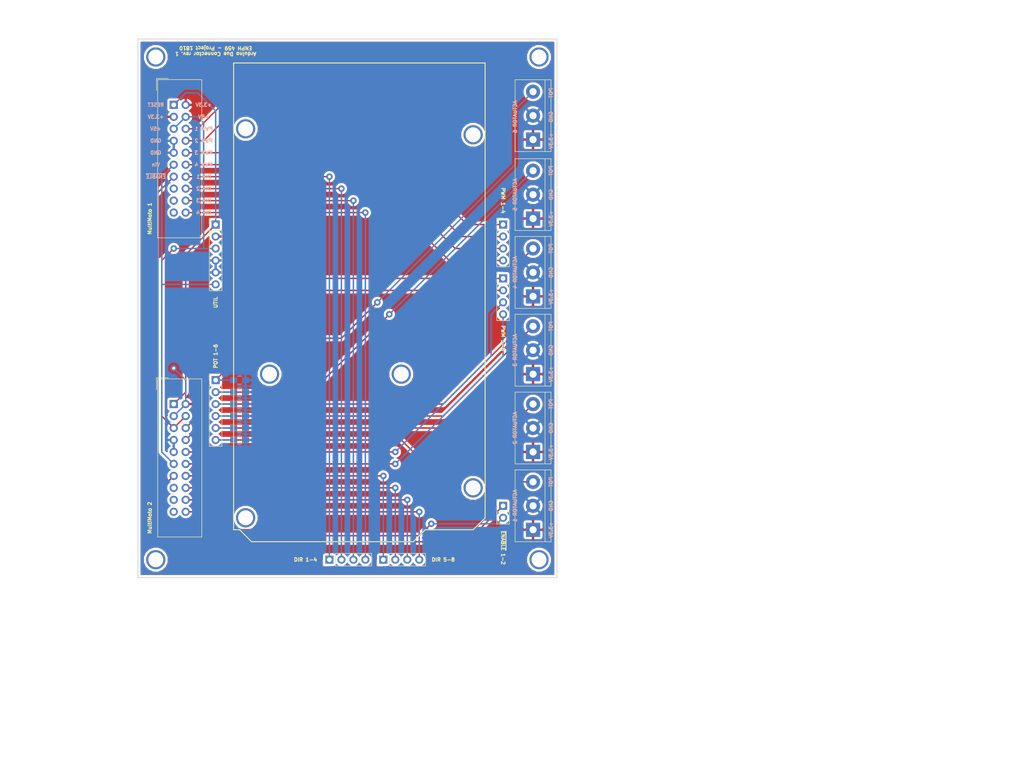
<source format=kicad_pcb>
(kicad_pcb (version 4) (host pcbnew 4.0.7)

  (general
    (links 65)
    (no_connects 0)
    (area 53.566287 30.296 269.700286 194.39)
    (thickness 1.6)
    (drawings 96)
    (tracks 158)
    (zones 0)
    (modules 31)
    (nets 36)
  )

  (page A4)
  (layers
    (0 F.Cu signal)
    (31 B.Cu signal)
    (32 B.Adhes user)
    (33 F.Adhes user)
    (34 B.Paste user)
    (35 F.Paste user)
    (36 B.SilkS user)
    (37 F.SilkS user)
    (38 B.Mask user)
    (39 F.Mask user)
    (40 Dwgs.User user)
    (44 Edge.Cuts user)
    (48 B.Fab user)
    (49 F.Fab user)
  )

  (setup
    (last_trace_width 0.3048)
    (trace_clearance 0.1524)
    (zone_clearance 0.508)
    (zone_45_only no)
    (trace_min 0.1524)
    (segment_width 0.2)
    (edge_width 0.15)
    (via_size 1.3716)
    (via_drill 0.6604)
    (via_min_size 0.6858)
    (via_min_drill 0.3302)
    (uvia_size 0.6858)
    (uvia_drill 0.3302)
    (uvias_allowed no)
    (uvia_min_size 0)
    (uvia_min_drill 0)
    (pcb_text_width 0.3)
    (pcb_text_size 1.5 1.5)
    (mod_edge_width 0.15)
    (mod_text_size 1 1)
    (mod_text_width 0.15)
    (pad_size 4.064 4.064)
    (pad_drill 3.175)
    (pad_to_mask_clearance 0.2)
    (aux_axis_origin 0 0)
    (grid_origin 102.362 46.736)
    (visible_elements 7FFFFFFF)
    (pcbplotparams
      (layerselection 0x010fc_80000001)
      (usegerberextensions true)
      (excludeedgelayer true)
      (linewidth 0.100000)
      (plotframeref false)
      (viasonmask false)
      (mode 1)
      (useauxorigin false)
      (hpglpennumber 1)
      (hpglpenspeed 20)
      (hpglpendiameter 15)
      (hpglpenoverlay 2)
      (psnegative false)
      (psa4output false)
      (plotreference false)
      (plotvalue true)
      (plotinvisibletext false)
      (padsonsilk false)
      (subtractmaskfromsilk false)
      (outputformat 1)
      (mirror false)
      (drillshape 0)
      (scaleselection 1)
      (outputdirectory ../))
  )

  (net 0 "")
  (net 1 +3.3V)
  (net 2 GND)
  (net 3 POT_1)
  (net 4 POT_2)
  (net 5 POT_3)
  (net 6 POT_4)
  (net 7 POT_5)
  (net 8 POT_6)
  (net 9 DIR_1)
  (net 10 DIR_2)
  (net 11 DIR_3)
  (net 12 DIR_4)
  (net 13 DIR_5)
  (net 14 DIR_6)
  (net 15 DIR_7)
  (net 16 DIR_8)
  (net 17 RESET)
  (net 18 +5V)
  (net 19 PWM_1)
  (net 20 PWM_2)
  (net 21 PWM_3)
  (net 22 Vin)
  (net 23 PWM_4)
  (net 24 ~ENABLE~_1)
  (net 25 "Net-(MULTIMOTO_1-Pad15)")
  (net 26 "Net-(MULTIMOTO_1-Pad17)")
  (net 27 "Net-(MULTIMOTO_1-Pad19)")
  (net 28 PWM_5)
  (net 29 PWM_6)
  (net 30 PWM_7)
  (net 31 PWM_8)
  (net 32 ~ENABLE~_2)
  (net 33 "Net-(MULTIMOTO_2-Pad15)")
  (net 34 "Net-(MULTIMOTO_2-Pad17)")
  (net 35 "Net-(MULTIMOTO_2-Pad19)")

  (net_class Default "This is the default net class."
    (clearance 0.1524)
    (trace_width 0.3048)
    (via_dia 1.3716)
    (via_drill 0.6604)
    (uvia_dia 0.6858)
    (uvia_drill 0.3302)
    (add_net +3.3V)
    (add_net +5V)
    (add_net DIR_1)
    (add_net DIR_2)
    (add_net DIR_3)
    (add_net DIR_4)
    (add_net DIR_5)
    (add_net DIR_6)
    (add_net DIR_7)
    (add_net DIR_8)
    (add_net GND)
    (add_net "Net-(MULTIMOTO_1-Pad15)")
    (add_net "Net-(MULTIMOTO_1-Pad17)")
    (add_net "Net-(MULTIMOTO_1-Pad19)")
    (add_net "Net-(MULTIMOTO_2-Pad15)")
    (add_net "Net-(MULTIMOTO_2-Pad17)")
    (add_net "Net-(MULTIMOTO_2-Pad19)")
    (add_net POT_1)
    (add_net POT_2)
    (add_net POT_3)
    (add_net POT_4)
    (add_net POT_5)
    (add_net POT_6)
    (add_net PWM_1)
    (add_net PWM_2)
    (add_net PWM_3)
    (add_net PWM_4)
    (add_net PWM_5)
    (add_net PWM_6)
    (add_net PWM_7)
    (add_net PWM_8)
    (add_net RESET)
    (add_net Vin)
    (add_net ~ENABLE~_1)
    (add_net ~ENABLE~_2)
  )

  (module Connectors:1pin (layer F.Cu) (tedit 5A570E0E) (tstamp 5A56FAE0)
    (at 167.132 152.146)
    (descr "module 1 pin (ou trou mecanique de percage)")
    (tags DEV)
    (fp_text reference REF** (at 0 -3.048) (layer F.SilkS) hide
      (effects (font (size 1 1) (thickness 0.15)))
    )
    (fp_text value 1pin (at 0 3) (layer F.Fab)
      (effects (font (size 1 1) (thickness 0.15)))
    )
    (fp_circle (center 0 0) (end 2 0.8) (layer F.Fab) (width 0.1))
    (fp_circle (center 0 0) (end 2.6 0) (layer F.CrtYd) (width 0.05))
    (fp_circle (center 0 0) (end 0 -2.286) (layer F.SilkS) (width 0.12))
    (pad 1 thru_hole circle (at 0 0) (size 4.064 4.064) (drill 3.175) (layers *.Cu *.Mask))
  )

  (module Connectors:1pin (layer F.Cu) (tedit 5A570A27) (tstamp 5A56FAB4)
    (at 85.852 152.146)
    (descr "module 1 pin (ou trou mecanique de percage)")
    (tags DEV)
    (fp_text reference REF** (at 0 -3.048) (layer F.SilkS) hide
      (effects (font (size 1 1) (thickness 0.15)))
    )
    (fp_text value 1pin (at 0 3) (layer F.Fab)
      (effects (font (size 1 1) (thickness 0.15)))
    )
    (fp_circle (center 0 0) (end 2 0.8) (layer F.Fab) (width 0.1))
    (fp_circle (center 0 0) (end 2.6 0) (layer F.CrtYd) (width 0.05))
    (fp_circle (center 0 0) (end 0 -2.286) (layer F.SilkS) (width 0.12))
    (pad 1 thru_hole circle (at 0 0) (size 4.064 4.064) (drill 3.175) (layers *.Cu *.Mask))
  )

  (module Connectors:1pin (layer F.Cu) (tedit 5A5709F0) (tstamp 5A56FA91)
    (at 85.852 45.466)
    (descr "module 1 pin (ou trou mecanique de percage)")
    (tags DEV)
    (fp_text reference REF** (at 0 -3.048) (layer F.SilkS) hide
      (effects (font (size 1 1) (thickness 0.15)))
    )
    (fp_text value 1pin (at 0 3) (layer F.Fab)
      (effects (font (size 1 1) (thickness 0.15)))
    )
    (fp_circle (center 0 0) (end 2 0.8) (layer F.Fab) (width 0.1))
    (fp_circle (center 0 0) (end 2.6 0) (layer F.CrtYd) (width 0.05))
    (fp_circle (center 0 0) (end 0 -2.286) (layer F.SilkS) (width 0.12))
    (pad 1 thru_hole circle (at 0 0) (size 4.064 4.064) (drill 3.175) (layers *.Cu *.Mask))
  )

  (module Connectors:1pin (layer F.Cu) (tedit 5A570A56) (tstamp 5A56FA85)
    (at 167.132 45.466)
    (descr "module 1 pin (ou trou mecanique de percage)")
    (tags DEV)
    (fp_text reference REF** (at 0 -3.048) (layer F.SilkS) hide
      (effects (font (size 1 1) (thickness 0.15)))
    )
    (fp_text value 1pin (at 0 3) (layer F.Fab)
      (effects (font (size 1 1) (thickness 0.15)))
    )
    (fp_circle (center 0 0) (end 2 0.8) (layer F.Fab) (width 0.1))
    (fp_circle (center 0 0) (end 2.6 0) (layer F.CrtYd) (width 0.05))
    (fp_circle (center 0 0) (end 0 -2.286) (layer F.SilkS) (width 0.12))
    (pad 1 thru_hole circle (at 0 0) (size 4.064 4.064) (drill 3.175) (layers *.Cu *.Mask))
  )

  (module Connectors:1pin (layer F.Cu) (tedit 5A570A8F) (tstamp 5A56EADD)
    (at 153.162 136.906)
    (descr "module 1 pin (ou trou mecanique de percage)")
    (tags DEV)
    (fp_text reference REF** (at 0 -3.048) (layer F.SilkS) hide
      (effects (font (size 1 1) (thickness 0.15)))
    )
    (fp_text value 1pin (at 0 3) (layer F.Fab)
      (effects (font (size 1 1) (thickness 0.15)))
    )
    (fp_circle (center 0 0) (end 2 0.8) (layer F.Fab) (width 0.1))
    (fp_circle (center 0 0) (end 2.6 0) (layer F.CrtYd) (width 0.05))
    (fp_circle (center 0 0) (end 0 -2.286) (layer F.SilkS) (width 0.12))
    (pad 1 thru_hole circle (at 0 0) (size 4.064 4.064) (drill 3.175) (layers *.Cu *.Mask))
  )

  (module Connectors:1pin (layer F.Cu) (tedit 5A570A8C) (tstamp 5A56EAC2)
    (at 104.902 143.256)
    (descr "module 1 pin (ou trou mecanique de percage)")
    (tags DEV)
    (fp_text reference REF** (at 0 -3.048) (layer F.SilkS) hide
      (effects (font (size 1 1) (thickness 0.15)))
    )
    (fp_text value 1pin (at 0 3) (layer F.Fab)
      (effects (font (size 1 1) (thickness 0.15)))
    )
    (fp_circle (center 0 0) (end 2 0.8) (layer F.Fab) (width 0.1))
    (fp_circle (center 0 0) (end 2.6 0) (layer F.CrtYd) (width 0.05))
    (fp_circle (center 0 0) (end 0 -2.286) (layer F.SilkS) (width 0.12))
    (pad 1 thru_hole circle (at 0 0) (size 4.064 4.064) (drill 3.175) (layers *.Cu *.Mask))
  )

  (module Connectors:1pin (layer F.Cu) (tedit 5A570A89) (tstamp 5A56EABB)
    (at 137.922 112.776)
    (descr "module 1 pin (ou trou mecanique de percage)")
    (tags DEV)
    (fp_text reference REF** (at 0 -3.048) (layer F.SilkS) hide
      (effects (font (size 1 1) (thickness 0.15)))
    )
    (fp_text value 1pin (at 0 3) (layer F.Fab)
      (effects (font (size 1 1) (thickness 0.15)))
    )
    (fp_circle (center 0 0) (end 2 0.8) (layer F.Fab) (width 0.1))
    (fp_circle (center 0 0) (end 2.6 0) (layer F.CrtYd) (width 0.05))
    (fp_circle (center 0 0) (end 0 -2.286) (layer F.SilkS) (width 0.12))
    (pad 1 thru_hole circle (at 0 0) (size 4.064 4.064) (drill 3.175) (layers *.Cu *.Mask))
  )

  (module Connectors:1pin (layer F.Cu) (tedit 5A570A23) (tstamp 5A56EAA2)
    (at 109.982 112.776)
    (descr "module 1 pin (ou trou mecanique de percage)")
    (tags DEV)
    (fp_text reference REF** (at 0 -3.048) (layer F.SilkS) hide
      (effects (font (size 1 1) (thickness 0.15)))
    )
    (fp_text value 1pin (at 0 3) (layer F.Fab)
      (effects (font (size 1 1) (thickness 0.15)))
    )
    (fp_circle (center 0 0) (end 2 0.8) (layer F.Fab) (width 0.1))
    (fp_circle (center 0 0) (end 2.6 0) (layer F.CrtYd) (width 0.05))
    (fp_circle (center 0 0) (end 0 -2.286) (layer F.SilkS) (width 0.12))
    (pad 1 thru_hole circle (at 0 0) (size 4.064 4.064) (drill 3.175) (layers *.Cu *.Mask))
  )

  (module Connectors:1pin (layer F.Cu) (tedit 5A570A53) (tstamp 5A56EA85)
    (at 153.162 61.976)
    (descr "module 1 pin (ou trou mecanique de percage)")
    (tags DEV)
    (fp_text reference REF** (at 0 -3.048) (layer F.SilkS) hide
      (effects (font (size 1 1) (thickness 0.15)))
    )
    (fp_text value 1pin (at 0 3) (layer F.Fab)
      (effects (font (size 1 1) (thickness 0.15)))
    )
    (fp_circle (center 0 0) (end 2 0.8) (layer F.Fab) (width 0.1))
    (fp_circle (center 0 0) (end 2.6 0) (layer F.CrtYd) (width 0.05))
    (fp_circle (center 0 0) (end 0 -2.286) (layer F.SilkS) (width 0.12))
    (pad 1 thru_hole circle (at 0 0) (size 4.064 4.064) (drill 3.175) (layers *.Cu *.Mask))
  )

  (module Connectors_Terminal_Blocks:TerminalBlock_bornier-3_P5.08mm (layer F.Cu) (tedit 5A570A37) (tstamp 5A56C7A3)
    (at 165.862 145.796 90)
    (descr "simple 3-pin terminal block, pitch 5.08mm, revamped version of bornier3")
    (tags "terminal block bornier3")
    (path /5A56F6DA)
    (fp_text reference ACTUATOR_1 (at 5.05 -4.65 90) (layer F.SilkS) hide
      (effects (font (size 1 1) (thickness 0.15)))
    )
    (fp_text value HEADER_3 (at 5.08 5.08 90) (layer F.Fab)
      (effects (font (size 1 1) (thickness 0.15)))
    )
    (fp_text user %R (at 5.08 0 90) (layer F.Fab)
      (effects (font (size 1 1) (thickness 0.15)))
    )
    (fp_line (start -2.47 2.55) (end 12.63 2.55) (layer F.Fab) (width 0.1))
    (fp_line (start -2.47 -3.75) (end 12.63 -3.75) (layer F.Fab) (width 0.1))
    (fp_line (start 12.63 -3.75) (end 12.63 3.75) (layer F.Fab) (width 0.1))
    (fp_line (start 12.63 3.75) (end -2.47 3.75) (layer F.Fab) (width 0.1))
    (fp_line (start -2.47 3.75) (end -2.47 -3.75) (layer F.Fab) (width 0.1))
    (fp_line (start -2.54 3.81) (end -2.54 -3.81) (layer F.SilkS) (width 0.12))
    (fp_line (start 12.7 3.81) (end 12.7 -3.81) (layer F.SilkS) (width 0.12))
    (fp_line (start -2.54 2.54) (end 12.7 2.54) (layer F.SilkS) (width 0.12))
    (fp_line (start -2.54 -3.81) (end 12.7 -3.81) (layer F.SilkS) (width 0.12))
    (fp_line (start -2.54 3.81) (end 12.7 3.81) (layer F.SilkS) (width 0.12))
    (fp_line (start -2.72 -4) (end 12.88 -4) (layer F.CrtYd) (width 0.05))
    (fp_line (start -2.72 -4) (end -2.72 4) (layer F.CrtYd) (width 0.05))
    (fp_line (start 12.88 4) (end 12.88 -4) (layer F.CrtYd) (width 0.05))
    (fp_line (start 12.88 4) (end -2.72 4) (layer F.CrtYd) (width 0.05))
    (pad 1 thru_hole rect (at 0 0 90) (size 3 3) (drill 1.52) (layers *.Cu *.Mask)
      (net 1 +3.3V))
    (pad 2 thru_hole circle (at 5.08 0 90) (size 3 3) (drill 1.52) (layers *.Cu *.Mask)
      (net 2 GND))
    (pad 3 thru_hole circle (at 10.16 0 90) (size 3 3) (drill 1.52) (layers *.Cu *.Mask)
      (net 3 POT_1))
    (model ${KISYS3DMOD}/Terminal_Blocks.3dshapes/TerminalBlock_bornier-3_P5.08mm.wrl
      (at (xyz 0.2 0 0))
      (scale (xyz 1 1 1))
      (rotate (xyz 0 0 0))
    )
  )

  (module Connectors_Terminal_Blocks:TerminalBlock_bornier-3_P5.08mm (layer F.Cu) (tedit 5A570A3B) (tstamp 5A56C7AA)
    (at 165.862 129.286 90)
    (descr "simple 3-pin terminal block, pitch 5.08mm, revamped version of bornier3")
    (tags "terminal block bornier3")
    (path /5A56F629)
    (fp_text reference ACTUATOR_2 (at 5.05 -4.65 90) (layer F.SilkS) hide
      (effects (font (size 1 1) (thickness 0.15)))
    )
    (fp_text value HEADER_3 (at 5.08 5.08 90) (layer F.Fab)
      (effects (font (size 1 1) (thickness 0.15)))
    )
    (fp_text user %R (at 5.08 0 90) (layer F.Fab)
      (effects (font (size 1 1) (thickness 0.15)))
    )
    (fp_line (start -2.47 2.55) (end 12.63 2.55) (layer F.Fab) (width 0.1))
    (fp_line (start -2.47 -3.75) (end 12.63 -3.75) (layer F.Fab) (width 0.1))
    (fp_line (start 12.63 -3.75) (end 12.63 3.75) (layer F.Fab) (width 0.1))
    (fp_line (start 12.63 3.75) (end -2.47 3.75) (layer F.Fab) (width 0.1))
    (fp_line (start -2.47 3.75) (end -2.47 -3.75) (layer F.Fab) (width 0.1))
    (fp_line (start -2.54 3.81) (end -2.54 -3.81) (layer F.SilkS) (width 0.12))
    (fp_line (start 12.7 3.81) (end 12.7 -3.81) (layer F.SilkS) (width 0.12))
    (fp_line (start -2.54 2.54) (end 12.7 2.54) (layer F.SilkS) (width 0.12))
    (fp_line (start -2.54 -3.81) (end 12.7 -3.81) (layer F.SilkS) (width 0.12))
    (fp_line (start -2.54 3.81) (end 12.7 3.81) (layer F.SilkS) (width 0.12))
    (fp_line (start -2.72 -4) (end 12.88 -4) (layer F.CrtYd) (width 0.05))
    (fp_line (start -2.72 -4) (end -2.72 4) (layer F.CrtYd) (width 0.05))
    (fp_line (start 12.88 4) (end 12.88 -4) (layer F.CrtYd) (width 0.05))
    (fp_line (start 12.88 4) (end -2.72 4) (layer F.CrtYd) (width 0.05))
    (pad 1 thru_hole rect (at 0 0 90) (size 3 3) (drill 1.52) (layers *.Cu *.Mask)
      (net 1 +3.3V))
    (pad 2 thru_hole circle (at 5.08 0 90) (size 3 3) (drill 1.52) (layers *.Cu *.Mask)
      (net 2 GND))
    (pad 3 thru_hole circle (at 10.16 0 90) (size 3 3) (drill 1.52) (layers *.Cu *.Mask)
      (net 4 POT_2))
    (model ${KISYS3DMOD}/Terminal_Blocks.3dshapes/TerminalBlock_bornier-3_P5.08mm.wrl
      (at (xyz 0.2 0 0))
      (scale (xyz 1 1 1))
      (rotate (xyz 0 0 0))
    )
  )

  (module Connectors_Terminal_Blocks:TerminalBlock_bornier-3_P5.08mm (layer F.Cu) (tedit 5A570A3E) (tstamp 5A56C7B1)
    (at 165.862 112.776 90)
    (descr "simple 3-pin terminal block, pitch 5.08mm, revamped version of bornier3")
    (tags "terminal block bornier3")
    (path /5A56F5A8)
    (fp_text reference ACTUATOR_3 (at 5.05 -4.65 90) (layer F.SilkS) hide
      (effects (font (size 1 1) (thickness 0.15)))
    )
    (fp_text value HEADER_3 (at 5.08 5.08 90) (layer F.Fab)
      (effects (font (size 1 1) (thickness 0.15)))
    )
    (fp_text user %R (at 5.08 0 90) (layer F.Fab)
      (effects (font (size 1 1) (thickness 0.15)))
    )
    (fp_line (start -2.47 2.55) (end 12.63 2.55) (layer F.Fab) (width 0.1))
    (fp_line (start -2.47 -3.75) (end 12.63 -3.75) (layer F.Fab) (width 0.1))
    (fp_line (start 12.63 -3.75) (end 12.63 3.75) (layer F.Fab) (width 0.1))
    (fp_line (start 12.63 3.75) (end -2.47 3.75) (layer F.Fab) (width 0.1))
    (fp_line (start -2.47 3.75) (end -2.47 -3.75) (layer F.Fab) (width 0.1))
    (fp_line (start -2.54 3.81) (end -2.54 -3.81) (layer F.SilkS) (width 0.12))
    (fp_line (start 12.7 3.81) (end 12.7 -3.81) (layer F.SilkS) (width 0.12))
    (fp_line (start -2.54 2.54) (end 12.7 2.54) (layer F.SilkS) (width 0.12))
    (fp_line (start -2.54 -3.81) (end 12.7 -3.81) (layer F.SilkS) (width 0.12))
    (fp_line (start -2.54 3.81) (end 12.7 3.81) (layer F.SilkS) (width 0.12))
    (fp_line (start -2.72 -4) (end 12.88 -4) (layer F.CrtYd) (width 0.05))
    (fp_line (start -2.72 -4) (end -2.72 4) (layer F.CrtYd) (width 0.05))
    (fp_line (start 12.88 4) (end 12.88 -4) (layer F.CrtYd) (width 0.05))
    (fp_line (start 12.88 4) (end -2.72 4) (layer F.CrtYd) (width 0.05))
    (pad 1 thru_hole rect (at 0 0 90) (size 3 3) (drill 1.52) (layers *.Cu *.Mask)
      (net 1 +3.3V))
    (pad 2 thru_hole circle (at 5.08 0 90) (size 3 3) (drill 1.52) (layers *.Cu *.Mask)
      (net 2 GND))
    (pad 3 thru_hole circle (at 10.16 0 90) (size 3 3) (drill 1.52) (layers *.Cu *.Mask)
      (net 5 POT_3))
    (model ${KISYS3DMOD}/Terminal_Blocks.3dshapes/TerminalBlock_bornier-3_P5.08mm.wrl
      (at (xyz 0.2 0 0))
      (scale (xyz 1 1 1))
      (rotate (xyz 0 0 0))
    )
  )

  (module Connectors_Terminal_Blocks:TerminalBlock_bornier-3_P5.08mm (layer F.Cu) (tedit 5A570A41) (tstamp 5A56C7B8)
    (at 165.862 96.266 90)
    (descr "simple 3-pin terminal block, pitch 5.08mm, revamped version of bornier3")
    (tags "terminal block bornier3")
    (path /5A56F537)
    (fp_text reference ACTUATOR_4 (at 5.05 -4.65 90) (layer F.SilkS) hide
      (effects (font (size 1 1) (thickness 0.15)))
    )
    (fp_text value HEADER_3 (at 5.08 5.08 90) (layer F.Fab)
      (effects (font (size 1 1) (thickness 0.15)))
    )
    (fp_text user %R (at 5.08 0 90) (layer F.Fab)
      (effects (font (size 1 1) (thickness 0.15)))
    )
    (fp_line (start -2.47 2.55) (end 12.63 2.55) (layer F.Fab) (width 0.1))
    (fp_line (start -2.47 -3.75) (end 12.63 -3.75) (layer F.Fab) (width 0.1))
    (fp_line (start 12.63 -3.75) (end 12.63 3.75) (layer F.Fab) (width 0.1))
    (fp_line (start 12.63 3.75) (end -2.47 3.75) (layer F.Fab) (width 0.1))
    (fp_line (start -2.47 3.75) (end -2.47 -3.75) (layer F.Fab) (width 0.1))
    (fp_line (start -2.54 3.81) (end -2.54 -3.81) (layer F.SilkS) (width 0.12))
    (fp_line (start 12.7 3.81) (end 12.7 -3.81) (layer F.SilkS) (width 0.12))
    (fp_line (start -2.54 2.54) (end 12.7 2.54) (layer F.SilkS) (width 0.12))
    (fp_line (start -2.54 -3.81) (end 12.7 -3.81) (layer F.SilkS) (width 0.12))
    (fp_line (start -2.54 3.81) (end 12.7 3.81) (layer F.SilkS) (width 0.12))
    (fp_line (start -2.72 -4) (end 12.88 -4) (layer F.CrtYd) (width 0.05))
    (fp_line (start -2.72 -4) (end -2.72 4) (layer F.CrtYd) (width 0.05))
    (fp_line (start 12.88 4) (end 12.88 -4) (layer F.CrtYd) (width 0.05))
    (fp_line (start 12.88 4) (end -2.72 4) (layer F.CrtYd) (width 0.05))
    (pad 1 thru_hole rect (at 0 0 90) (size 3 3) (drill 1.52) (layers *.Cu *.Mask)
      (net 1 +3.3V))
    (pad 2 thru_hole circle (at 5.08 0 90) (size 3 3) (drill 1.52) (layers *.Cu *.Mask)
      (net 2 GND))
    (pad 3 thru_hole circle (at 10.16 0 90) (size 3 3) (drill 1.52) (layers *.Cu *.Mask)
      (net 6 POT_4))
    (model ${KISYS3DMOD}/Terminal_Blocks.3dshapes/TerminalBlock_bornier-3_P5.08mm.wrl
      (at (xyz 0.2 0 0))
      (scale (xyz 1 1 1))
      (rotate (xyz 0 0 0))
    )
  )

  (module Connectors_Terminal_Blocks:TerminalBlock_bornier-3_P5.08mm (layer F.Cu) (tedit 5A570A45) (tstamp 5A56C7BF)
    (at 165.862 79.756 90)
    (descr "simple 3-pin terminal block, pitch 5.08mm, revamped version of bornier3")
    (tags "terminal block bornier3")
    (path /5A56F416)
    (fp_text reference ACTUATOR_5 (at 5.05 -4.65 90) (layer F.SilkS) hide
      (effects (font (size 1 1) (thickness 0.15)))
    )
    (fp_text value HEADER_3 (at 5.08 5.08 90) (layer F.Fab)
      (effects (font (size 1 1) (thickness 0.15)))
    )
    (fp_text user %R (at 5.08 0 90) (layer F.Fab)
      (effects (font (size 1 1) (thickness 0.15)))
    )
    (fp_line (start -2.47 2.55) (end 12.63 2.55) (layer F.Fab) (width 0.1))
    (fp_line (start -2.47 -3.75) (end 12.63 -3.75) (layer F.Fab) (width 0.1))
    (fp_line (start 12.63 -3.75) (end 12.63 3.75) (layer F.Fab) (width 0.1))
    (fp_line (start 12.63 3.75) (end -2.47 3.75) (layer F.Fab) (width 0.1))
    (fp_line (start -2.47 3.75) (end -2.47 -3.75) (layer F.Fab) (width 0.1))
    (fp_line (start -2.54 3.81) (end -2.54 -3.81) (layer F.SilkS) (width 0.12))
    (fp_line (start 12.7 3.81) (end 12.7 -3.81) (layer F.SilkS) (width 0.12))
    (fp_line (start -2.54 2.54) (end 12.7 2.54) (layer F.SilkS) (width 0.12))
    (fp_line (start -2.54 -3.81) (end 12.7 -3.81) (layer F.SilkS) (width 0.12))
    (fp_line (start -2.54 3.81) (end 12.7 3.81) (layer F.SilkS) (width 0.12))
    (fp_line (start -2.72 -4) (end 12.88 -4) (layer F.CrtYd) (width 0.05))
    (fp_line (start -2.72 -4) (end -2.72 4) (layer F.CrtYd) (width 0.05))
    (fp_line (start 12.88 4) (end 12.88 -4) (layer F.CrtYd) (width 0.05))
    (fp_line (start 12.88 4) (end -2.72 4) (layer F.CrtYd) (width 0.05))
    (pad 1 thru_hole rect (at 0 0 90) (size 3 3) (drill 1.52) (layers *.Cu *.Mask)
      (net 1 +3.3V))
    (pad 2 thru_hole circle (at 5.08 0 90) (size 3 3) (drill 1.52) (layers *.Cu *.Mask)
      (net 2 GND))
    (pad 3 thru_hole circle (at 10.16 0 90) (size 3 3) (drill 1.52) (layers *.Cu *.Mask)
      (net 7 POT_5))
    (model ${KISYS3DMOD}/Terminal_Blocks.3dshapes/TerminalBlock_bornier-3_P5.08mm.wrl
      (at (xyz 0.2 0 0))
      (scale (xyz 1 1 1))
      (rotate (xyz 0 0 0))
    )
  )

  (module Connectors_Terminal_Blocks:TerminalBlock_bornier-3_P5.08mm (layer F.Cu) (tedit 5A570A48) (tstamp 5A56C7C6)
    (at 165.862 62.992 90)
    (descr "simple 3-pin terminal block, pitch 5.08mm, revamped version of bornier3")
    (tags "terminal block bornier3")
    (path /5A56E812)
    (fp_text reference ACTUATOR_6 (at 5.05 -4.65 90) (layer F.SilkS) hide
      (effects (font (size 1 1) (thickness 0.15)))
    )
    (fp_text value HEADER_3 (at 5.08 5.08 90) (layer F.Fab)
      (effects (font (size 1 1) (thickness 0.15)))
    )
    (fp_text user %R (at 5.08 0 90) (layer F.Fab)
      (effects (font (size 1 1) (thickness 0.15)))
    )
    (fp_line (start -2.47 2.55) (end 12.63 2.55) (layer F.Fab) (width 0.1))
    (fp_line (start -2.47 -3.75) (end 12.63 -3.75) (layer F.Fab) (width 0.1))
    (fp_line (start 12.63 -3.75) (end 12.63 3.75) (layer F.Fab) (width 0.1))
    (fp_line (start 12.63 3.75) (end -2.47 3.75) (layer F.Fab) (width 0.1))
    (fp_line (start -2.47 3.75) (end -2.47 -3.75) (layer F.Fab) (width 0.1))
    (fp_line (start -2.54 3.81) (end -2.54 -3.81) (layer F.SilkS) (width 0.12))
    (fp_line (start 12.7 3.81) (end 12.7 -3.81) (layer F.SilkS) (width 0.12))
    (fp_line (start -2.54 2.54) (end 12.7 2.54) (layer F.SilkS) (width 0.12))
    (fp_line (start -2.54 -3.81) (end 12.7 -3.81) (layer F.SilkS) (width 0.12))
    (fp_line (start -2.54 3.81) (end 12.7 3.81) (layer F.SilkS) (width 0.12))
    (fp_line (start -2.72 -4) (end 12.88 -4) (layer F.CrtYd) (width 0.05))
    (fp_line (start -2.72 -4) (end -2.72 4) (layer F.CrtYd) (width 0.05))
    (fp_line (start 12.88 4) (end 12.88 -4) (layer F.CrtYd) (width 0.05))
    (fp_line (start 12.88 4) (end -2.72 4) (layer F.CrtYd) (width 0.05))
    (pad 1 thru_hole rect (at 0 0 90) (size 3 3) (drill 1.52) (layers *.Cu *.Mask)
      (net 1 +3.3V))
    (pad 2 thru_hole circle (at 5.08 0 90) (size 3 3) (drill 1.52) (layers *.Cu *.Mask)
      (net 2 GND))
    (pad 3 thru_hole circle (at 10.16 0 90) (size 3 3) (drill 1.52) (layers *.Cu *.Mask)
      (net 8 POT_6))
    (model ${KISYS3DMOD}/Terminal_Blocks.3dshapes/TerminalBlock_bornier-3_P5.08mm.wrl
      (at (xyz 0.2 0 0))
      (scale (xyz 1 1 1))
      (rotate (xyz 0 0 0))
    )
  )

  (module Capacitors_SMD:C_0805_HandSoldering (layer B.Cu) (tedit 5A5711CF) (tstamp 5A56C7CC)
    (at 103.632 126.746)
    (descr "Capacitor SMD 0805, hand soldering")
    (tags "capacitor 0805")
    (path /5A56F6E2)
    (attr smd)
    (fp_text reference C1 (at 0 1.75) (layer B.SilkS) hide
      (effects (font (size 1 1) (thickness 0.15)) (justify mirror))
    )
    (fp_text value 10nF (at 0 -1.75) (layer B.Fab)
      (effects (font (size 1 1) (thickness 0.15)) (justify mirror))
    )
    (fp_text user %R (at 0 1.75) (layer B.Fab)
      (effects (font (size 1 1) (thickness 0.15)) (justify mirror))
    )
    (fp_line (start -1 -0.62) (end -1 0.62) (layer B.Fab) (width 0.1))
    (fp_line (start 1 -0.62) (end -1 -0.62) (layer B.Fab) (width 0.1))
    (fp_line (start 1 0.62) (end 1 -0.62) (layer B.Fab) (width 0.1))
    (fp_line (start -1 0.62) (end 1 0.62) (layer B.Fab) (width 0.1))
    (fp_line (start 0.5 0.85) (end -0.5 0.85) (layer B.SilkS) (width 0.12))
    (fp_line (start -0.5 -0.85) (end 0.5 -0.85) (layer B.SilkS) (width 0.12))
    (fp_line (start -2.25 0.88) (end 2.25 0.88) (layer B.CrtYd) (width 0.05))
    (fp_line (start -2.25 0.88) (end -2.25 -0.87) (layer B.CrtYd) (width 0.05))
    (fp_line (start 2.25 -0.87) (end 2.25 0.88) (layer B.CrtYd) (width 0.05))
    (fp_line (start 2.25 -0.87) (end -2.25 -0.87) (layer B.CrtYd) (width 0.05))
    (pad 1 smd rect (at -1.25 0) (size 1.5 1.25) (layers B.Cu B.Paste B.Mask)
      (net 3 POT_1))
    (pad 2 smd rect (at 1.25 0) (size 1.5 1.25) (layers B.Cu B.Paste B.Mask)
      (net 2 GND))
    (model Capacitors_SMD.3dshapes/C_0805.wrl
      (at (xyz 0 0 0))
      (scale (xyz 1 1 1))
      (rotate (xyz 0 0 0))
    )
  )

  (module Capacitors_SMD:C_0805_HandSoldering (layer B.Cu) (tedit 5A570A6A) (tstamp 5A56C7D2)
    (at 103.632 124.206)
    (descr "Capacitor SMD 0805, hand soldering")
    (tags "capacitor 0805")
    (path /5A56F631)
    (attr smd)
    (fp_text reference C2 (at 0 1.75) (layer B.SilkS) hide
      (effects (font (size 1 1) (thickness 0.15)) (justify mirror))
    )
    (fp_text value 10nF (at 0 -1.75) (layer B.Fab)
      (effects (font (size 1 1) (thickness 0.15)) (justify mirror))
    )
    (fp_text user %R (at 0 1.75) (layer B.Fab)
      (effects (font (size 1 1) (thickness 0.15)) (justify mirror))
    )
    (fp_line (start -1 -0.62) (end -1 0.62) (layer B.Fab) (width 0.1))
    (fp_line (start 1 -0.62) (end -1 -0.62) (layer B.Fab) (width 0.1))
    (fp_line (start 1 0.62) (end 1 -0.62) (layer B.Fab) (width 0.1))
    (fp_line (start -1 0.62) (end 1 0.62) (layer B.Fab) (width 0.1))
    (fp_line (start 0.5 0.85) (end -0.5 0.85) (layer B.SilkS) (width 0.12))
    (fp_line (start -0.5 -0.85) (end 0.5 -0.85) (layer B.SilkS) (width 0.12))
    (fp_line (start -2.25 0.88) (end 2.25 0.88) (layer B.CrtYd) (width 0.05))
    (fp_line (start -2.25 0.88) (end -2.25 -0.87) (layer B.CrtYd) (width 0.05))
    (fp_line (start 2.25 -0.87) (end 2.25 0.88) (layer B.CrtYd) (width 0.05))
    (fp_line (start 2.25 -0.87) (end -2.25 -0.87) (layer B.CrtYd) (width 0.05))
    (pad 1 smd rect (at -1.25 0) (size 1.5 1.25) (layers B.Cu B.Paste B.Mask)
      (net 4 POT_2))
    (pad 2 smd rect (at 1.25 0) (size 1.5 1.25) (layers B.Cu B.Paste B.Mask)
      (net 2 GND))
    (model Capacitors_SMD.3dshapes/C_0805.wrl
      (at (xyz 0 0 0))
      (scale (xyz 1 1 1))
      (rotate (xyz 0 0 0))
    )
  )

  (module Capacitors_SMD:C_0805_HandSoldering (layer B.Cu) (tedit 5A570A6F) (tstamp 5A56C7D8)
    (at 103.632 121.666)
    (descr "Capacitor SMD 0805, hand soldering")
    (tags "capacitor 0805")
    (path /5A56F5B0)
    (attr smd)
    (fp_text reference C3 (at 0 1.75) (layer B.SilkS) hide
      (effects (font (size 1 1) (thickness 0.15)) (justify mirror))
    )
    (fp_text value 10nF (at 0 -1.75) (layer B.Fab)
      (effects (font (size 1 1) (thickness 0.15)) (justify mirror))
    )
    (fp_text user %R (at 0 1.75) (layer B.Fab)
      (effects (font (size 1 1) (thickness 0.15)) (justify mirror))
    )
    (fp_line (start -1 -0.62) (end -1 0.62) (layer B.Fab) (width 0.1))
    (fp_line (start 1 -0.62) (end -1 -0.62) (layer B.Fab) (width 0.1))
    (fp_line (start 1 0.62) (end 1 -0.62) (layer B.Fab) (width 0.1))
    (fp_line (start -1 0.62) (end 1 0.62) (layer B.Fab) (width 0.1))
    (fp_line (start 0.5 0.85) (end -0.5 0.85) (layer B.SilkS) (width 0.12))
    (fp_line (start -0.5 -0.85) (end 0.5 -0.85) (layer B.SilkS) (width 0.12))
    (fp_line (start -2.25 0.88) (end 2.25 0.88) (layer B.CrtYd) (width 0.05))
    (fp_line (start -2.25 0.88) (end -2.25 -0.87) (layer B.CrtYd) (width 0.05))
    (fp_line (start 2.25 -0.87) (end 2.25 0.88) (layer B.CrtYd) (width 0.05))
    (fp_line (start 2.25 -0.87) (end -2.25 -0.87) (layer B.CrtYd) (width 0.05))
    (pad 1 smd rect (at -1.25 0) (size 1.5 1.25) (layers B.Cu B.Paste B.Mask)
      (net 5 POT_3))
    (pad 2 smd rect (at 1.25 0) (size 1.5 1.25) (layers B.Cu B.Paste B.Mask)
      (net 2 GND))
    (model Capacitors_SMD.3dshapes/C_0805.wrl
      (at (xyz 0 0 0))
      (scale (xyz 1 1 1))
      (rotate (xyz 0 0 0))
    )
  )

  (module Capacitors_SMD:C_0805_HandSoldering (layer B.Cu) (tedit 5A570A74) (tstamp 5A56C7DE)
    (at 103.632 119.126)
    (descr "Capacitor SMD 0805, hand soldering")
    (tags "capacitor 0805")
    (path /5A56F53F)
    (attr smd)
    (fp_text reference C4 (at 0 1.75) (layer B.SilkS) hide
      (effects (font (size 1 1) (thickness 0.15)) (justify mirror))
    )
    (fp_text value 10nF (at 0 -1.75) (layer B.Fab)
      (effects (font (size 1 1) (thickness 0.15)) (justify mirror))
    )
    (fp_text user %R (at 0 1.75) (layer B.Fab)
      (effects (font (size 1 1) (thickness 0.15)) (justify mirror))
    )
    (fp_line (start -1 -0.62) (end -1 0.62) (layer B.Fab) (width 0.1))
    (fp_line (start 1 -0.62) (end -1 -0.62) (layer B.Fab) (width 0.1))
    (fp_line (start 1 0.62) (end 1 -0.62) (layer B.Fab) (width 0.1))
    (fp_line (start -1 0.62) (end 1 0.62) (layer B.Fab) (width 0.1))
    (fp_line (start 0.5 0.85) (end -0.5 0.85) (layer B.SilkS) (width 0.12))
    (fp_line (start -0.5 -0.85) (end 0.5 -0.85) (layer B.SilkS) (width 0.12))
    (fp_line (start -2.25 0.88) (end 2.25 0.88) (layer B.CrtYd) (width 0.05))
    (fp_line (start -2.25 0.88) (end -2.25 -0.87) (layer B.CrtYd) (width 0.05))
    (fp_line (start 2.25 -0.87) (end 2.25 0.88) (layer B.CrtYd) (width 0.05))
    (fp_line (start 2.25 -0.87) (end -2.25 -0.87) (layer B.CrtYd) (width 0.05))
    (pad 1 smd rect (at -1.25 0) (size 1.5 1.25) (layers B.Cu B.Paste B.Mask)
      (net 6 POT_4))
    (pad 2 smd rect (at 1.25 0) (size 1.5 1.25) (layers B.Cu B.Paste B.Mask)
      (net 2 GND))
    (model Capacitors_SMD.3dshapes/C_0805.wrl
      (at (xyz 0 0 0))
      (scale (xyz 1 1 1))
      (rotate (xyz 0 0 0))
    )
  )

  (module Capacitors_SMD:C_0805_HandSoldering (layer B.Cu) (tedit 5A570A80) (tstamp 5A56C7E4)
    (at 103.632 116.586)
    (descr "Capacitor SMD 0805, hand soldering")
    (tags "capacitor 0805")
    (path /5A56F41E)
    (attr smd)
    (fp_text reference C5 (at 0 1.75) (layer B.SilkS) hide
      (effects (font (size 1 1) (thickness 0.15)) (justify mirror))
    )
    (fp_text value 10nF (at 0 -1.75) (layer B.Fab)
      (effects (font (size 1 1) (thickness 0.15)) (justify mirror))
    )
    (fp_text user %R (at 0 1.75) (layer B.Fab)
      (effects (font (size 1 1) (thickness 0.15)) (justify mirror))
    )
    (fp_line (start -1 -0.62) (end -1 0.62) (layer B.Fab) (width 0.1))
    (fp_line (start 1 -0.62) (end -1 -0.62) (layer B.Fab) (width 0.1))
    (fp_line (start 1 0.62) (end 1 -0.62) (layer B.Fab) (width 0.1))
    (fp_line (start -1 0.62) (end 1 0.62) (layer B.Fab) (width 0.1))
    (fp_line (start 0.5 0.85) (end -0.5 0.85) (layer B.SilkS) (width 0.12))
    (fp_line (start -0.5 -0.85) (end 0.5 -0.85) (layer B.SilkS) (width 0.12))
    (fp_line (start -2.25 0.88) (end 2.25 0.88) (layer B.CrtYd) (width 0.05))
    (fp_line (start -2.25 0.88) (end -2.25 -0.87) (layer B.CrtYd) (width 0.05))
    (fp_line (start 2.25 -0.87) (end 2.25 0.88) (layer B.CrtYd) (width 0.05))
    (fp_line (start 2.25 -0.87) (end -2.25 -0.87) (layer B.CrtYd) (width 0.05))
    (pad 1 smd rect (at -1.25 0) (size 1.5 1.25) (layers B.Cu B.Paste B.Mask)
      (net 7 POT_5))
    (pad 2 smd rect (at 1.25 0) (size 1.5 1.25) (layers B.Cu B.Paste B.Mask)
      (net 2 GND))
    (model Capacitors_SMD.3dshapes/C_0805.wrl
      (at (xyz 0 0 0))
      (scale (xyz 1 1 1))
      (rotate (xyz 0 0 0))
    )
  )

  (module Capacitors_SMD:C_0805_HandSoldering (layer B.Cu) (tedit 5A570A7C) (tstamp 5A56C7EA)
    (at 103.632 114.046)
    (descr "Capacitor SMD 0805, hand soldering")
    (tags "capacitor 0805")
    (path /5A56ECA7)
    (attr smd)
    (fp_text reference C6 (at 0 1.75) (layer B.SilkS) hide
      (effects (font (size 1 1) (thickness 0.15)) (justify mirror))
    )
    (fp_text value 10nF (at 0 -1.75) (layer B.Fab)
      (effects (font (size 1 1) (thickness 0.15)) (justify mirror))
    )
    (fp_text user %R (at 0 1.75) (layer B.Fab)
      (effects (font (size 1 1) (thickness 0.15)) (justify mirror))
    )
    (fp_line (start -1 -0.62) (end -1 0.62) (layer B.Fab) (width 0.1))
    (fp_line (start 1 -0.62) (end -1 -0.62) (layer B.Fab) (width 0.1))
    (fp_line (start 1 0.62) (end 1 -0.62) (layer B.Fab) (width 0.1))
    (fp_line (start -1 0.62) (end 1 0.62) (layer B.Fab) (width 0.1))
    (fp_line (start 0.5 0.85) (end -0.5 0.85) (layer B.SilkS) (width 0.12))
    (fp_line (start -0.5 -0.85) (end 0.5 -0.85) (layer B.SilkS) (width 0.12))
    (fp_line (start -2.25 0.88) (end 2.25 0.88) (layer B.CrtYd) (width 0.05))
    (fp_line (start -2.25 0.88) (end -2.25 -0.87) (layer B.CrtYd) (width 0.05))
    (fp_line (start 2.25 -0.87) (end 2.25 0.88) (layer B.CrtYd) (width 0.05))
    (fp_line (start 2.25 -0.87) (end -2.25 -0.87) (layer B.CrtYd) (width 0.05))
    (pad 1 smd rect (at -1.25 0) (size 1.5 1.25) (layers B.Cu B.Paste B.Mask)
      (net 8 POT_6))
    (pad 2 smd rect (at 1.25 0) (size 1.5 1.25) (layers B.Cu B.Paste B.Mask)
      (net 2 GND))
    (model Capacitors_SMD.3dshapes/C_0805.wrl
      (at (xyz 0 0 0))
      (scale (xyz 1 1 1))
      (rotate (xyz 0 0 0))
    )
  )

  (module Pin_Headers:Pin_Header_Straight_1x04_Pitch2.54mm (layer F.Cu) (tedit 5A570A2B) (tstamp 5A56C7F2)
    (at 122.682 152.146 90)
    (descr "Through hole straight pin header, 1x04, 2.54mm pitch, single row")
    (tags "Through hole pin header THT 1x04 2.54mm single row")
    (path /5A56C333)
    (fp_text reference DIR_1-4 (at 0 -2.33 90) (layer F.SilkS) hide
      (effects (font (size 1 1) (thickness 0.15)))
    )
    (fp_text value HEADER_4 (at 0 9.95 90) (layer F.Fab)
      (effects (font (size 1 1) (thickness 0.15)))
    )
    (fp_line (start -0.635 -1.27) (end 1.27 -1.27) (layer F.Fab) (width 0.1))
    (fp_line (start 1.27 -1.27) (end 1.27 8.89) (layer F.Fab) (width 0.1))
    (fp_line (start 1.27 8.89) (end -1.27 8.89) (layer F.Fab) (width 0.1))
    (fp_line (start -1.27 8.89) (end -1.27 -0.635) (layer F.Fab) (width 0.1))
    (fp_line (start -1.27 -0.635) (end -0.635 -1.27) (layer F.Fab) (width 0.1))
    (fp_line (start -1.33 8.95) (end 1.33 8.95) (layer F.SilkS) (width 0.12))
    (fp_line (start -1.33 1.27) (end -1.33 8.95) (layer F.SilkS) (width 0.12))
    (fp_line (start 1.33 1.27) (end 1.33 8.95) (layer F.SilkS) (width 0.12))
    (fp_line (start -1.33 1.27) (end 1.33 1.27) (layer F.SilkS) (width 0.12))
    (fp_line (start -1.33 0) (end -1.33 -1.33) (layer F.SilkS) (width 0.12))
    (fp_line (start -1.33 -1.33) (end 0 -1.33) (layer F.SilkS) (width 0.12))
    (fp_line (start -1.8 -1.8) (end -1.8 9.4) (layer F.CrtYd) (width 0.05))
    (fp_line (start -1.8 9.4) (end 1.8 9.4) (layer F.CrtYd) (width 0.05))
    (fp_line (start 1.8 9.4) (end 1.8 -1.8) (layer F.CrtYd) (width 0.05))
    (fp_line (start 1.8 -1.8) (end -1.8 -1.8) (layer F.CrtYd) (width 0.05))
    (fp_text user %R (at 0 3.81 180) (layer F.Fab)
      (effects (font (size 1 1) (thickness 0.15)))
    )
    (pad 1 thru_hole rect (at 0 0 90) (size 1.7 1.7) (drill 1) (layers *.Cu *.Mask)
      (net 9 DIR_1))
    (pad 2 thru_hole oval (at 0 2.54 90) (size 1.7 1.7) (drill 1) (layers *.Cu *.Mask)
      (net 10 DIR_2))
    (pad 3 thru_hole oval (at 0 5.08 90) (size 1.7 1.7) (drill 1) (layers *.Cu *.Mask)
      (net 11 DIR_3))
    (pad 4 thru_hole oval (at 0 7.62 90) (size 1.7 1.7) (drill 1) (layers *.Cu *.Mask)
      (net 12 DIR_4))
    (model ${KISYS3DMOD}/Pin_Headers.3dshapes/Pin_Header_Straight_1x04_Pitch2.54mm.wrl
      (at (xyz 0 0 0))
      (scale (xyz 1 1 1))
      (rotate (xyz 0 0 0))
    )
  )

  (module Pin_Headers:Pin_Header_Straight_1x04_Pitch2.54mm (layer F.Cu) (tedit 5A570A2E) (tstamp 5A56C7FA)
    (at 134.112 152.146 90)
    (descr "Through hole straight pin header, 1x04, 2.54mm pitch, single row")
    (tags "Through hole pin header THT 1x04 2.54mm single row")
    (path /5A56C543)
    (fp_text reference DIR_5-8 (at 0 -2.33 90) (layer F.SilkS) hide
      (effects (font (size 1 1) (thickness 0.15)))
    )
    (fp_text value HEADER_4 (at 0 9.95 90) (layer F.Fab)
      (effects (font (size 1 1) (thickness 0.15)))
    )
    (fp_line (start -0.635 -1.27) (end 1.27 -1.27) (layer F.Fab) (width 0.1))
    (fp_line (start 1.27 -1.27) (end 1.27 8.89) (layer F.Fab) (width 0.1))
    (fp_line (start 1.27 8.89) (end -1.27 8.89) (layer F.Fab) (width 0.1))
    (fp_line (start -1.27 8.89) (end -1.27 -0.635) (layer F.Fab) (width 0.1))
    (fp_line (start -1.27 -0.635) (end -0.635 -1.27) (layer F.Fab) (width 0.1))
    (fp_line (start -1.33 8.95) (end 1.33 8.95) (layer F.SilkS) (width 0.12))
    (fp_line (start -1.33 1.27) (end -1.33 8.95) (layer F.SilkS) (width 0.12))
    (fp_line (start 1.33 1.27) (end 1.33 8.95) (layer F.SilkS) (width 0.12))
    (fp_line (start -1.33 1.27) (end 1.33 1.27) (layer F.SilkS) (width 0.12))
    (fp_line (start -1.33 0) (end -1.33 -1.33) (layer F.SilkS) (width 0.12))
    (fp_line (start -1.33 -1.33) (end 0 -1.33) (layer F.SilkS) (width 0.12))
    (fp_line (start -1.8 -1.8) (end -1.8 9.4) (layer F.CrtYd) (width 0.05))
    (fp_line (start -1.8 9.4) (end 1.8 9.4) (layer F.CrtYd) (width 0.05))
    (fp_line (start 1.8 9.4) (end 1.8 -1.8) (layer F.CrtYd) (width 0.05))
    (fp_line (start 1.8 -1.8) (end -1.8 -1.8) (layer F.CrtYd) (width 0.05))
    (fp_text user %R (at 0 3.81 180) (layer F.Fab)
      (effects (font (size 1 1) (thickness 0.15)))
    )
    (pad 1 thru_hole rect (at 0 0 90) (size 1.7 1.7) (drill 1) (layers *.Cu *.Mask)
      (net 13 DIR_5))
    (pad 2 thru_hole oval (at 0 2.54 90) (size 1.7 1.7) (drill 1) (layers *.Cu *.Mask)
      (net 14 DIR_6))
    (pad 3 thru_hole oval (at 0 5.08 90) (size 1.7 1.7) (drill 1) (layers *.Cu *.Mask)
      (net 15 DIR_7))
    (pad 4 thru_hole oval (at 0 7.62 90) (size 1.7 1.7) (drill 1) (layers *.Cu *.Mask)
      (net 16 DIR_8))
    (model ${KISYS3DMOD}/Pin_Headers.3dshapes/Pin_Header_Straight_1x04_Pitch2.54mm.wrl
      (at (xyz 0 0 0))
      (scale (xyz 1 1 1))
      (rotate (xyz 0 0 0))
    )
  )

  (module Connectors_IDC:IDC-Header_2x10_Pitch2.54mm_Straight (layer F.Cu) (tedit 5A5709EA) (tstamp 5A56C812)
    (at 89.662 55.626)
    (descr "20 pins through hole IDC header")
    (tags "IDC header socket VASCH")
    (path /5A56A687)
    (fp_text reference MULTIMOTO_1 (at 1.27 -6.604) (layer F.SilkS) hide
      (effects (font (size 1 1) (thickness 0.15)))
    )
    (fp_text value HEADER_10x2 (at 1.27 29.464) (layer F.Fab)
      (effects (font (size 1 1) (thickness 0.15)))
    )
    (fp_text user %R (at 1.27 11.43) (layer F.Fab)
      (effects (font (size 1 1) (thickness 0.15)))
    )
    (fp_line (start 5.695 -5.1) (end 5.695 27.96) (layer F.Fab) (width 0.1))
    (fp_line (start 5.145 -4.56) (end 5.145 27.4) (layer F.Fab) (width 0.1))
    (fp_line (start -3.155 -5.1) (end -3.155 27.96) (layer F.Fab) (width 0.1))
    (fp_line (start -2.605 -4.56) (end -2.605 9.18) (layer F.Fab) (width 0.1))
    (fp_line (start -2.605 13.68) (end -2.605 27.4) (layer F.Fab) (width 0.1))
    (fp_line (start -2.605 9.18) (end -3.155 9.18) (layer F.Fab) (width 0.1))
    (fp_line (start -2.605 13.68) (end -3.155 13.68) (layer F.Fab) (width 0.1))
    (fp_line (start 5.695 -5.1) (end -3.155 -5.1) (layer F.Fab) (width 0.1))
    (fp_line (start 5.145 -4.56) (end -2.605 -4.56) (layer F.Fab) (width 0.1))
    (fp_line (start 5.695 27.96) (end -3.155 27.96) (layer F.Fab) (width 0.1))
    (fp_line (start 5.145 27.4) (end -2.605 27.4) (layer F.Fab) (width 0.1))
    (fp_line (start 5.695 -5.1) (end 5.145 -4.56) (layer F.Fab) (width 0.1))
    (fp_line (start 5.695 27.96) (end 5.145 27.4) (layer F.Fab) (width 0.1))
    (fp_line (start -3.155 -5.1) (end -2.605 -4.56) (layer F.Fab) (width 0.1))
    (fp_line (start -3.155 27.96) (end -2.605 27.4) (layer F.Fab) (width 0.1))
    (fp_line (start 6.2 -5.85) (end 6.2 28.46) (layer F.CrtYd) (width 0.05))
    (fp_line (start 6.2 28.46) (end -3.91 28.46) (layer F.CrtYd) (width 0.05))
    (fp_line (start -3.91 28.46) (end -3.91 -5.85) (layer F.CrtYd) (width 0.05))
    (fp_line (start -3.91 -5.85) (end 6.2 -5.85) (layer F.CrtYd) (width 0.05))
    (fp_line (start 5.945 -5.35) (end 5.945 28.21) (layer F.SilkS) (width 0.12))
    (fp_line (start 5.945 28.21) (end -3.405 28.21) (layer F.SilkS) (width 0.12))
    (fp_line (start -3.405 28.21) (end -3.405 -5.35) (layer F.SilkS) (width 0.12))
    (fp_line (start -3.405 -5.35) (end 5.945 -5.35) (layer F.SilkS) (width 0.12))
    (fp_line (start -3.655 -5.6) (end -3.655 -3.06) (layer F.SilkS) (width 0.12))
    (fp_line (start -3.655 -5.6) (end -1.115 -5.6) (layer F.SilkS) (width 0.12))
    (pad 1 thru_hole rect (at 0 0) (size 1.7272 1.7272) (drill 1.016) (layers *.Cu *.Mask)
      (net 17 RESET))
    (pad 2 thru_hole oval (at 2.54 0) (size 1.7272 1.7272) (drill 1.016) (layers *.Cu *.Mask)
      (net 1 +3.3V))
    (pad 3 thru_hole oval (at 0 2.54) (size 1.7272 1.7272) (drill 1.016) (layers *.Cu *.Mask)
      (net 1 +3.3V))
    (pad 4 thru_hole oval (at 2.54 2.54) (size 1.7272 1.7272) (drill 1.016) (layers *.Cu *.Mask)
      (net 18 +5V))
    (pad 5 thru_hole oval (at 0 5.08) (size 1.7272 1.7272) (drill 1.016) (layers *.Cu *.Mask)
      (net 18 +5V))
    (pad 6 thru_hole oval (at 2.54 5.08) (size 1.7272 1.7272) (drill 1.016) (layers *.Cu *.Mask)
      (net 19 PWM_1))
    (pad 7 thru_hole oval (at 0 7.62) (size 1.7272 1.7272) (drill 1.016) (layers *.Cu *.Mask)
      (net 2 GND))
    (pad 8 thru_hole oval (at 2.54 7.62) (size 1.7272 1.7272) (drill 1.016) (layers *.Cu *.Mask)
      (net 20 PWM_2))
    (pad 9 thru_hole oval (at 0 10.16) (size 1.7272 1.7272) (drill 1.016) (layers *.Cu *.Mask)
      (net 2 GND))
    (pad 10 thru_hole oval (at 2.54 10.16) (size 1.7272 1.7272) (drill 1.016) (layers *.Cu *.Mask)
      (net 21 PWM_3))
    (pad 11 thru_hole oval (at 0 12.7) (size 1.7272 1.7272) (drill 1.016) (layers *.Cu *.Mask)
      (net 22 Vin))
    (pad 12 thru_hole oval (at 2.54 12.7) (size 1.7272 1.7272) (drill 1.016) (layers *.Cu *.Mask)
      (net 23 PWM_4))
    (pad 13 thru_hole oval (at 0 15.24) (size 1.7272 1.7272) (drill 1.016) (layers *.Cu *.Mask)
      (net 24 ~ENABLE~_1))
    (pad 14 thru_hole oval (at 2.54 15.24) (size 1.7272 1.7272) (drill 1.016) (layers *.Cu *.Mask)
      (net 9 DIR_1))
    (pad 15 thru_hole oval (at 0 17.78) (size 1.7272 1.7272) (drill 1.016) (layers *.Cu *.Mask)
      (net 25 "Net-(MULTIMOTO_1-Pad15)"))
    (pad 16 thru_hole oval (at 2.54 17.78) (size 1.7272 1.7272) (drill 1.016) (layers *.Cu *.Mask)
      (net 10 DIR_2))
    (pad 17 thru_hole oval (at 0 20.32) (size 1.7272 1.7272) (drill 1.016) (layers *.Cu *.Mask)
      (net 26 "Net-(MULTIMOTO_1-Pad17)"))
    (pad 18 thru_hole oval (at 2.54 20.32) (size 1.7272 1.7272) (drill 1.016) (layers *.Cu *.Mask)
      (net 11 DIR_3))
    (pad 19 thru_hole oval (at 0 22.86) (size 1.7272 1.7272) (drill 1.016) (layers *.Cu *.Mask)
      (net 27 "Net-(MULTIMOTO_1-Pad19)"))
    (pad 20 thru_hole oval (at 2.54 22.86) (size 1.7272 1.7272) (drill 1.016) (layers *.Cu *.Mask)
      (net 12 DIR_4))
    (model ${KISYS3DMOD}/Connectors_IDC.3dshapes/IDC-Header_2x10_Pitch2.54mm_Straight.wrl
      (at (xyz 0 0 0))
      (scale (xyz 1 1 1))
      (rotate (xyz 0 0 0))
    )
  )

  (module Connectors_IDC:IDC-Header_2x10_Pitch2.54mm_Straight (layer F.Cu) (tedit 5A570A1C) (tstamp 5A56C82A)
    (at 89.662 119.126)
    (descr "20 pins through hole IDC header")
    (tags "IDC header socket VASCH")
    (path /5A56A766)
    (fp_text reference MULTIMOTO_2 (at 1.27 -6.604) (layer F.SilkS) hide
      (effects (font (size 1 1) (thickness 0.15)))
    )
    (fp_text value HEADER_10x2 (at 1.27 29.464) (layer F.Fab)
      (effects (font (size 1 1) (thickness 0.15)))
    )
    (fp_text user %R (at 1.27 11.43) (layer F.Fab)
      (effects (font (size 1 1) (thickness 0.15)))
    )
    (fp_line (start 5.695 -5.1) (end 5.695 27.96) (layer F.Fab) (width 0.1))
    (fp_line (start 5.145 -4.56) (end 5.145 27.4) (layer F.Fab) (width 0.1))
    (fp_line (start -3.155 -5.1) (end -3.155 27.96) (layer F.Fab) (width 0.1))
    (fp_line (start -2.605 -4.56) (end -2.605 9.18) (layer F.Fab) (width 0.1))
    (fp_line (start -2.605 13.68) (end -2.605 27.4) (layer F.Fab) (width 0.1))
    (fp_line (start -2.605 9.18) (end -3.155 9.18) (layer F.Fab) (width 0.1))
    (fp_line (start -2.605 13.68) (end -3.155 13.68) (layer F.Fab) (width 0.1))
    (fp_line (start 5.695 -5.1) (end -3.155 -5.1) (layer F.Fab) (width 0.1))
    (fp_line (start 5.145 -4.56) (end -2.605 -4.56) (layer F.Fab) (width 0.1))
    (fp_line (start 5.695 27.96) (end -3.155 27.96) (layer F.Fab) (width 0.1))
    (fp_line (start 5.145 27.4) (end -2.605 27.4) (layer F.Fab) (width 0.1))
    (fp_line (start 5.695 -5.1) (end 5.145 -4.56) (layer F.Fab) (width 0.1))
    (fp_line (start 5.695 27.96) (end 5.145 27.4) (layer F.Fab) (width 0.1))
    (fp_line (start -3.155 -5.1) (end -2.605 -4.56) (layer F.Fab) (width 0.1))
    (fp_line (start -3.155 27.96) (end -2.605 27.4) (layer F.Fab) (width 0.1))
    (fp_line (start 6.2 -5.85) (end 6.2 28.46) (layer F.CrtYd) (width 0.05))
    (fp_line (start 6.2 28.46) (end -3.91 28.46) (layer F.CrtYd) (width 0.05))
    (fp_line (start -3.91 28.46) (end -3.91 -5.85) (layer F.CrtYd) (width 0.05))
    (fp_line (start -3.91 -5.85) (end 6.2 -5.85) (layer F.CrtYd) (width 0.05))
    (fp_line (start 5.945 -5.35) (end 5.945 28.21) (layer F.SilkS) (width 0.12))
    (fp_line (start 5.945 28.21) (end -3.405 28.21) (layer F.SilkS) (width 0.12))
    (fp_line (start -3.405 28.21) (end -3.405 -5.35) (layer F.SilkS) (width 0.12))
    (fp_line (start -3.405 -5.35) (end 5.945 -5.35) (layer F.SilkS) (width 0.12))
    (fp_line (start -3.655 -5.6) (end -3.655 -3.06) (layer F.SilkS) (width 0.12))
    (fp_line (start -3.655 -5.6) (end -1.115 -5.6) (layer F.SilkS) (width 0.12))
    (pad 1 thru_hole rect (at 0 0) (size 1.7272 1.7272) (drill 1.016) (layers *.Cu *.Mask)
      (net 17 RESET))
    (pad 2 thru_hole oval (at 2.54 0) (size 1.7272 1.7272) (drill 1.016) (layers *.Cu *.Mask)
      (net 1 +3.3V))
    (pad 3 thru_hole oval (at 0 2.54) (size 1.7272 1.7272) (drill 1.016) (layers *.Cu *.Mask)
      (net 1 +3.3V))
    (pad 4 thru_hole oval (at 2.54 2.54) (size 1.7272 1.7272) (drill 1.016) (layers *.Cu *.Mask)
      (net 18 +5V))
    (pad 5 thru_hole oval (at 0 5.08) (size 1.7272 1.7272) (drill 1.016) (layers *.Cu *.Mask)
      (net 18 +5V))
    (pad 6 thru_hole oval (at 2.54 5.08) (size 1.7272 1.7272) (drill 1.016) (layers *.Cu *.Mask)
      (net 28 PWM_5))
    (pad 7 thru_hole oval (at 0 7.62) (size 1.7272 1.7272) (drill 1.016) (layers *.Cu *.Mask)
      (net 2 GND))
    (pad 8 thru_hole oval (at 2.54 7.62) (size 1.7272 1.7272) (drill 1.016) (layers *.Cu *.Mask)
      (net 29 PWM_6))
    (pad 9 thru_hole oval (at 0 10.16) (size 1.7272 1.7272) (drill 1.016) (layers *.Cu *.Mask)
      (net 2 GND))
    (pad 10 thru_hole oval (at 2.54 10.16) (size 1.7272 1.7272) (drill 1.016) (layers *.Cu *.Mask)
      (net 30 PWM_7))
    (pad 11 thru_hole oval (at 0 12.7) (size 1.7272 1.7272) (drill 1.016) (layers *.Cu *.Mask)
      (net 22 Vin))
    (pad 12 thru_hole oval (at 2.54 12.7) (size 1.7272 1.7272) (drill 1.016) (layers *.Cu *.Mask)
      (net 31 PWM_8))
    (pad 13 thru_hole oval (at 0 15.24) (size 1.7272 1.7272) (drill 1.016) (layers *.Cu *.Mask)
      (net 32 ~ENABLE~_2))
    (pad 14 thru_hole oval (at 2.54 15.24) (size 1.7272 1.7272) (drill 1.016) (layers *.Cu *.Mask)
      (net 13 DIR_5))
    (pad 15 thru_hole oval (at 0 17.78) (size 1.7272 1.7272) (drill 1.016) (layers *.Cu *.Mask)
      (net 33 "Net-(MULTIMOTO_2-Pad15)"))
    (pad 16 thru_hole oval (at 2.54 17.78) (size 1.7272 1.7272) (drill 1.016) (layers *.Cu *.Mask)
      (net 14 DIR_6))
    (pad 17 thru_hole oval (at 0 20.32) (size 1.7272 1.7272) (drill 1.016) (layers *.Cu *.Mask)
      (net 34 "Net-(MULTIMOTO_2-Pad17)"))
    (pad 18 thru_hole oval (at 2.54 20.32) (size 1.7272 1.7272) (drill 1.016) (layers *.Cu *.Mask)
      (net 15 DIR_7))
    (pad 19 thru_hole oval (at 0 22.86) (size 1.7272 1.7272) (drill 1.016) (layers *.Cu *.Mask)
      (net 35 "Net-(MULTIMOTO_2-Pad19)"))
    (pad 20 thru_hole oval (at 2.54 22.86) (size 1.7272 1.7272) (drill 1.016) (layers *.Cu *.Mask)
      (net 16 DIR_8))
    (model ${KISYS3DMOD}/Connectors_IDC.3dshapes/IDC-Header_2x10_Pitch2.54mm_Straight.wrl
      (at (xyz 0 0 0))
      (scale (xyz 1 1 1))
      (rotate (xyz 0 0 0))
    )
  )

  (module Pin_Headers:Pin_Header_Straight_1x06_Pitch2.54mm (layer F.Cu) (tedit 5A570A1F) (tstamp 5A56C834)
    (at 98.552 114.046)
    (descr "Through hole straight pin header, 1x06, 2.54mm pitch, single row")
    (tags "Through hole pin header THT 1x06 2.54mm single row")
    (path /5A56ACBA)
    (fp_text reference POT_OUT_1 (at 0 -2.33) (layer F.SilkS) hide
      (effects (font (size 1 1) (thickness 0.15)))
    )
    (fp_text value HEADER_6 (at 0 15.03) (layer F.Fab)
      (effects (font (size 1 1) (thickness 0.15)))
    )
    (fp_line (start -0.635 -1.27) (end 1.27 -1.27) (layer F.Fab) (width 0.1))
    (fp_line (start 1.27 -1.27) (end 1.27 13.97) (layer F.Fab) (width 0.1))
    (fp_line (start 1.27 13.97) (end -1.27 13.97) (layer F.Fab) (width 0.1))
    (fp_line (start -1.27 13.97) (end -1.27 -0.635) (layer F.Fab) (width 0.1))
    (fp_line (start -1.27 -0.635) (end -0.635 -1.27) (layer F.Fab) (width 0.1))
    (fp_line (start -1.33 14.03) (end 1.33 14.03) (layer F.SilkS) (width 0.12))
    (fp_line (start -1.33 1.27) (end -1.33 14.03) (layer F.SilkS) (width 0.12))
    (fp_line (start 1.33 1.27) (end 1.33 14.03) (layer F.SilkS) (width 0.12))
    (fp_line (start -1.33 1.27) (end 1.33 1.27) (layer F.SilkS) (width 0.12))
    (fp_line (start -1.33 0) (end -1.33 -1.33) (layer F.SilkS) (width 0.12))
    (fp_line (start -1.33 -1.33) (end 0 -1.33) (layer F.SilkS) (width 0.12))
    (fp_line (start -1.8 -1.8) (end -1.8 14.5) (layer F.CrtYd) (width 0.05))
    (fp_line (start -1.8 14.5) (end 1.8 14.5) (layer F.CrtYd) (width 0.05))
    (fp_line (start 1.8 14.5) (end 1.8 -1.8) (layer F.CrtYd) (width 0.05))
    (fp_line (start 1.8 -1.8) (end -1.8 -1.8) (layer F.CrtYd) (width 0.05))
    (fp_text user %R (at 0 6.35 90) (layer F.Fab)
      (effects (font (size 1 1) (thickness 0.15)))
    )
    (pad 1 thru_hole rect (at 0 0) (size 1.7 1.7) (drill 1) (layers *.Cu *.Mask)
      (net 8 POT_6))
    (pad 2 thru_hole oval (at 0 2.54) (size 1.7 1.7) (drill 1) (layers *.Cu *.Mask)
      (net 7 POT_5))
    (pad 3 thru_hole oval (at 0 5.08) (size 1.7 1.7) (drill 1) (layers *.Cu *.Mask)
      (net 6 POT_4))
    (pad 4 thru_hole oval (at 0 7.62) (size 1.7 1.7) (drill 1) (layers *.Cu *.Mask)
      (net 5 POT_3))
    (pad 5 thru_hole oval (at 0 10.16) (size 1.7 1.7) (drill 1) (layers *.Cu *.Mask)
      (net 4 POT_2))
    (pad 6 thru_hole oval (at 0 12.7) (size 1.7 1.7) (drill 1) (layers *.Cu *.Mask)
      (net 3 POT_1))
    (model ${KISYS3DMOD}/Pin_Headers.3dshapes/Pin_Header_Straight_1x06_Pitch2.54mm.wrl
      (at (xyz 0 0 0))
      (scale (xyz 1 1 1))
      (rotate (xyz 0 0 0))
    )
  )

  (module Pin_Headers:Pin_Header_Straight_1x04_Pitch2.54mm (layer F.Cu) (tedit 5A570A4C) (tstamp 5A56C83C)
    (at 159.512 81.026)
    (descr "Through hole straight pin header, 1x04, 2.54mm pitch, single row")
    (tags "Through hole pin header THT 1x04 2.54mm single row")
    (path /5A56CD31)
    (fp_text reference PWM_1-4 (at 0 -2.33) (layer F.SilkS) hide
      (effects (font (size 1 1) (thickness 0.15)))
    )
    (fp_text value HEADER_4 (at 0 9.95) (layer F.Fab)
      (effects (font (size 1 1) (thickness 0.15)))
    )
    (fp_line (start -0.635 -1.27) (end 1.27 -1.27) (layer F.Fab) (width 0.1))
    (fp_line (start 1.27 -1.27) (end 1.27 8.89) (layer F.Fab) (width 0.1))
    (fp_line (start 1.27 8.89) (end -1.27 8.89) (layer F.Fab) (width 0.1))
    (fp_line (start -1.27 8.89) (end -1.27 -0.635) (layer F.Fab) (width 0.1))
    (fp_line (start -1.27 -0.635) (end -0.635 -1.27) (layer F.Fab) (width 0.1))
    (fp_line (start -1.33 8.95) (end 1.33 8.95) (layer F.SilkS) (width 0.12))
    (fp_line (start -1.33 1.27) (end -1.33 8.95) (layer F.SilkS) (width 0.12))
    (fp_line (start 1.33 1.27) (end 1.33 8.95) (layer F.SilkS) (width 0.12))
    (fp_line (start -1.33 1.27) (end 1.33 1.27) (layer F.SilkS) (width 0.12))
    (fp_line (start -1.33 0) (end -1.33 -1.33) (layer F.SilkS) (width 0.12))
    (fp_line (start -1.33 -1.33) (end 0 -1.33) (layer F.SilkS) (width 0.12))
    (fp_line (start -1.8 -1.8) (end -1.8 9.4) (layer F.CrtYd) (width 0.05))
    (fp_line (start -1.8 9.4) (end 1.8 9.4) (layer F.CrtYd) (width 0.05))
    (fp_line (start 1.8 9.4) (end 1.8 -1.8) (layer F.CrtYd) (width 0.05))
    (fp_line (start 1.8 -1.8) (end -1.8 -1.8) (layer F.CrtYd) (width 0.05))
    (fp_text user %R (at 0 3.81 90) (layer F.Fab)
      (effects (font (size 1 1) (thickness 0.15)))
    )
    (pad 1 thru_hole rect (at 0 0) (size 1.7 1.7) (drill 1) (layers *.Cu *.Mask)
      (net 19 PWM_1))
    (pad 2 thru_hole oval (at 0 2.54) (size 1.7 1.7) (drill 1) (layers *.Cu *.Mask)
      (net 20 PWM_2))
    (pad 3 thru_hole oval (at 0 5.08) (size 1.7 1.7) (drill 1) (layers *.Cu *.Mask)
      (net 21 PWM_3))
    (pad 4 thru_hole oval (at 0 7.62) (size 1.7 1.7) (drill 1) (layers *.Cu *.Mask)
      (net 23 PWM_4))
    (model ${KISYS3DMOD}/Pin_Headers.3dshapes/Pin_Header_Straight_1x04_Pitch2.54mm.wrl
      (at (xyz 0 0 0))
      (scale (xyz 1 1 1))
      (rotate (xyz 0 0 0))
    )
  )

  (module Pin_Headers:Pin_Header_Straight_1x04_Pitch2.54mm (layer F.Cu) (tedit 5A570A4F) (tstamp 5A56C844)
    (at 159.512 92.456)
    (descr "Through hole straight pin header, 1x04, 2.54mm pitch, single row")
    (tags "Through hole pin header THT 1x04 2.54mm single row")
    (path /5A56CE10)
    (fp_text reference PWM_5-8 (at 0 -2.33) (layer F.SilkS) hide
      (effects (font (size 1 1) (thickness 0.15)))
    )
    (fp_text value HEADER_4 (at 0 9.95) (layer F.Fab)
      (effects (font (size 1 1) (thickness 0.15)))
    )
    (fp_line (start -0.635 -1.27) (end 1.27 -1.27) (layer F.Fab) (width 0.1))
    (fp_line (start 1.27 -1.27) (end 1.27 8.89) (layer F.Fab) (width 0.1))
    (fp_line (start 1.27 8.89) (end -1.27 8.89) (layer F.Fab) (width 0.1))
    (fp_line (start -1.27 8.89) (end -1.27 -0.635) (layer F.Fab) (width 0.1))
    (fp_line (start -1.27 -0.635) (end -0.635 -1.27) (layer F.Fab) (width 0.1))
    (fp_line (start -1.33 8.95) (end 1.33 8.95) (layer F.SilkS) (width 0.12))
    (fp_line (start -1.33 1.27) (end -1.33 8.95) (layer F.SilkS) (width 0.12))
    (fp_line (start 1.33 1.27) (end 1.33 8.95) (layer F.SilkS) (width 0.12))
    (fp_line (start -1.33 1.27) (end 1.33 1.27) (layer F.SilkS) (width 0.12))
    (fp_line (start -1.33 0) (end -1.33 -1.33) (layer F.SilkS) (width 0.12))
    (fp_line (start -1.33 -1.33) (end 0 -1.33) (layer F.SilkS) (width 0.12))
    (fp_line (start -1.8 -1.8) (end -1.8 9.4) (layer F.CrtYd) (width 0.05))
    (fp_line (start -1.8 9.4) (end 1.8 9.4) (layer F.CrtYd) (width 0.05))
    (fp_line (start 1.8 9.4) (end 1.8 -1.8) (layer F.CrtYd) (width 0.05))
    (fp_line (start 1.8 -1.8) (end -1.8 -1.8) (layer F.CrtYd) (width 0.05))
    (fp_text user %R (at 0 3.81 90) (layer F.Fab)
      (effects (font (size 1 1) (thickness 0.15)))
    )
    (pad 1 thru_hole rect (at 0 0) (size 1.7 1.7) (drill 1) (layers *.Cu *.Mask)
      (net 28 PWM_5))
    (pad 2 thru_hole oval (at 0 2.54) (size 1.7 1.7) (drill 1) (layers *.Cu *.Mask)
      (net 29 PWM_6))
    (pad 3 thru_hole oval (at 0 5.08) (size 1.7 1.7) (drill 1) (layers *.Cu *.Mask)
      (net 30 PWM_7))
    (pad 4 thru_hole oval (at 0 7.62) (size 1.7 1.7) (drill 1) (layers *.Cu *.Mask)
      (net 31 PWM_8))
    (model ${KISYS3DMOD}/Pin_Headers.3dshapes/Pin_Header_Straight_1x04_Pitch2.54mm.wrl
      (at (xyz 0 0 0))
      (scale (xyz 1 1 1))
      (rotate (xyz 0 0 0))
    )
  )

  (module Pin_Headers:Pin_Header_Straight_1x06_Pitch2.54mm (layer F.Cu) (tedit 5A5709FB) (tstamp 5A56C84E)
    (at 98.552 81.026)
    (descr "Through hole straight pin header, 1x06, 2.54mm pitch, single row")
    (tags "Through hole pin header THT 1x06 2.54mm single row")
    (path /5A56AB97)
    (fp_text reference UTIL_1 (at 0 -2.33) (layer F.SilkS) hide
      (effects (font (size 1 1) (thickness 0.15)))
    )
    (fp_text value HEADER_6 (at 0 15.03) (layer F.Fab)
      (effects (font (size 1 1) (thickness 0.15)))
    )
    (fp_line (start -0.635 -1.27) (end 1.27 -1.27) (layer F.Fab) (width 0.1))
    (fp_line (start 1.27 -1.27) (end 1.27 13.97) (layer F.Fab) (width 0.1))
    (fp_line (start 1.27 13.97) (end -1.27 13.97) (layer F.Fab) (width 0.1))
    (fp_line (start -1.27 13.97) (end -1.27 -0.635) (layer F.Fab) (width 0.1))
    (fp_line (start -1.27 -0.635) (end -0.635 -1.27) (layer F.Fab) (width 0.1))
    (fp_line (start -1.33 14.03) (end 1.33 14.03) (layer F.SilkS) (width 0.12))
    (fp_line (start -1.33 1.27) (end -1.33 14.03) (layer F.SilkS) (width 0.12))
    (fp_line (start 1.33 1.27) (end 1.33 14.03) (layer F.SilkS) (width 0.12))
    (fp_line (start -1.33 1.27) (end 1.33 1.27) (layer F.SilkS) (width 0.12))
    (fp_line (start -1.33 0) (end -1.33 -1.33) (layer F.SilkS) (width 0.12))
    (fp_line (start -1.33 -1.33) (end 0 -1.33) (layer F.SilkS) (width 0.12))
    (fp_line (start -1.8 -1.8) (end -1.8 14.5) (layer F.CrtYd) (width 0.05))
    (fp_line (start -1.8 14.5) (end 1.8 14.5) (layer F.CrtYd) (width 0.05))
    (fp_line (start 1.8 14.5) (end 1.8 -1.8) (layer F.CrtYd) (width 0.05))
    (fp_line (start 1.8 -1.8) (end -1.8 -1.8) (layer F.CrtYd) (width 0.05))
    (fp_text user %R (at 0 6.35 90) (layer F.Fab)
      (effects (font (size 1 1) (thickness 0.15)))
    )
    (pad 1 thru_hole rect (at 0 0) (size 1.7 1.7) (drill 1) (layers *.Cu *.Mask)
      (net 17 RESET))
    (pad 2 thru_hole oval (at 0 2.54) (size 1.7 1.7) (drill 1) (layers *.Cu *.Mask)
      (net 1 +3.3V))
    (pad 3 thru_hole oval (at 0 5.08) (size 1.7 1.7) (drill 1) (layers *.Cu *.Mask)
      (net 18 +5V))
    (pad 4 thru_hole oval (at 0 7.62) (size 1.7 1.7) (drill 1) (layers *.Cu *.Mask)
      (net 2 GND))
    (pad 5 thru_hole oval (at 0 10.16) (size 1.7 1.7) (drill 1) (layers *.Cu *.Mask)
      (net 2 GND))
    (pad 6 thru_hole oval (at 0 12.7) (size 1.7 1.7) (drill 1) (layers *.Cu *.Mask)
      (net 22 Vin))
    (model ${KISYS3DMOD}/Pin_Headers.3dshapes/Pin_Header_Straight_1x06_Pitch2.54mm.wrl
      (at (xyz 0 0 0))
      (scale (xyz 1 1 1))
      (rotate (xyz 0 0 0))
    )
  )

  (module Pin_Headers:Pin_Header_Straight_1x02_Pitch2.54mm (layer F.Cu) (tedit 5A570A33) (tstamp 5A56C854)
    (at 159.512 140.716)
    (descr "Through hole straight pin header, 1x02, 2.54mm pitch, single row")
    (tags "Through hole pin header THT 1x02 2.54mm single row")
    (path /5A56CFA6)
    (fp_text reference ~ENABLE~_1 (at 0 -2.33) (layer F.SilkS) hide
      (effects (font (size 1 1) (thickness 0.15)))
    )
    (fp_text value HEADER_2 (at 0 4.87) (layer F.Fab)
      (effects (font (size 1 1) (thickness 0.15)))
    )
    (fp_line (start -0.635 -1.27) (end 1.27 -1.27) (layer F.Fab) (width 0.1))
    (fp_line (start 1.27 -1.27) (end 1.27 3.81) (layer F.Fab) (width 0.1))
    (fp_line (start 1.27 3.81) (end -1.27 3.81) (layer F.Fab) (width 0.1))
    (fp_line (start -1.27 3.81) (end -1.27 -0.635) (layer F.Fab) (width 0.1))
    (fp_line (start -1.27 -0.635) (end -0.635 -1.27) (layer F.Fab) (width 0.1))
    (fp_line (start -1.33 3.87) (end 1.33 3.87) (layer F.SilkS) (width 0.12))
    (fp_line (start -1.33 1.27) (end -1.33 3.87) (layer F.SilkS) (width 0.12))
    (fp_line (start 1.33 1.27) (end 1.33 3.87) (layer F.SilkS) (width 0.12))
    (fp_line (start -1.33 1.27) (end 1.33 1.27) (layer F.SilkS) (width 0.12))
    (fp_line (start -1.33 0) (end -1.33 -1.33) (layer F.SilkS) (width 0.12))
    (fp_line (start -1.33 -1.33) (end 0 -1.33) (layer F.SilkS) (width 0.12))
    (fp_line (start -1.8 -1.8) (end -1.8 4.35) (layer F.CrtYd) (width 0.05))
    (fp_line (start -1.8 4.35) (end 1.8 4.35) (layer F.CrtYd) (width 0.05))
    (fp_line (start 1.8 4.35) (end 1.8 -1.8) (layer F.CrtYd) (width 0.05))
    (fp_line (start 1.8 -1.8) (end -1.8 -1.8) (layer F.CrtYd) (width 0.05))
    (fp_text user %R (at 0 1.27 90) (layer F.Fab)
      (effects (font (size 1 1) (thickness 0.15)))
    )
    (pad 1 thru_hole rect (at 0 0) (size 1.7 1.7) (drill 1) (layers *.Cu *.Mask)
      (net 24 ~ENABLE~_1))
    (pad 2 thru_hole oval (at 0 2.54) (size 1.7 1.7) (drill 1) (layers *.Cu *.Mask)
      (net 32 ~ENABLE~_2))
    (model ${KISYS3DMOD}/Pin_Headers.3dshapes/Pin_Header_Straight_1x02_Pitch2.54mm.wrl
      (at (xyz 0 0 0))
      (scale (xyz 1 1 1))
      (rotate (xyz 0 0 0))
    )
  )

  (module Connectors:1pin (layer F.Cu) (tedit 5A570A5A) (tstamp 5A56E98B)
    (at 104.902 60.706)
    (descr "module 1 pin (ou trou mecanique de percage)")
    (tags DEV)
    (fp_text reference REF** (at 0 -3.048) (layer F.SilkS) hide
      (effects (font (size 1 1) (thickness 0.15)))
    )
    (fp_text value 1pin (at 0 3) (layer F.Fab)
      (effects (font (size 1 1) (thickness 0.15)))
    )
    (fp_circle (center 0 0) (end 2 0.8) (layer F.Fab) (width 0.1))
    (fp_circle (center 0 0) (end 2.6 0) (layer F.CrtYd) (width 0.05))
    (fp_circle (center 0 0) (end 0 -2.286) (layer F.SilkS) (width 0.12))
    (pad 1 thru_hole circle (at 0 0) (size 4.064 4.064) (drill 3.175) (layers *.Cu *.Mask))
  )

  (gr_text 1 (at 268.986 193.04) (layer Dwgs.User)
    (effects (font (size 1.5 1.5) (thickness 0.3)))
  )
  (gr_text "Jan. 10, 2018" (at 214.122 193.04) (layer Dwgs.User)
    (effects (font (size 1.5 1.5) (thickness 0.3)))
  )
  (gr_text "Due Connector Board" (at 198.882 189.611) (layer Dwgs.User)
    (effects (font (size 1.5 1.5) (thickness 0.3)))
  )
  (dimension 15.24 (width 0.3) (layer Dwgs.User)
    (gr_text "0.6000 in" (at 162.052 162.306 270) (layer Dwgs.User)
      (effects (font (size 1.5 1.5) (thickness 0.3)))
    )
    (feature1 (pts (xy 159.512 155.956) (xy 164.752 155.956)))
    (feature2 (pts (xy 159.512 140.716) (xy 164.752 140.716)))
    (crossbar (pts (xy 162.052 140.716) (xy 162.052 155.956)))
    (arrow1a (pts (xy 162.052 155.956) (xy 161.465579 154.829496)))
    (arrow1b (pts (xy 162.052 155.956) (xy 162.638421 154.829496)))
    (arrow2a (pts (xy 162.052 140.716) (xy 161.465579 141.842504)))
    (arrow2b (pts (xy 162.052 140.716) (xy 162.638421 141.842504)))
  )
  (dimension 11.43 (width 0.3) (layer Dwgs.User)
    (gr_text "0.4500 in" (at 177.292 140.716) (layer Dwgs.User)
      (effects (font (size 1.5 1.5) (thickness 0.3)))
    )
    (feature1 (pts (xy 170.942 140.716) (xy 170.942 140.716)))
    (feature2 (pts (xy 159.512 140.716) (xy 159.512 140.716)))
    (crossbar (pts (xy 159.512 140.716) (xy 170.942 140.716)))
    (arrow1a (pts (xy 170.942 140.716) (xy 169.815496 141.302421)))
    (arrow1b (pts (xy 170.942 140.716) (xy 169.815496 140.129579)))
    (arrow2a (pts (xy 159.512 140.716) (xy 160.638504 141.302421)))
    (arrow2b (pts (xy 159.512 140.716) (xy 160.638504 140.129579)))
  )
  (dimension 17.78 (width 0.3) (layer Dwgs.User)
    (gr_text "0.7000 in" (at 177.292 134.366) (layer Dwgs.User)
      (effects (font (size 1.5 1.5) (thickness 0.3)))
    )
    (feature1 (pts (xy 170.942 136.906) (xy 170.942 131.666)))
    (feature2 (pts (xy 153.162 136.906) (xy 153.162 131.666)))
    (crossbar (pts (xy 153.162 134.366) (xy 170.942 134.366)))
    (arrow1a (pts (xy 170.942 134.366) (xy 169.815496 134.952421)))
    (arrow1b (pts (xy 170.942 134.366) (xy 169.815496 133.779579)))
    (arrow2a (pts (xy 153.162 134.366) (xy 154.288504 134.952421)))
    (arrow2b (pts (xy 153.162 134.366) (xy 154.288504 133.779579)))
  )
  (dimension 19.05 (width 0.3) (layer Dwgs.User)
    (gr_text "0.7500 in" (at 151.892 162.306 270) (layer Dwgs.User)
      (effects (font (size 1.5 1.5) (thickness 0.3)))
    )
    (feature1 (pts (xy 153.162 155.956) (xy 149.192001 155.956)))
    (feature2 (pts (xy 153.162 136.906) (xy 149.192001 136.906)))
    (crossbar (pts (xy 151.892001 136.906) (xy 151.892001 155.956)))
    (arrow1a (pts (xy 151.892001 155.956) (xy 151.30558 154.829496)))
    (arrow1b (pts (xy 151.892001 155.956) (xy 152.478422 154.829496)))
    (arrow2a (pts (xy 151.892001 136.906) (xy 151.30558 138.032504)))
    (arrow2b (pts (xy 151.892001 136.906) (xy 152.478422 138.032504)))
  )
  (dimension 43.18 (width 0.3) (layer Dwgs.User)
    (gr_text "1.7000 in" (at 145.542 162.306 270) (layer Dwgs.User)
      (effects (font (size 1.5 1.5) (thickness 0.3)))
    )
    (feature1 (pts (xy 137.922 155.956) (xy 148.242 155.956)))
    (feature2 (pts (xy 137.922 112.776) (xy 148.242 112.776)))
    (crossbar (pts (xy 145.542 112.776) (xy 145.542 155.956)))
    (arrow1a (pts (xy 145.542 155.956) (xy 144.955579 154.829496)))
    (arrow1b (pts (xy 145.542 155.956) (xy 146.128421 154.829496)))
    (arrow2a (pts (xy 145.542 112.776) (xy 144.955579 113.902504)))
    (arrow2b (pts (xy 145.542 112.776) (xy 146.128421 113.902504)))
  )
  (dimension 33.02 (width 0.3) (layer Dwgs.User)
    (gr_text "1.3000 in" (at 177.292 112.776) (layer Dwgs.User)
      (effects (font (size 1.5 1.5) (thickness 0.3)))
    )
    (feature1 (pts (xy 170.942 112.776) (xy 170.942 110.076)))
    (feature2 (pts (xy 137.922 112.776) (xy 137.922 110.076)))
    (crossbar (pts (xy 137.922 112.776) (xy 170.942 112.776)))
    (arrow1a (pts (xy 170.942 112.776) (xy 169.815496 113.362421)))
    (arrow1b (pts (xy 170.942 112.776) (xy 169.815496 112.189579)))
    (arrow2a (pts (xy 137.922 112.776) (xy 139.048504 113.362421)))
    (arrow2b (pts (xy 137.922 112.776) (xy 139.048504 112.189579)))
  )
  (dimension 3.81 (width 0.3) (layer Dwgs.User)
    (gr_text "0.1500 in" (at 132.842 164.846) (layer Dwgs.User)
      (effects (font (size 1.5 1.5) (thickness 0.3)))
    )
    (feature1 (pts (xy 134.112 152.146) (xy 134.112 162.466)))
    (feature2 (pts (xy 130.302 152.146) (xy 130.302 162.466)))
    (crossbar (pts (xy 130.302 159.766) (xy 134.112 159.766)))
    (arrow1a (pts (xy 134.112 159.766) (xy 132.985496 160.352421)))
    (arrow1b (pts (xy 134.112 159.766) (xy 132.985496 159.179579)))
    (arrow2a (pts (xy 130.302 159.766) (xy 131.428504 160.352421)))
    (arrow2b (pts (xy 130.302 159.766) (xy 131.428504 159.179579)))
  )
  (dimension 88.9 (width 0.3) (layer Dwgs.User)
    (gr_text "3.5000 in" (at 126.492 171.275999) (layer Dwgs.User)
      (effects (font (size 1.5 1.5) (thickness 0.3)))
    )
    (feature1 (pts (xy 170.942 155.956) (xy 170.942 172.625999)))
    (feature2 (pts (xy 82.042 155.956) (xy 82.042 172.625999)))
    (crossbar (pts (xy 82.042 169.925999) (xy 170.942 169.925999)))
    (arrow1a (pts (xy 170.942 169.925999) (xy 169.815496 170.51242)))
    (arrow1b (pts (xy 170.942 169.925999) (xy 169.815496 169.339578)))
    (arrow2a (pts (xy 82.042 169.925999) (xy 83.168504 170.51242)))
    (arrow2b (pts (xy 82.042 169.925999) (xy 83.168504 169.339578)))
  )
  (dimension 3.81 (width 0.3) (layer Dwgs.User)
    (gr_text "0.1500 in" (at 122.682 162.306 270) (layer Dwgs.User)
      (effects (font (size 1.5 1.5) (thickness 0.3)))
    )
    (feature1 (pts (xy 122.682 155.956) (xy 119.982 155.956)))
    (feature2 (pts (xy 122.682 152.146) (xy 119.982 152.146)))
    (crossbar (pts (xy 122.682 152.146) (xy 122.682 155.956)))
    (arrow1a (pts (xy 122.682 155.956) (xy 122.095579 154.829496)))
    (arrow1b (pts (xy 122.682 155.956) (xy 123.268421 154.829496)))
    (arrow2a (pts (xy 122.682 152.146) (xy 122.095579 153.272504)))
    (arrow2b (pts (xy 122.682 152.146) (xy 123.268421 153.272504)))
  )
  (dimension 6.35 (width 0.3) (layer Dwgs.User)
    (gr_text "0.2500 in" (at 176.022 75.946 270) (layer Dwgs.User)
      (effects (font (size 1.5 1.5) (thickness 0.3)))
    )
    (feature1 (pts (xy 165.862 69.596) (xy 178.722 69.596)))
    (feature2 (pts (xy 165.862 63.246) (xy 178.722 63.246)))
    (crossbar (pts (xy 176.022 63.246) (xy 176.022 69.596)))
    (arrow1a (pts (xy 176.022 69.596) (xy 175.435579 68.469496)))
    (arrow1b (pts (xy 176.022 69.596) (xy 176.608421 68.469496)))
    (arrow2a (pts (xy 176.022 63.246) (xy 175.435579 64.372504)))
    (arrow2b (pts (xy 176.022 63.246) (xy 176.608421 64.372504)))
  )
  (dimension 11.43 (width 0.3) (layer Dwgs.User)
    (gr_text "0.4500 in" (at 156.892 47.371 90) (layer Dwgs.User)
      (effects (font (size 1.5 1.5) (thickness 0.3)))
    )
    (feature1 (pts (xy 165.862 41.656) (xy 155.542 41.656)))
    (feature2 (pts (xy 165.862 53.086) (xy 155.542 53.086)))
    (crossbar (pts (xy 158.242 53.086) (xy 158.242 41.656)))
    (arrow1a (pts (xy 158.242 41.656) (xy 158.828421 42.782504)))
    (arrow1b (pts (xy 158.242 41.656) (xy 157.655579 42.782504)))
    (arrow2a (pts (xy 158.242 53.086) (xy 158.828421 51.959496)))
    (arrow2b (pts (xy 158.242 53.086) (xy 157.655579 51.959496)))
  )
  (dimension 22.86 (width 0.3) (layer Dwgs.User)
    (gr_text "0.9000 in" (at 75.692 147.066) (layer Dwgs.User)
      (effects (font (size 1.5 1.5) (thickness 0.3)))
    )
    (feature1 (pts (xy 82.042 143.256) (xy 82.042 149.766)))
    (feature2 (pts (xy 104.902 143.256) (xy 104.902 149.766)))
    (crossbar (pts (xy 104.902 147.066) (xy 82.042 147.066)))
    (arrow1a (pts (xy 82.042 147.066) (xy 83.168504 146.479579)))
    (arrow1b (pts (xy 82.042 147.066) (xy 83.168504 147.652421)))
    (arrow2a (pts (xy 104.902 147.066) (xy 103.775496 146.479579)))
    (arrow2b (pts (xy 104.902 147.066) (xy 103.775496 147.652421)))
  )
  (dimension 12.7 (width 0.3) (layer Dwgs.User)
    (gr_text "0.5000 in" (at 109.982 162.306 270) (layer Dwgs.User)
      (effects (font (size 1.5 1.5) (thickness 0.3)))
    )
    (feature1 (pts (xy 104.902 155.956) (xy 112.682 155.956)))
    (feature2 (pts (xy 104.902 143.256) (xy 112.682 143.256)))
    (crossbar (pts (xy 109.982 143.256) (xy 109.982 155.956)))
    (arrow1a (pts (xy 109.982 155.956) (xy 109.395579 154.829496)))
    (arrow1b (pts (xy 109.982 155.956) (xy 110.568421 154.829496)))
    (arrow2a (pts (xy 109.982 143.256) (xy 109.395579 144.382504)))
    (arrow2b (pts (xy 109.982 143.256) (xy 110.568421 144.382504)))
  )
  (dimension 27.94 (width 0.3) (layer Dwgs.User)
    (gr_text "1.1000 in" (at 75.692 108.966) (layer Dwgs.User)
      (effects (font (size 1.5 1.5) (thickness 0.3)))
    )
    (feature1 (pts (xy 82.042 112.776) (xy 82.042 106.266001)))
    (feature2 (pts (xy 109.982 112.776) (xy 109.982 106.266001)))
    (crossbar (pts (xy 109.982 108.966001) (xy 82.042 108.966001)))
    (arrow1a (pts (xy 82.042 108.966001) (xy 83.168504 108.37958)))
    (arrow1b (pts (xy 82.042 108.966001) (xy 83.168504 109.552422)))
    (arrow2a (pts (xy 109.982 108.966001) (xy 108.855496 108.37958)))
    (arrow2b (pts (xy 109.982 108.966001) (xy 108.855496 109.552422)))
  )
  (dimension 43.18 (width 0.3) (layer Dwgs.User)
    (gr_text "1.7000 in" (at 117.602 162.306 270) (layer Dwgs.User)
      (effects (font (size 1.5 1.5) (thickness 0.3)))
    )
    (feature1 (pts (xy 109.982 155.956) (xy 120.302 155.956)))
    (feature2 (pts (xy 109.982 112.776) (xy 120.302 112.776)))
    (crossbar (pts (xy 117.602 112.776) (xy 117.602 155.956)))
    (arrow1a (pts (xy 117.602 155.956) (xy 117.015579 154.829496)))
    (arrow1b (pts (xy 117.602 155.956) (xy 118.188421 154.829496)))
    (arrow2a (pts (xy 117.602 112.776) (xy 117.015579 113.902504)))
    (arrow2b (pts (xy 117.602 112.776) (xy 118.188421 113.902504)))
  )
  (dimension 72.39 (width 0.3) (layer Dwgs.User)
    (gr_text "2.8500 in" (at 65.452 77.851 90) (layer Dwgs.User)
      (effects (font (size 1.5 1.5) (thickness 0.3)))
    )
    (feature1 (pts (xy 98.552 41.656) (xy 64.102 41.656)))
    (feature2 (pts (xy 98.552 114.046) (xy 64.102 114.046)))
    (crossbar (pts (xy 66.802 114.046) (xy 66.802 41.656)))
    (arrow1a (pts (xy 66.802 41.656) (xy 67.388421 42.782504)))
    (arrow1b (pts (xy 66.802 41.656) (xy 66.215579 42.782504)))
    (arrow2a (pts (xy 66.802 114.046) (xy 67.388421 112.919496)))
    (arrow2b (pts (xy 66.802 114.046) (xy 66.215579 112.919496)))
  )
  (dimension 77.47 (width 0.3) (layer Dwgs.User)
    (gr_text "3.0500 in" (at 59.102 80.391 90) (layer Dwgs.User)
      (effects (font (size 1.5 1.5) (thickness 0.3)))
    )
    (feature1 (pts (xy 89.662 41.656) (xy 57.752 41.656)))
    (feature2 (pts (xy 89.662 119.126) (xy 57.752 119.126)))
    (crossbar (pts (xy 60.452 119.126) (xy 60.452 41.656)))
    (arrow1a (pts (xy 60.452 41.656) (xy 61.038421 42.782504)))
    (arrow1b (pts (xy 60.452 41.656) (xy 59.865579 42.782504)))
    (arrow2a (pts (xy 60.452 119.126) (xy 61.038421 117.999496)))
    (arrow2b (pts (xy 60.452 119.126) (xy 59.865579 117.999496)))
  )
  (dimension 39.37 (width 0.3) (layer Dwgs.User)
    (gr_text "1.5500 in" (at 118.952 61.341 90) (layer Dwgs.User)
      (effects (font (size 1.5 1.5) (thickness 0.3)))
    )
    (feature1 (pts (xy 98.552 41.656) (xy 120.302 41.656)))
    (feature2 (pts (xy 98.552 81.026) (xy 120.302 81.026)))
    (crossbar (pts (xy 117.602 81.026) (xy 117.602 41.656)))
    (arrow1a (pts (xy 117.602 41.656) (xy 118.188421 42.782504)))
    (arrow1b (pts (xy 117.602 41.656) (xy 117.015579 42.782504)))
    (arrow2a (pts (xy 117.602 81.026) (xy 118.188421 79.899496)))
    (arrow2b (pts (xy 117.602 81.026) (xy 117.015579 79.899496)))
  )
  (dimension 16.51 (width 0.3) (layer Dwgs.User)
    (gr_text "0.6500 in" (at 75.692 81.026) (layer Dwgs.User)
      (effects (font (size 1.5 1.5) (thickness 0.3)))
    )
    (feature1 (pts (xy 82.042 81.026) (xy 82.042 81.026)))
    (feature2 (pts (xy 98.552 81.026) (xy 98.552 81.026)))
    (crossbar (pts (xy 98.552 81.026) (xy 82.042 81.026)))
    (arrow1a (pts (xy 82.042 81.026) (xy 83.168504 80.439579)))
    (arrow1b (pts (xy 82.042 81.026) (xy 83.168504 81.612421)))
    (arrow2a (pts (xy 98.552 81.026) (xy 97.425496 80.439579)))
    (arrow2b (pts (xy 98.552 81.026) (xy 97.425496 81.612421)))
  )
  (dimension 13.97 (width 0.3) (layer Dwgs.User)
    (gr_text "0.5500 in" (at 102.362 51.816 90) (layer Dwgs.User)
      (effects (font (size 1.5 1.5) (thickness 0.3)))
    )
    (feature1 (pts (xy 89.662 41.656) (xy 99.982 41.656)))
    (feature2 (pts (xy 89.662 55.626) (xy 99.982 55.626)))
    (crossbar (pts (xy 97.282 55.626) (xy 97.282 41.656)))
    (arrow1a (pts (xy 97.282 41.656) (xy 97.868421 42.782504)))
    (arrow1b (pts (xy 97.282 41.656) (xy 96.695579 42.782504)))
    (arrow2a (pts (xy 97.282 55.626) (xy 97.868421 54.499496)))
    (arrow2b (pts (xy 97.282 55.626) (xy 96.695579 54.499496)))
  )
  (dimension 7.62 (width 0.3) (layer Dwgs.User)
    (gr_text "0.3000 in" (at 75.692 56.896) (layer Dwgs.User)
      (effects (font (size 1.5 1.5) (thickness 0.3)))
    )
    (feature1 (pts (xy 82.042 55.626) (xy 82.042 50.386)))
    (feature2 (pts (xy 89.662 55.626) (xy 89.662 50.386)))
    (crossbar (pts (xy 89.662 53.086) (xy 82.042 53.086)))
    (arrow1a (pts (xy 82.042 53.086) (xy 83.168504 52.499579)))
    (arrow1b (pts (xy 82.042 53.086) (xy 83.168504 53.672421)))
    (arrow2a (pts (xy 89.662 53.086) (xy 88.535496 52.499579)))
    (arrow2b (pts (xy 89.662 53.086) (xy 88.535496 53.672421)))
  )
  (dimension 22.86 (width 0.3) (layer Dwgs.User)
    (gr_text "0.9000 in" (at 75.692 64.516) (layer Dwgs.User)
      (effects (font (size 1.5 1.5) (thickness 0.3)))
    )
    (feature1 (pts (xy 82.042 60.706) (xy 82.042 67.216)))
    (feature2 (pts (xy 104.902 60.706) (xy 104.902 67.216)))
    (crossbar (pts (xy 104.902 64.516) (xy 82.042 64.516)))
    (arrow1a (pts (xy 82.042 64.516) (xy 83.168504 63.929579)))
    (arrow1b (pts (xy 82.042 64.516) (xy 83.168504 65.102421)))
    (arrow2a (pts (xy 104.902 64.516) (xy 103.775496 63.929579)))
    (arrow2b (pts (xy 104.902 64.516) (xy 103.775496 65.102421)))
  )
  (dimension 19.05 (width 0.3) (layer Dwgs.User)
    (gr_text "0.7500 in" (at 111.332 51.181 90) (layer Dwgs.User)
      (effects (font (size 1.5 1.5) (thickness 0.3)))
    )
    (feature1 (pts (xy 104.902 41.656) (xy 112.682 41.656)))
    (feature2 (pts (xy 104.902 60.706) (xy 112.682 60.706)))
    (crossbar (pts (xy 109.982 60.706) (xy 109.982 41.656)))
    (arrow1a (pts (xy 109.982 41.656) (xy 110.568421 42.782504)))
    (arrow1b (pts (xy 109.982 41.656) (xy 109.395579 42.782504)))
    (arrow2a (pts (xy 109.982 60.706) (xy 110.568421 59.579496)))
    (arrow2b (pts (xy 109.982 60.706) (xy 109.395579 59.579496)))
  )
  (dimension 114.3 (width 0.3) (layer Dwgs.User)
    (gr_text "4.5000 in" (at 186.262 98.806 270) (layer Dwgs.User)
      (effects (font (size 1.5 1.5) (thickness 0.3)))
    )
    (feature1 (pts (xy 170.942 155.956) (xy 187.612 155.956)))
    (feature2 (pts (xy 170.942 41.656) (xy 187.612 41.656)))
    (crossbar (pts (xy 184.912 41.656) (xy 184.912 155.956)))
    (arrow1a (pts (xy 184.912 155.956) (xy 184.325579 154.829496)))
    (arrow1b (pts (xy 184.912 155.956) (xy 185.498421 154.829496)))
    (arrow2a (pts (xy 184.912 41.656) (xy 184.325579 42.782504)))
    (arrow2b (pts (xy 184.912 41.656) (xy 185.498421 42.782504)))
  )
  (dimension 5.08 (width 0.3) (layer Dwgs.User)
    (gr_text "0.2000 in" (at 167.132 34.036) (layer Dwgs.User)
      (effects (font (size 1.5 1.5) (thickness 0.3)))
    )
    (feature1 (pts (xy 169.672 45.466) (xy 169.672 36.416)))
    (feature2 (pts (xy 164.592 45.466) (xy 164.592 36.416)))
    (crossbar (pts (xy 164.592 39.116) (xy 169.672 39.116)))
    (arrow1a (pts (xy 169.672 39.116) (xy 168.545496 39.702421)))
    (arrow1b (pts (xy 169.672 39.116) (xy 168.545496 38.529579)))
    (arrow2a (pts (xy 164.592 39.116) (xy 165.718504 39.702421)))
    (arrow2b (pts (xy 164.592 39.116) (xy 165.718504 38.529579)))
  )
  (dimension 3.81 (width 0.3) (layer Dwgs.User)
    (gr_text "0.1500 in" (at 84.582 31.496) (layer Dwgs.User)
      (effects (font (size 1.5 1.5) (thickness 0.3)))
    )
    (feature1 (pts (xy 85.852 45.466) (xy 85.852 33.876)))
    (feature2 (pts (xy 82.042 45.466) (xy 82.042 33.876)))
    (crossbar (pts (xy 82.042 36.576) (xy 85.852 36.576)))
    (arrow1a (pts (xy 85.852 36.576) (xy 84.725496 37.162421)))
    (arrow1b (pts (xy 85.852 36.576) (xy 84.725496 35.989579)))
    (arrow2a (pts (xy 82.042 36.576) (xy 83.168504 37.162421)))
    (arrow2b (pts (xy 82.042 36.576) (xy 83.168504 35.989579)))
  )
  (dimension 3.81 (width 0.3) (layer Dwgs.User)
    (gr_text "0.1500 in" (at 70.612 48.006 90) (layer Dwgs.User)
      (effects (font (size 1.5 1.5) (thickness 0.3)))
    )
    (feature1 (pts (xy 85.852 41.656) (xy 72.992 41.656)))
    (feature2 (pts (xy 85.852 45.466) (xy 72.992 45.466)))
    (crossbar (pts (xy 75.692 45.466) (xy 75.692 41.656)))
    (arrow1a (pts (xy 75.692 41.656) (xy 76.278421 42.782504)))
    (arrow1b (pts (xy 75.692 41.656) (xy 75.105579 42.782504)))
    (arrow2a (pts (xy 75.692 45.466) (xy 76.278421 44.339496)))
    (arrow2b (pts (xy 75.692 45.466) (xy 75.105579 44.339496)))
  )
  (gr_text POT (at 169.672 53.086 90) (layer B.SilkS)
    (effects (font (size 0.762 0.762) (thickness 0.1905)) (justify mirror))
  )
  (gr_text POT (at 169.672 69.596 90) (layer B.SilkS)
    (effects (font (size 0.762 0.762) (thickness 0.1905)) (justify mirror))
  )
  (gr_text POT (at 169.672 86.106 90) (layer B.SilkS)
    (effects (font (size 0.762 0.762) (thickness 0.1905)) (justify mirror))
  )
  (gr_text POT (at 169.672 102.616 90) (layer B.SilkS)
    (effects (font (size 0.762 0.762) (thickness 0.1905)) (justify mirror))
  )
  (gr_text POT (at 169.672 119.126 90) (layer B.SilkS)
    (effects (font (size 0.762 0.762) (thickness 0.1905)) (justify mirror))
  )
  (gr_text GND (at 169.672 124.206 90) (layer B.SilkS)
    (effects (font (size 0.762 0.762) (thickness 0.1905)) (justify mirror))
  )
  (gr_text GND (at 169.672 58.166 90) (layer B.SilkS)
    (effects (font (size 0.762 0.762) (thickness 0.1905)) (justify mirror))
  )
  (gr_text GND (at 169.672 74.676 90) (layer B.SilkS)
    (effects (font (size 0.762 0.762) (thickness 0.1905)) (justify mirror))
  )
  (gr_text GND (at 169.672 91.186 90) (layer B.SilkS)
    (effects (font (size 0.762 0.762) (thickness 0.1905)) (justify mirror))
  )
  (gr_text GND (at 169.672 107.696 90) (layer B.SilkS)
    (effects (font (size 0.762 0.762) (thickness 0.1905)) (justify mirror))
  )
  (gr_text +3.3V (at 169.672 63.246 90) (layer B.SilkS)
    (effects (font (size 0.762 0.762) (thickness 0.1905)) (justify mirror))
  )
  (gr_text +3.3V (at 169.672 79.756 90) (layer B.SilkS)
    (effects (font (size 0.762 0.762) (thickness 0.1905)) (justify mirror))
  )
  (gr_text +3.3V (at 169.672 96.266 90) (layer B.SilkS)
    (effects (font (size 0.762 0.762) (thickness 0.1905)) (justify mirror))
  )
  (gr_text +3.3V (at 169.672 112.776 90) (layer B.SilkS)
    (effects (font (size 0.762 0.762) (thickness 0.1905)) (justify mirror))
  )
  (gr_text +3.3V (at 169.672 129.286 90) (layer B.SilkS)
    (effects (font (size 0.762 0.762) (thickness 0.1905)) (justify mirror))
  )
  (gr_text POT (at 169.672 135.636 90) (layer B.SilkS)
    (effects (font (size 0.762 0.762) (thickness 0.1905)) (justify mirror))
  )
  (gr_text GND (at 169.672 140.716 90) (layer B.SilkS)
    (effects (font (size 0.762 0.762) (thickness 0.1905)) (justify mirror))
  )
  (gr_text +3.3V (at 169.672 145.796 90) (layer B.SilkS)
    (effects (font (size 0.762 0.762) (thickness 0.1905)) (justify mirror))
  )
  (gr_text "DIR 4" (at 96.012 78.486) (layer B.SilkS)
    (effects (font (size 0.762 0.762) (thickness 0.1905)) (justify mirror))
  )
  (gr_text "DIR 3" (at 96.012 75.946) (layer B.SilkS)
    (effects (font (size 0.762 0.762) (thickness 0.1905)) (justify mirror))
  )
  (gr_text "DIR 2" (at 96.012 73.406) (layer B.SilkS)
    (effects (font (size 0.762 0.762) (thickness 0.1905)) (justify mirror))
  )
  (gr_text "DIR 1" (at 96.012 70.866) (layer B.SilkS)
    (effects (font (size 0.762 0.762) (thickness 0.1905)) (justify mirror))
  )
  (gr_text "PWM 4" (at 96.012 68.326) (layer B.SilkS)
    (effects (font (size 0.762 0.762) (thickness 0.1905)) (justify mirror))
  )
  (gr_text "PWM 3" (at 96.012 65.786) (layer B.SilkS)
    (effects (font (size 0.762 0.762) (thickness 0.1905)) (justify mirror))
  )
  (gr_text "PWM 2" (at 96.012 63.246) (layer B.SilkS)
    (effects (font (size 0.762 0.762) (thickness 0.1905)) (justify mirror))
  )
  (gr_text "PWM 1" (at 96.012 60.706) (layer B.SilkS)
    (effects (font (size 0.762 0.762) (thickness 0.1905)) (justify mirror))
  )
  (gr_text +5V (at 96.012 58.166) (layer B.SilkS)
    (effects (font (size 0.762 0.762) (thickness 0.1905)) (justify mirror))
  )
  (gr_text +3.3V (at 96.012 55.626) (layer B.SilkS)
    (effects (font (size 0.762 0.762) (thickness 0.1905)) (justify mirror))
  )
  (gr_text ~ENABLE~ (at 85.852 70.866) (layer B.SilkS)
    (effects (font (size 0.762 0.762) (thickness 0.1905)) (justify mirror))
  )
  (gr_text Vin (at 85.852 68.326) (layer B.SilkS)
    (effects (font (size 0.762 0.762) (thickness 0.1905)) (justify mirror))
  )
  (gr_text GND (at 85.852 65.786) (layer B.SilkS)
    (effects (font (size 0.762 0.762) (thickness 0.1905)) (justify mirror))
  )
  (gr_text GND (at 85.852 63.246) (layer B.SilkS)
    (effects (font (size 0.762 0.762) (thickness 0.1905)) (justify mirror))
  )
  (gr_text +5V (at 85.852 60.706) (layer B.SilkS)
    (effects (font (size 0.762 0.762) (thickness 0.1905)) (justify mirror))
  )
  (gr_text +3.3V (at 85.852 58.166) (layer B.SilkS)
    (effects (font (size 0.762 0.762) (thickness 0.1905)) (justify mirror))
  )
  (gr_text RESET (at 85.852 55.626) (layer B.SilkS)
    (effects (font (size 0.762 0.762) (thickness 0.1905)) (justify mirror))
  )
  (gr_text "ACTUATOR 6" (at 162.052 58.166 90) (layer B.SilkS)
    (effects (font (size 0.762 0.762) (thickness 0.1905)) (justify mirror))
  )
  (gr_text "ACTUATOR 5" (at 162.052 74.676 90) (layer B.SilkS)
    (effects (font (size 0.762 0.762) (thickness 0.1905)) (justify mirror))
  )
  (gr_text "ACTUATOR 4" (at 162.052 91.186 90) (layer B.SilkS)
    (effects (font (size 0.762 0.762) (thickness 0.1905)) (justify mirror))
  )
  (gr_text "ACTUATOR 3" (at 162.052 107.696 90) (layer B.SilkS)
    (effects (font (size 0.762 0.762) (thickness 0.1905)) (justify mirror))
  )
  (gr_text "ACTUATOR 2" (at 162.052 124.206 90) (layer B.SilkS)
    (effects (font (size 0.762 0.762) (thickness 0.1905)) (justify mirror))
  )
  (gr_text "ACTUATOR 1" (at 162.052 140.716 90) (layer B.SilkS)
    (effects (font (size 0.762 0.762) (thickness 0.1905)) (justify mirror))
  )
  (gr_text "DIR 1-4" (at 117.602 152.146) (layer F.SilkS)
    (effects (font (size 0.762 0.762) (thickness 0.1905)))
  )
  (gr_text "DIR 5-8" (at 146.812 152.146) (layer F.SilkS)
    (effects (font (size 0.762 0.762) (thickness 0.1905)))
  )
  (gr_text "~ENABLE~ 1-2" (at 159.512 149.606 270) (layer F.SilkS)
    (effects (font (size 0.762 0.762) (thickness 0.1905)))
  )
  (gr_text "PWM 5-8" (at 159.512 105.156 270) (layer F.SilkS)
    (effects (font (size 0.762 0.762) (thickness 0.1905)))
  )
  (gr_text "PWM 1-4" (at 159.512 75.946 270) (layer F.SilkS)
    (effects (font (size 0.762 0.762) (thickness 0.1905)))
  )
  (gr_text UTIL (at 98.552 97.536 90) (layer F.SilkS)
    (effects (font (size 0.762 0.762) (thickness 0.1905)))
  )
  (gr_text "POT 1-6" (at 98.552 108.966 90) (layer F.SilkS)
    (effects (font (size 0.762 0.762) (thickness 0.1905)))
  )
  (gr_text "MultiMoto 2" (at 84.582 143.256 90) (layer F.SilkS)
    (effects (font (size 0.762 0.762) (thickness 0.1905)))
  )
  (gr_text "MultiMoto 1" (at 84.582 79.756 90) (layer F.SilkS)
    (effects (font (size 0.762 0.762) (thickness 0.1905)))
  )
  (gr_text "Arduino Due Connector rev. 1\nENPH 459 - Project 1810\n" (at 98.552 44.196 180) (layer F.SilkS)
    (effects (font (size 0.762 0.762) (thickness 0.1905)))
  )
  (gr_line (start 170.942 155.956) (end 170.942 41.656) (angle 90) (layer Edge.Cuts) (width 0.15))
  (gr_line (start 82.042 41.656) (end 82.042 155.956) (angle 90) (layer Edge.Cuts) (width 0.15))
  (gr_line (start 82.042 155.956) (end 170.942 155.956) (angle 90) (layer Edge.Cuts) (width 0.15))
  (gr_line (start 82.042 41.656) (end 170.942 41.656) (angle 90) (layer Edge.Cuts) (width 0.15))
  (gr_line (start 102.362 143.256) (end 102.362 145.796) (angle 90) (layer F.SilkS) (width 0.2))
  (gr_line (start 155.702 46.736) (end 102.362 46.736) (angle 90) (layer F.SilkS) (width 0.2))
  (gr_line (start 155.702 143.256) (end 155.702 46.736) (angle 90) (layer F.SilkS) (width 0.2))
  (gr_line (start 154.432 144.526) (end 155.702 143.256) (angle 90) (layer F.SilkS) (width 0.2))
  (gr_line (start 153.162 145.796) (end 154.432 144.526) (angle 90) (layer F.SilkS) (width 0.2))
  (gr_line (start 143.002 145.796) (end 153.162 145.796) (angle 90) (layer F.SilkS) (width 0.2))
  (gr_line (start 140.462 148.336) (end 143.002 145.796) (angle 90) (layer F.SilkS) (width 0.2))
  (gr_line (start 106.172 148.336) (end 140.462 148.336) (angle 90) (layer F.SilkS) (width 0.2))
  (gr_line (start 103.632 145.796) (end 106.172 148.336) (angle 90) (layer F.SilkS) (width 0.2))
  (gr_line (start 102.362 145.796) (end 103.632 145.796) (angle 90) (layer F.SilkS) (width 0.2))
  (gr_line (start 102.362 46.736) (end 102.362 143.256) (angle 90) (layer F.SilkS) (width 0.2))

  (segment (start 92.202 119.126) (end 92.202 114.046) (width 0.3048) (layer B.Cu) (net 1))
  (via (at 89.662 111.506) (size 1.3716) (drill 0.6604) (layers F.Cu B.Cu) (net 1))
  (segment (start 92.202 114.046) (end 89.662 111.506) (width 0.3048) (layer B.Cu) (net 1) (tstamp 5A5707AC))
  (segment (start 89.662 121.666) (end 92.202 119.126) (width 0.3048) (layer B.Cu) (net 1))
  (segment (start 154.432 133.096) (end 156.972 135.636) (width 0.3048) (layer F.Cu) (net 3))
  (segment (start 156.972 135.636) (end 158.242 135.636) (width 0.3048) (layer F.Cu) (net 3) (tstamp 5A570926))
  (segment (start 165.862 135.636) (end 158.242 135.636) (width 0.3048) (layer F.Cu) (net 3))
  (segment (start 154.432 133.096) (end 144.272 133.096) (width 0.3048) (layer F.Cu) (net 3) (tstamp 5A570924))
  (segment (start 98.552 126.746) (end 99.822 126.746) (width 0.3048) (layer F.Cu) (net 3))
  (segment (start 98.552 126.746) (end 102.382 126.746) (width 0.3048) (layer B.Cu) (net 3))
  (segment (start 137.922 126.746) (end 99.822 126.746) (width 0.3048) (layer F.Cu) (net 3) (tstamp 5A56F61C))
  (segment (start 144.272 133.096) (end 137.922 126.746) (width 0.3048) (layer F.Cu) (net 3) (tstamp 5A570921))
  (segment (start 165.862 119.126) (end 162.052 122.936) (width 0.3048) (layer F.Cu) (net 4))
  (segment (start 162.052 122.936) (end 160.782 124.206) (width 0.3048) (layer F.Cu) (net 4) (tstamp 5A570915))
  (segment (start 98.552 124.206) (end 99.822 124.206) (width 0.3048) (layer F.Cu) (net 4))
  (segment (start 98.552 124.206) (end 102.382 124.206) (width 0.3048) (layer B.Cu) (net 4))
  (segment (start 155.702 124.206) (end 99.822 124.206) (width 0.3048) (layer F.Cu) (net 4) (tstamp 5A56F627))
  (segment (start 160.782 124.206) (end 155.702 124.206) (width 0.3048) (layer F.Cu) (net 4) (tstamp 5A570918))
  (segment (start 98.552 121.666) (end 146.812 121.666) (width 0.3048) (layer F.Cu) (net 5))
  (segment (start 146.812 121.666) (end 165.862 102.616) (width 0.3048) (layer F.Cu) (net 5) (tstamp 5A57005C))
  (segment (start 98.552 121.666) (end 102.382 121.666) (width 0.3048) (layer B.Cu) (net 5))
  (segment (start 165.862 86.106) (end 162.052 89.916) (width 0.3048) (layer F.Cu) (net 6))
  (segment (start 145.542 119.126) (end 146.812 119.126) (width 0.3048) (layer F.Cu) (net 6))
  (segment (start 162.052 103.886) (end 162.052 102.616) (width 0.3048) (layer F.Cu) (net 6) (tstamp 5A57006A))
  (segment (start 146.812 119.126) (end 162.052 103.886) (width 0.3048) (layer F.Cu) (net 6) (tstamp 5A570068))
  (segment (start 162.052 89.916) (end 162.052 102.616) (width 0.3048) (layer F.Cu) (net 6) (tstamp 5A570912))
  (segment (start 145.542 119.126) (end 98.552 119.126) (width 0.3048) (layer F.Cu) (net 6) (tstamp 5A570065))
  (segment (start 98.552 119.126) (end 102.382 119.126) (width 0.3048) (layer B.Cu) (net 6))
  (segment (start 135.382 100.076) (end 118.872 116.586) (width 0.3048) (layer F.Cu) (net 7))
  (segment (start 118.872 116.586) (end 117.602 116.586) (width 0.3048) (layer F.Cu) (net 7) (tstamp 5A57090D))
  (segment (start 117.602 116.586) (end 116.332 116.586) (width 0.3048) (layer F.Cu) (net 7) (tstamp 5A57090A))
  (segment (start 116.332 116.586) (end 98.552 116.586) (width 0.3048) (layer F.Cu) (net 7) (tstamp 5A570087))
  (segment (start 135.382 100.076) (end 165.862 69.596) (width 0.3048) (layer B.Cu) (net 7))
  (via (at 135.382 100.076) (size 1.3716) (drill 0.6604) (layers F.Cu B.Cu) (net 7))
  (segment (start 98.552 116.586) (end 102.382 116.586) (width 0.3048) (layer B.Cu) (net 7))
  (segment (start 162.052 56.896) (end 162.052 56.642) (width 0.3048) (layer B.Cu) (net 8))
  (segment (start 162.052 56.642) (end 165.862 52.832) (width 0.3048) (layer B.Cu) (net 8) (tstamp 5A570C3E))
  (segment (start 156.972 73.406) (end 132.842 97.536) (width 0.3048) (layer B.Cu) (net 8) (tstamp 5A570098))
  (via (at 132.842 97.536) (size 1.3716) (drill 0.6604) (layers F.Cu B.Cu) (net 8))
  (segment (start 132.842 97.536) (end 125.222 105.156) (width 0.3048) (layer F.Cu) (net 8) (tstamp 5A57009E))
  (segment (start 125.222 105.156) (end 107.442 105.156) (width 0.3048) (layer F.Cu) (net 8) (tstamp 5A57009F))
  (segment (start 107.442 105.156) (end 98.552 114.046) (width 0.3048) (layer F.Cu) (net 8) (tstamp 5A5700A2))
  (segment (start 162.052 68.326) (end 162.052 56.896) (width 0.3048) (layer B.Cu) (net 8) (tstamp 5A5700B1))
  (segment (start 156.972 73.406) (end 162.052 68.326) (width 0.3048) (layer B.Cu) (net 8))
  (segment (start 98.552 114.046) (end 102.382 114.046) (width 0.3048) (layer B.Cu) (net 8))
  (segment (start 122.682 70.866) (end 92.202 70.866) (width 0.3048) (layer F.Cu) (net 9))
  (via (at 122.682 70.866) (size 1.3716) (drill 0.6604) (layers F.Cu B.Cu) (net 9))
  (segment (start 122.682 70.866) (end 122.682 152.146) (width 0.3048) (layer B.Cu) (net 9) (tstamp 5A56D90F) (status 20))
  (segment (start 125.222 73.406) (end 92.202 73.406) (width 0.3048) (layer F.Cu) (net 10))
  (via (at 125.222 73.406) (size 1.3716) (drill 0.6604) (layers F.Cu B.Cu) (net 10))
  (segment (start 125.222 73.406) (end 125.222 152.146) (width 0.3048) (layer B.Cu) (net 10) (tstamp 5A56D924) (status 20))
  (segment (start 127.762 75.946) (end 92.202 75.946) (width 0.3048) (layer F.Cu) (net 11))
  (via (at 127.762 75.946) (size 1.3716) (drill 0.6604) (layers F.Cu B.Cu) (net 11))
  (segment (start 127.762 75.946) (end 127.762 152.146) (width 0.3048) (layer B.Cu) (net 11) (tstamp 5A56D932) (status 20))
  (segment (start 130.302 78.486) (end 92.202 78.486) (width 0.3048) (layer F.Cu) (net 12))
  (segment (start 130.302 78.486) (end 130.302 152.146) (width 0.3048) (layer B.Cu) (net 12) (tstamp 5A56D941) (status 20))
  (via (at 130.302 78.486) (size 1.3716) (drill 0.6604) (layers F.Cu B.Cu) (net 12))
  (segment (start 92.202 134.366) (end 134.112 134.366) (width 0.3048) (layer F.Cu) (net 13))
  (via (at 134.112 134.366) (size 1.3716) (drill 0.6604) (layers F.Cu B.Cu) (net 13))
  (segment (start 134.112 144.526) (end 134.112 134.366) (width 0.3048) (layer B.Cu) (net 13) (tstamp 5A56D654))
  (segment (start 134.112 144.526) (end 134.112 152.146) (width 0.3048) (layer B.Cu) (net 13) (status 10))
  (segment (start 92.202 136.906) (end 136.652 136.906) (width 0.3048) (layer F.Cu) (net 14))
  (via (at 136.652 136.906) (size 1.3716) (drill 0.6604) (layers F.Cu B.Cu) (net 14))
  (segment (start 136.652 145.796) (end 136.652 136.906) (width 0.3048) (layer B.Cu) (net 14) (tstamp 5A56D64B))
  (segment (start 136.652 145.796) (end 136.652 152.146) (width 0.3048) (layer B.Cu) (net 14) (status 10))
  (segment (start 92.202 139.446) (end 139.192 139.446) (width 0.3048) (layer F.Cu) (net 15))
  (via (at 139.192 139.446) (size 1.3716) (drill 0.6604) (layers F.Cu B.Cu) (net 15))
  (segment (start 139.192 147.066) (end 139.192 139.446) (width 0.3048) (layer B.Cu) (net 15) (tstamp 5A56D63F))
  (segment (start 139.192 147.066) (end 139.192 152.146) (width 0.3048) (layer B.Cu) (net 15) (status 10))
  (segment (start 92.202 141.986) (end 96.012 141.986) (width 0.3048) (layer F.Cu) (net 16))
  (segment (start 96.012 141.986) (end 97.282 141.986) (width 0.3048) (layer F.Cu) (net 16))
  (segment (start 101.092 145.796) (end 97.282 141.986) (width 0.3048) (layer F.Cu) (net 16))
  (segment (start 108.712 145.796) (end 112.522 141.986) (width 0.3048) (layer F.Cu) (net 16))
  (segment (start 112.522 141.986) (end 115.062 141.986) (width 0.3048) (layer F.Cu) (net 16) (tstamp 5A56F57A))
  (segment (start 101.092 145.796) (end 108.712 145.796) (width 0.3048) (layer F.Cu) (net 16) (tstamp 5A56F570))
  (via (at 141.732 141.986) (size 1.3716) (drill 0.6604) (layers F.Cu B.Cu) (net 16))
  (segment (start 141.732 141.986) (end 115.062 141.986) (width 0.3048) (layer F.Cu) (net 16))
  (segment (start 141.732 141.986) (end 141.732 152.146) (width 0.3048) (layer B.Cu) (net 16) (tstamp 5A56EFA8) (status 20))
  (segment (start 94.742 53.086) (end 98.552 56.896) (width 0.3048) (layer B.Cu) (net 17))
  (segment (start 89.662 55.626) (end 92.202 53.086) (width 0.3048) (layer B.Cu) (net 17))
  (segment (start 92.202 53.086) (end 94.742 53.086) (width 0.3048) (layer B.Cu) (net 17) (tstamp 5A5706DC))
  (segment (start 89.662 119.126) (end 92.202 116.586) (width 0.3048) (layer F.Cu) (net 17))
  (segment (start 92.202 116.586) (end 92.202 87.376) (width 0.3048) (layer F.Cu) (net 17) (tstamp 5A5704D4))
  (segment (start 92.202 87.376) (end 93.472 86.106) (width 0.3048) (layer F.Cu) (net 17) (tstamp 5A5704DC))
  (segment (start 98.552 81.026) (end 93.472 86.106) (width 0.3048) (layer F.Cu) (net 17))
  (segment (start 98.552 56.896) (end 98.552 81.026) (width 0.3048) (layer B.Cu) (net 17) (tstamp 5A5706E9))
  (segment (start 89.662 86.106) (end 87.122 88.646) (width 0.3048) (layer F.Cu) (net 18))
  (segment (start 87.122 88.646) (end 87.122 89.916) (width 0.3048) (layer F.Cu) (net 18) (tstamp 5A57074C))
  (segment (start 92.202 58.166) (end 94.742 58.166) (width 0.3048) (layer B.Cu) (net 18))
  (segment (start 96.012 59.436) (end 96.012 86.106) (width 0.3048) (layer B.Cu) (net 18) (tstamp 5A5706F4))
  (segment (start 94.742 58.166) (end 96.012 59.436) (width 0.3048) (layer B.Cu) (net 18) (tstamp 5A5706EE))
  (segment (start 89.662 60.706) (end 92.202 58.166) (width 0.3048) (layer B.Cu) (net 18))
  (segment (start 89.662 86.106) (end 96.012 86.106) (width 0.3048) (layer B.Cu) (net 18) (tstamp 5A57043F))
  (via (at 89.662 86.106) (size 1.3716) (drill 0.6604) (layers F.Cu B.Cu) (net 18))
  (segment (start 87.122 121.666) (end 87.122 89.916) (width 0.3048) (layer F.Cu) (net 18) (tstamp 5A57042B))
  (segment (start 89.662 124.206) (end 87.122 121.666) (width 0.3048) (layer F.Cu) (net 18))
  (segment (start 96.012 86.106) (end 98.552 86.106) (width 0.3048) (layer B.Cu) (net 18) (tstamp 5A570448))
  (segment (start 89.662 124.206) (end 92.202 121.666) (width 0.3048) (layer F.Cu) (net 18))
  (segment (start 101.092 54.356) (end 94.742 60.706) (width 0.3048) (layer F.Cu) (net 19))
  (segment (start 115.062 60.706) (end 108.712 54.356) (width 0.3048) (layer F.Cu) (net 19) (tstamp 5A570726))
  (segment (start 108.712 54.356) (end 101.092 54.356) (width 0.3048) (layer F.Cu) (net 19) (tstamp 5A57072A))
  (segment (start 159.512 81.026) (end 151.892 81.026) (width 0.3048) (layer F.Cu) (net 19))
  (segment (start 151.892 81.026) (end 131.572 60.706) (width 0.3048) (layer F.Cu) (net 19) (tstamp 5A57071D))
  (segment (start 131.572 60.706) (end 115.062 60.706) (width 0.3048) (layer F.Cu) (net 19))
  (segment (start 94.742 60.706) (end 92.202 60.706) (width 0.3048) (layer F.Cu) (net 19) (tstamp 5A570730))
  (segment (start 92.202 63.246) (end 96.012 63.246) (width 0.3048) (layer F.Cu) (net 20))
  (segment (start 113.792 63.246) (end 130.302 63.246) (width 0.3048) (layer F.Cu) (net 20) (tstamp 5A5706B1))
  (segment (start 107.442 56.896) (end 113.792 63.246) (width 0.3048) (layer F.Cu) (net 20) (tstamp 5A5706A8))
  (segment (start 102.362 56.896) (end 107.442 56.896) (width 0.3048) (layer F.Cu) (net 20) (tstamp 5A5706A5))
  (segment (start 96.012 63.246) (end 102.362 56.896) (width 0.3048) (layer F.Cu) (net 20) (tstamp 5A5706A3))
  (segment (start 159.512 83.566) (end 150.622 83.566) (width 0.3048) (layer F.Cu) (net 20))
  (segment (start 150.622 83.566) (end 130.302 63.246) (width 0.3048) (layer F.Cu) (net 20) (tstamp 5A56FD67))
  (segment (start 92.202 65.786) (end 129.032 65.786) (width 0.3048) (layer F.Cu) (net 21))
  (segment (start 149.352 86.106) (end 159.512 86.106) (width 0.3048) (layer F.Cu) (net 21) (tstamp 5A56FD63))
  (segment (start 129.032 65.786) (end 149.352 86.106) (width 0.3048) (layer F.Cu) (net 21) (tstamp 5A570690))
  (segment (start 89.662 68.326) (end 87.122 70.866) (width 0.3048) (layer B.Cu) (net 22))
  (segment (start 87.122 93.726) (end 87.122 129.286) (width 0.3048) (layer B.Cu) (net 22))
  (segment (start 87.122 129.286) (end 89.662 131.826) (width 0.3048) (layer B.Cu) (net 22) (tstamp 5A5703B8))
  (segment (start 98.552 93.726) (end 87.122 93.726) (width 0.3048) (layer B.Cu) (net 22))
  (segment (start 87.122 93.726) (end 87.122 70.866) (width 0.3048) (layer B.Cu) (net 22) (tstamp 5A570299))
  (segment (start 92.202 68.326) (end 127.762 68.326) (width 0.3048) (layer F.Cu) (net 23))
  (segment (start 159.512 88.646) (end 148.082 88.646) (width 0.3048) (layer F.Cu) (net 23))
  (segment (start 148.082 88.646) (end 127.762 68.326) (width 0.3048) (layer F.Cu) (net 23) (tstamp 5A56FD35))
  (segment (start 89.662 70.866) (end 85.852 74.676) (width 0.3048) (layer F.Cu) (net 24))
  (segment (start 85.852 75.946) (end 85.852 74.676) (width 0.3048) (layer F.Cu) (net 24))
  (segment (start 85.852 143.256) (end 85.852 144.526) (width 0.3048) (layer F.Cu) (net 24))
  (segment (start 85.852 144.526) (end 89.662 148.336) (width 0.3048) (layer F.Cu) (net 24) (tstamp 5A570586))
  (segment (start 85.852 75.946) (end 85.852 143.256) (width 0.3048) (layer F.Cu) (net 24) (tstamp 5A56F161))
  (segment (start 89.662 148.336) (end 150.622 148.336) (width 0.3048) (layer F.Cu) (net 24) (tstamp 5A56F209))
  (segment (start 159.512 140.716) (end 151.892 148.336) (width 0.3048) (layer F.Cu) (net 24))
  (segment (start 151.892 148.336) (end 150.622 148.336) (width 0.3048) (layer F.Cu) (net 24) (tstamp 5A570049))
  (segment (start 94.742 108.966) (end 94.742 107.696) (width 0.3048) (layer F.Cu) (net 28))
  (segment (start 109.982 92.456) (end 111.252 92.456) (width 0.3048) (layer F.Cu) (net 28) (tstamp 5A5704CD))
  (segment (start 94.742 107.696) (end 109.982 92.456) (width 0.3048) (layer F.Cu) (net 28) (tstamp 5A5704C9))
  (segment (start 92.202 124.206) (end 94.742 121.666) (width 0.3048) (layer F.Cu) (net 28))
  (segment (start 111.252 92.456) (end 159.512 92.456) (width 0.3048) (layer F.Cu) (net 28) (tstamp 5A5704B2))
  (segment (start 94.742 121.666) (end 94.742 108.966) (width 0.3048) (layer F.Cu) (net 28) (tstamp 5A5704A5))
  (segment (start 92.202 126.746) (end 96.012 122.936) (width 0.3048) (layer F.Cu) (net 29))
  (segment (start 111.252 94.996) (end 159.512 94.996) (width 0.3048) (layer F.Cu) (net 29) (tstamp 5A5704BC))
  (segment (start 96.012 110.236) (end 111.252 94.996) (width 0.3048) (layer F.Cu) (net 29) (tstamp 5A5704B7))
  (segment (start 96.012 122.936) (end 96.012 110.236) (width 0.3048) (layer F.Cu) (net 29) (tstamp 5A5704B5))
  (segment (start 92.202 129.286) (end 136.652 129.286) (width 0.3048) (layer F.Cu) (net 30) (tstamp 5A56DAE8))
  (segment (start 156.972 108.966) (end 156.972 100.076) (width 0.3048) (layer B.Cu) (net 30))
  (segment (start 156.972 100.076) (end 159.512 97.536) (width 0.3048) (layer B.Cu) (net 30) (tstamp 5A56FD1D))
  (segment (start 136.652 129.286) (end 156.972 108.966) (width 0.3048) (layer B.Cu) (net 30))
  (via (at 136.652 129.286) (size 1.3716) (drill 0.6604) (layers F.Cu B.Cu) (net 30))
  (segment (start 136.652 131.826) (end 159.512 108.966) (width 0.3048) (layer B.Cu) (net 31))
  (via (at 136.652 131.826) (size 1.3716) (drill 0.6604) (layers F.Cu B.Cu) (net 31))
  (segment (start 92.202 131.826) (end 136.652 131.826) (width 0.3048) (layer F.Cu) (net 31))
  (segment (start 159.512 108.966) (end 159.512 100.076) (width 0.3048) (layer B.Cu) (net 31) (tstamp 5A570347))
  (segment (start 87.122 143.256) (end 90.932 147.066) (width 0.3048) (layer F.Cu) (net 32))
  (segment (start 89.662 134.366) (end 87.122 136.906) (width 0.3048) (layer F.Cu) (net 32))
  (segment (start 87.122 136.906) (end 87.122 143.256) (width 0.3048) (layer F.Cu) (net 32) (tstamp 5A570397))
  (segment (start 90.932 147.066) (end 141.732 147.066) (width 0.3048) (layer F.Cu) (net 32) (tstamp 5A56F066))
  (segment (start 144.272 144.526) (end 158.242 144.526) (width 0.3048) (layer B.Cu) (net 32))
  (via (at 144.272 144.526) (size 1.3716) (drill 0.6604) (layers F.Cu B.Cu) (net 32))
  (segment (start 144.272 144.526) (end 141.732 147.066) (width 0.3048) (layer F.Cu) (net 32))
  (segment (start 158.242 144.526) (end 159.512 143.256) (width 0.3048) (layer B.Cu) (net 32) (tstamp 5A570046))

  (zone (net 2) (net_name GND) (layer B.Cu) (tstamp 5A570974) (hatch edge 0.508)
    (connect_pads (clearance 0.508))
    (min_thickness 0.254)
    (fill yes (arc_segments 16) (thermal_gap 0.508) (thermal_bridge_width 0.508))
    (polygon
      (pts
        (xy 170.942 155.956) (xy 82.042 155.956) (xy 82.042 41.656) (xy 170.942 41.656)
      )
    )
    (filled_polygon
      (pts
        (xy 170.232 155.246) (xy 82.752 155.246) (xy 82.752 152.674172) (xy 83.184538 152.674172) (xy 83.589709 153.654761)
        (xy 84.339293 154.405655) (xy 85.319173 154.812536) (xy 86.380172 154.813462) (xy 87.360761 154.408291) (xy 88.111655 153.658707)
        (xy 88.518536 152.678827) (xy 88.519462 151.617828) (xy 88.386486 151.296) (xy 121.18456 151.296) (xy 121.18456 152.996)
        (xy 121.228838 153.231317) (xy 121.36791 153.447441) (xy 121.58011 153.592431) (xy 121.832 153.64344) (xy 123.532 153.64344)
        (xy 123.767317 153.599162) (xy 123.983441 153.46009) (xy 124.128431 153.24789) (xy 124.142086 153.180459) (xy 124.171946 153.225147)
        (xy 124.653715 153.547054) (xy 125.222 153.660093) (xy 125.790285 153.547054) (xy 126.272054 153.225147) (xy 126.492 152.895974)
        (xy 126.711946 153.225147) (xy 127.193715 153.547054) (xy 127.762 153.660093) (xy 128.330285 153.547054) (xy 128.812054 153.225147)
        (xy 129.032 152.895974) (xy 129.251946 153.225147) (xy 129.733715 153.547054) (xy 130.302 153.660093) (xy 130.870285 153.547054)
        (xy 131.352054 153.225147) (xy 131.673961 152.743378) (xy 131.787 152.175093) (xy 131.787 152.116907) (xy 131.673961 151.548622)
        (xy 131.505165 151.296) (xy 132.61456 151.296) (xy 132.61456 152.996) (xy 132.658838 153.231317) (xy 132.79791 153.447441)
        (xy 133.01011 153.592431) (xy 133.262 153.64344) (xy 134.962 153.64344) (xy 135.197317 153.599162) (xy 135.413441 153.46009)
        (xy 135.558431 153.24789) (xy 135.572086 153.180459) (xy 135.601946 153.225147) (xy 136.083715 153.547054) (xy 136.652 153.660093)
        (xy 137.220285 153.547054) (xy 137.702054 153.225147) (xy 137.922 152.895974) (xy 138.141946 153.225147) (xy 138.623715 153.547054)
        (xy 139.192 153.660093) (xy 139.760285 153.547054) (xy 140.242054 153.225147) (xy 140.462 152.895974) (xy 140.681946 153.225147)
        (xy 141.163715 153.547054) (xy 141.732 153.660093) (xy 142.300285 153.547054) (xy 142.782054 153.225147) (xy 143.103961 152.743378)
        (xy 143.117726 152.674172) (xy 164.464538 152.674172) (xy 164.869709 153.654761) (xy 165.619293 154.405655) (xy 166.599173 154.812536)
        (xy 167.660172 154.813462) (xy 168.640761 154.408291) (xy 169.391655 153.658707) (xy 169.798536 152.678827) (xy 169.799462 151.617828)
        (xy 169.394291 150.637239) (xy 168.644707 149.886345) (xy 167.664827 149.479464) (xy 166.603828 149.478538) (xy 165.623239 149.883709)
        (xy 164.872345 150.633293) (xy 164.465464 151.613173) (xy 164.464538 152.674172) (xy 143.117726 152.674172) (xy 143.217 152.175093)
        (xy 143.217 152.116907) (xy 143.103961 151.548622) (xy 142.782054 151.066853) (xy 142.5194 150.891354) (xy 142.5194 144.787571)
        (xy 142.950971 144.787571) (xy 143.151627 145.273196) (xy 143.52285 145.645067) (xy 144.008124 145.84657) (xy 144.533571 145.847029)
        (xy 145.019196 145.646373) (xy 145.35275 145.3134) (xy 158.242 145.3134) (xy 158.543325 145.253463) (xy 158.798776 145.082776)
        (xy 159.197352 144.6842) (xy 159.482907 144.741) (xy 159.541093 144.741) (xy 160.109378 144.627961) (xy 160.591147 144.306054)
        (xy 160.597864 144.296) (xy 163.71456 144.296) (xy 163.71456 147.296) (xy 163.758838 147.531317) (xy 163.89791 147.747441)
        (xy 164.11011 147.892431) (xy 164.362 147.94344) (xy 167.362 147.94344) (xy 167.597317 147.899162) (xy 167.813441 147.76009)
        (xy 167.958431 147.54789) (xy 168.00944 147.296) (xy 168.00944 144.296) (xy 167.965162 144.060683) (xy 167.82609 143.844559)
        (xy 167.61389 143.699569) (xy 167.362 143.64856) (xy 164.362 143.64856) (xy 164.126683 143.692838) (xy 163.910559 143.83191)
        (xy 163.765569 144.04411) (xy 163.71456 144.296) (xy 160.597864 144.296) (xy 160.913054 143.824285) (xy 161.026093 143.256)
        (xy 160.913054 142.687715) (xy 160.6072 142.22997) (xy 164.527635 142.22997) (xy 164.687418 142.548739) (xy 165.478187 142.858723)
        (xy 166.327387 142.842497) (xy 167.036582 142.548739) (xy 167.196365 142.22997) (xy 165.862 140.895605) (xy 164.527635 142.22997)
        (xy 160.6072 142.22997) (xy 160.591147 142.205946) (xy 160.549548 142.17815) (xy 160.597317 142.169162) (xy 160.813441 142.03009)
        (xy 160.958431 141.81789) (xy 161.00944 141.566) (xy 161.00944 140.332187) (xy 163.719277 140.332187) (xy 163.735503 141.181387)
        (xy 164.029261 141.890582) (xy 164.34803 142.050365) (xy 165.682395 140.716) (xy 166.041605 140.716) (xy 167.37597 142.050365)
        (xy 167.694739 141.890582) (xy 168.004723 141.099813) (xy 167.988497 140.250613) (xy 167.694739 139.541418) (xy 167.37597 139.381635)
        (xy 166.041605 140.716) (xy 165.682395 140.716) (xy 164.34803 139.381635) (xy 164.029261 139.541418) (xy 163.719277 140.332187)
        (xy 161.00944 140.332187) (xy 161.00944 139.866) (xy 160.965162 139.630683) (xy 160.82609 139.414559) (xy 160.61389 139.269569)
        (xy 160.362 139.21856) (xy 158.662 139.21856) (xy 158.426683 139.262838) (xy 158.210559 139.40191) (xy 158.065569 139.61411)
        (xy 158.01456 139.866) (xy 158.01456 141.566) (xy 158.058838 141.801317) (xy 158.19791 142.017441) (xy 158.41011 142.162431)
        (xy 158.477541 142.176086) (xy 158.432853 142.205946) (xy 158.110946 142.687715) (xy 157.997907 143.256) (xy 158.064361 143.590087)
        (xy 157.915848 143.7386) (xy 145.352239 143.7386) (xy 145.02115 143.406933) (xy 144.535876 143.20543) (xy 144.010429 143.204971)
        (xy 143.524804 143.405627) (xy 143.152933 143.77685) (xy 142.95143 144.262124) (xy 142.950971 144.787571) (xy 142.5194 144.787571)
        (xy 142.5194 143.066239) (xy 142.851067 142.73515) (xy 143.05257 142.249876) (xy 143.053029 141.724429) (xy 142.852373 141.238804)
        (xy 142.48115 140.866933) (xy 141.995876 140.66543) (xy 141.470429 140.664971) (xy 140.984804 140.865627) (xy 140.612933 141.23685)
        (xy 140.41143 141.722124) (xy 140.410971 142.247571) (xy 140.611627 142.733196) (xy 140.9446 143.06675) (xy 140.9446 150.891354)
        (xy 140.681946 151.066853) (xy 140.462 151.396026) (xy 140.242054 151.066853) (xy 139.9794 150.891354) (xy 139.9794 140.526239)
        (xy 140.311067 140.19515) (xy 140.51257 139.709876) (xy 140.513029 139.184429) (xy 140.312373 138.698804) (xy 139.94115 138.326933)
        (xy 139.455876 138.12543) (xy 138.930429 138.124971) (xy 138.444804 138.325627) (xy 138.072933 138.69685) (xy 137.87143 139.182124)
        (xy 137.870971 139.707571) (xy 138.071627 140.193196) (xy 138.4046 140.52675) (xy 138.4046 150.891354) (xy 138.141946 151.066853)
        (xy 137.922 151.396026) (xy 137.702054 151.066853) (xy 137.4394 150.891354) (xy 137.4394 137.986239) (xy 137.771067 137.65515)
        (xy 137.862824 137.434172) (xy 150.494538 137.434172) (xy 150.899709 138.414761) (xy 151.649293 139.165655) (xy 152.629173 139.572536)
        (xy 153.690172 139.573462) (xy 154.589106 139.20203) (xy 164.527635 139.20203) (xy 165.862 140.536395) (xy 167.196365 139.20203)
        (xy 167.036582 138.883261) (xy 166.245813 138.573277) (xy 165.396613 138.589503) (xy 164.687418 138.883261) (xy 164.527635 139.20203)
        (xy 154.589106 139.20203) (xy 154.670761 139.168291) (xy 155.421655 138.418707) (xy 155.828536 137.438827) (xy 155.829462 136.377828)
        (xy 155.697649 136.058815) (xy 163.72663 136.058815) (xy 164.05098 136.8438) (xy 164.651041 137.444909) (xy 165.435459 137.770628)
        (xy 166.284815 137.77137) (xy 167.0698 137.44702) (xy 167.670909 136.846959) (xy 167.996628 136.062541) (xy 167.99737 135.213185)
        (xy 167.67302 134.4282) (xy 167.072959 133.827091) (xy 166.288541 133.501372) (xy 165.439185 133.50063) (xy 164.6542 133.82498)
        (xy 164.053091 134.425041) (xy 163.727372 135.209459) (xy 163.72663 136.058815) (xy 155.697649 136.058815) (xy 155.424291 135.397239)
        (xy 154.674707 134.646345) (xy 153.694827 134.239464) (xy 152.633828 134.238538) (xy 151.653239 134.643709) (xy 150.902345 135.393293)
        (xy 150.495464 136.373173) (xy 150.494538 137.434172) (xy 137.862824 137.434172) (xy 137.97257 137.169876) (xy 137.973029 136.644429)
        (xy 137.772373 136.158804) (xy 137.40115 135.786933) (xy 136.915876 135.58543) (xy 136.390429 135.584971) (xy 135.904804 135.785627)
        (xy 135.532933 136.15685) (xy 135.33143 136.642124) (xy 135.330971 137.167571) (xy 135.531627 137.653196) (xy 135.8646 137.98675)
        (xy 135.8646 150.891354) (xy 135.601946 151.066853) (xy 135.57415 151.108452) (xy 135.565162 151.060683) (xy 135.42609 150.844559)
        (xy 135.21389 150.699569) (xy 134.962 150.64856) (xy 134.8994 150.64856) (xy 134.8994 135.446239) (xy 135.231067 135.11515)
        (xy 135.43257 134.629876) (xy 135.433029 134.104429) (xy 135.232373 133.618804) (xy 134.86115 133.246933) (xy 134.375876 133.04543)
        (xy 133.850429 133.044971) (xy 133.364804 133.245627) (xy 132.992933 133.61685) (xy 132.79143 134.102124) (xy 132.790971 134.627571)
        (xy 132.991627 135.113196) (xy 133.3246 135.44675) (xy 133.3246 150.64856) (xy 133.262 150.64856) (xy 133.026683 150.692838)
        (xy 132.810559 150.83191) (xy 132.665569 151.04411) (xy 132.61456 151.296) (xy 131.505165 151.296) (xy 131.352054 151.066853)
        (xy 131.0894 150.891354) (xy 131.0894 129.547571) (xy 135.330971 129.547571) (xy 135.531627 130.033196) (xy 135.90285 130.405067)
        (xy 136.266633 130.556123) (xy 135.904804 130.705627) (xy 135.532933 131.07685) (xy 135.33143 131.562124) (xy 135.330971 132.087571)
        (xy 135.531627 132.573196) (xy 135.90285 132.945067) (xy 136.388124 133.14657) (xy 136.913571 133.147029) (xy 137.399196 132.946373)
        (xy 137.771067 132.57515) (xy 137.97257 132.089876) (xy 137.972982 131.61857) (xy 141.805552 127.786) (xy 163.71456 127.786)
        (xy 163.71456 130.786) (xy 163.758838 131.021317) (xy 163.89791 131.237441) (xy 164.11011 131.382431) (xy 164.362 131.43344)
        (xy 167.362 131.43344) (xy 167.597317 131.389162) (xy 167.813441 131.25009) (xy 167.958431 131.03789) (xy 168.00944 130.786)
        (xy 168.00944 127.786) (xy 167.965162 127.550683) (xy 167.82609 127.334559) (xy 167.61389 127.189569) (xy 167.362 127.13856)
        (xy 164.362 127.13856) (xy 164.126683 127.182838) (xy 163.910559 127.32191) (xy 163.765569 127.53411) (xy 163.71456 127.786)
        (xy 141.805552 127.786) (xy 143.871582 125.71997) (xy 164.527635 125.71997) (xy 164.687418 126.038739) (xy 165.478187 126.348723)
        (xy 166.327387 126.332497) (xy 167.036582 126.038739) (xy 167.196365 125.71997) (xy 165.862 124.385605) (xy 164.527635 125.71997)
        (xy 143.871582 125.71997) (xy 145.769365 123.822187) (xy 163.719277 123.822187) (xy 163.735503 124.671387) (xy 164.029261 125.380582)
        (xy 164.34803 125.540365) (xy 165.682395 124.206) (xy 166.041605 124.206) (xy 167.37597 125.540365) (xy 167.694739 125.380582)
        (xy 168.004723 124.589813) (xy 167.988497 123.740613) (xy 167.694739 123.031418) (xy 167.37597 122.871635) (xy 166.041605 124.206)
        (xy 165.682395 124.206) (xy 164.34803 122.871635) (xy 164.029261 123.031418) (xy 163.719277 123.822187) (xy 145.769365 123.822187)
        (xy 146.899522 122.69203) (xy 164.527635 122.69203) (xy 165.862 124.026395) (xy 167.196365 122.69203) (xy 167.036582 122.373261)
        (xy 166.245813 122.063277) (xy 165.396613 122.079503) (xy 164.687418 122.373261) (xy 164.527635 122.69203) (xy 146.899522 122.69203)
        (xy 150.042737 119.548815) (xy 163.72663 119.548815) (xy 164.05098 120.3338) (xy 164.651041 120.934909) (xy 165.435459 121.260628)
        (xy 166.284815 121.26137) (xy 167.0698 120.93702) (xy 167.670909 120.336959) (xy 167.996628 119.552541) (xy 167.99737 118.703185)
        (xy 167.67302 117.9182) (xy 167.072959 117.317091) (xy 166.288541 116.991372) (xy 165.439185 116.99063) (xy 164.6542 117.31498)
        (xy 164.053091 117.915041) (xy 163.727372 118.699459) (xy 163.72663 119.548815) (xy 150.042737 119.548815) (xy 158.315552 111.276)
        (xy 163.71456 111.276) (xy 163.71456 114.276) (xy 163.758838 114.511317) (xy 163.89791 114.727441) (xy 164.11011 114.872431)
        (xy 164.362 114.92344) (xy 167.362 114.92344) (xy 167.597317 114.879162) (xy 167.813441 114.74009) (xy 167.958431 114.52789)
        (xy 168.00944 114.276) (xy 168.00944 111.276) (xy 167.965162 111.040683) (xy 167.82609 110.824559) (xy 167.61389 110.679569)
        (xy 167.362 110.62856) (xy 164.362 110.62856) (xy 164.126683 110.672838) (xy 163.910559 110.81191) (xy 163.765569 111.02411)
        (xy 163.71456 111.276) (xy 158.315552 111.276) (xy 160.068776 109.522776) (xy 160.239463 109.267325) (xy 160.250871 109.20997)
        (xy 164.527635 109.20997) (xy 164.687418 109.528739) (xy 165.478187 109.838723) (xy 166.327387 109.822497) (xy 167.036582 109.528739)
        (xy 167.196365 109.20997) (xy 165.862 107.875605) (xy 164.527635 109.20997) (xy 160.250871 109.20997) (xy 160.2994 108.966)
        (xy 160.2994 107.312187) (xy 163.719277 107.312187) (xy 163.735503 108.161387) (xy 164.029261 108.870582) (xy 164.34803 109.030365)
        (xy 165.682395 107.696) (xy 166.041605 107.696) (xy 167.37597 109.030365) (xy 167.694739 108.870582) (xy 168.004723 108.079813)
        (xy 167.988497 107.230613) (xy 167.694739 106.521418) (xy 167.37597 106.361635) (xy 166.041605 107.696) (xy 165.682395 107.696)
        (xy 164.34803 106.361635) (xy 164.029261 106.521418) (xy 163.719277 107.312187) (xy 160.2994 107.312187) (xy 160.2994 106.18203)
        (xy 164.527635 106.18203) (xy 165.862 107.516395) (xy 167.196365 106.18203) (xy 167.036582 105.863261) (xy 166.245813 105.553277)
        (xy 165.396613 105.569503) (xy 164.687418 105.863261) (xy 164.527635 106.18203) (xy 160.2994 106.18203) (xy 160.2994 103.038815)
        (xy 163.72663 103.038815) (xy 164.05098 103.8238) (xy 164.651041 104.424909) (xy 165.435459 104.750628) (xy 166.284815 104.75137)
        (xy 167.0698 104.42702) (xy 167.670909 103.826959) (xy 167.996628 103.042541) (xy 167.99737 102.193185) (xy 167.67302 101.4082)
        (xy 167.072959 100.807091) (xy 166.288541 100.481372) (xy 165.439185 100.48063) (xy 164.6542 100.80498) (xy 164.053091 101.405041)
        (xy 163.727372 102.189459) (xy 163.72663 103.038815) (xy 160.2994 103.038815) (xy 160.2994 101.320993) (xy 160.591147 101.126054)
        (xy 160.913054 100.644285) (xy 161.026093 100.076) (xy 160.913054 99.507715) (xy 160.591147 99.025946) (xy 160.261974 98.806)
        (xy 160.591147 98.586054) (xy 160.913054 98.104285) (xy 161.026093 97.536) (xy 160.913054 96.967715) (xy 160.591147 96.485946)
        (xy 160.261974 96.266) (xy 160.591147 96.046054) (xy 160.913054 95.564285) (xy 161.026093 94.996) (xy 160.980344 94.766)
        (xy 163.71456 94.766) (xy 163.71456 97.766) (xy 163.758838 98.001317) (xy 163.89791 98.217441) (xy 164.11011 98.362431)
        (xy 164.362 98.41344) (xy 167.362 98.41344) (xy 167.597317 98.369162) (xy 167.813441 98.23009) (xy 167.958431 98.01789)
        (xy 168.00944 97.766) (xy 168.00944 94.766) (xy 167.965162 94.530683) (xy 167.82609 94.314559) (xy 167.61389 94.169569)
        (xy 167.362 94.11856) (xy 164.362 94.11856) (xy 164.126683 94.162838) (xy 163.910559 94.30191) (xy 163.765569 94.51411)
        (xy 163.71456 94.766) (xy 160.980344 94.766) (xy 160.913054 94.427715) (xy 160.591147 93.945946) (xy 160.549548 93.91815)
        (xy 160.597317 93.909162) (xy 160.813441 93.77009) (xy 160.958431 93.55789) (xy 161.00944 93.306) (xy 161.00944 92.69997)
        (xy 164.527635 92.69997) (xy 164.687418 93.018739) (xy 165.478187 93.328723) (xy 166.327387 93.312497) (xy 167.036582 93.018739)
        (xy 167.196365 92.69997) (xy 165.862 91.365605) (xy 164.527635 92.69997) (xy 161.00944 92.69997) (xy 161.00944 91.606)
        (xy 160.965162 91.370683) (xy 160.82609 91.154559) (xy 160.61389 91.009569) (xy 160.362 90.95856) (xy 158.662 90.95856)
        (xy 158.426683 91.002838) (xy 158.210559 91.14191) (xy 158.065569 91.35411) (xy 158.01456 91.606) (xy 158.01456 93.306)
        (xy 158.058838 93.541317) (xy 158.19791 93.757441) (xy 158.41011 93.902431) (xy 158.477541 93.916086) (xy 158.432853 93.945946)
        (xy 158.110946 94.427715) (xy 157.997907 94.996) (xy 158.110946 95.564285) (xy 158.432853 96.046054) (xy 158.762026 96.266)
        (xy 158.432853 96.485946) (xy 158.110946 96.967715) (xy 157.997907 97.536) (xy 158.064361 97.870087) (xy 156.415224 99.519224)
        (xy 156.244537 99.774675) (xy 156.1846 100.076) (xy 156.1846 108.639848) (xy 136.859068 127.96538) (xy 136.390429 127.964971)
        (xy 135.904804 128.165627) (xy 135.532933 128.53685) (xy 135.33143 129.022124) (xy 135.330971 129.547571) (xy 131.0894 129.547571)
        (xy 131.0894 113.304172) (xy 135.254538 113.304172) (xy 135.659709 114.284761) (xy 136.409293 115.035655) (xy 137.389173 115.442536)
        (xy 138.450172 115.443462) (xy 139.430761 115.038291) (xy 140.181655 114.288707) (xy 140.588536 113.308827) (xy 140.589462 112.247828)
        (xy 140.184291 111.267239) (xy 139.434707 110.516345) (xy 138.454827 110.109464) (xy 137.393828 110.108538) (xy 136.413239 110.513709)
        (xy 135.662345 111.263293) (xy 135.255464 112.243173) (xy 135.254538 113.304172) (xy 131.0894 113.304172) (xy 131.0894 100.337571)
        (xy 134.060971 100.337571) (xy 134.261627 100.823196) (xy 134.63285 101.195067) (xy 135.118124 101.39657) (xy 135.643571 101.397029)
        (xy 136.129196 101.196373) (xy 136.501067 100.82515) (xy 136.70257 100.339876) (xy 136.702982 99.86857) (xy 145.769365 90.802187)
        (xy 163.719277 90.802187) (xy 163.735503 91.651387) (xy 164.029261 92.360582) (xy 164.34803 92.520365) (xy 165.682395 91.186)
        (xy 166.041605 91.186) (xy 167.37597 92.520365) (xy 167.694739 92.360582) (xy 168.004723 91.569813) (xy 167.988497 90.720613)
        (xy 167.694739 90.011418) (xy 167.37597 89.851635) (xy 166.041605 91.186) (xy 165.682395 91.186) (xy 164.34803 89.851635)
        (xy 164.029261 90.011418) (xy 163.719277 90.802187) (xy 145.769365 90.802187) (xy 153.005552 83.566) (xy 157.997907 83.566)
        (xy 158.110946 84.134285) (xy 158.432853 84.616054) (xy 158.762026 84.836) (xy 158.432853 85.055946) (xy 158.110946 85.537715)
        (xy 157.997907 86.106) (xy 158.110946 86.674285) (xy 158.432853 87.156054) (xy 158.762026 87.376) (xy 158.432853 87.595946)
        (xy 158.110946 88.077715) (xy 157.997907 88.646) (xy 158.110946 89.214285) (xy 158.432853 89.696054) (xy 158.914622 90.017961)
        (xy 159.482907 90.131) (xy 159.541093 90.131) (xy 160.109378 90.017961) (xy 160.591147 89.696054) (xy 160.607199 89.67203)
        (xy 164.527635 89.67203) (xy 165.862 91.006395) (xy 167.196365 89.67203) (xy 167.036582 89.353261) (xy 166.245813 89.043277)
        (xy 165.396613 89.059503) (xy 164.687418 89.353261) (xy 164.527635 89.67203) (xy 160.607199 89.67203) (xy 160.913054 89.214285)
        (xy 161.026093 88.646) (xy 160.913054 88.077715) (xy 160.591147 87.595946) (xy 160.261974 87.376) (xy 160.591147 87.156054)
        (xy 160.913054 86.674285) (xy 160.941989 86.528815) (xy 163.72663 86.528815) (xy 164.05098 87.3138) (xy 164.651041 87.914909)
        (xy 165.435459 88.240628) (xy 166.284815 88.24137) (xy 167.0698 87.91702) (xy 167.670909 87.316959) (xy 167.996628 86.532541)
        (xy 167.99737 85.683185) (xy 167.67302 84.8982) (xy 167.072959 84.297091) (xy 166.288541 83.971372) (xy 165.439185 83.97063)
        (xy 164.6542 84.29498) (xy 164.053091 84.895041) (xy 163.727372 85.679459) (xy 163.72663 86.528815) (xy 160.941989 86.528815)
        (xy 161.026093 86.106) (xy 160.913054 85.537715) (xy 160.591147 85.055946) (xy 160.261974 84.836) (xy 160.591147 84.616054)
        (xy 160.913054 84.134285) (xy 161.026093 83.566) (xy 160.913054 82.997715) (xy 160.591147 82.515946) (xy 160.549548 82.48815)
        (xy 160.597317 82.479162) (xy 160.813441 82.34009) (xy 160.958431 82.12789) (xy 161.00944 81.876) (xy 161.00944 80.176)
        (xy 160.965162 79.940683) (xy 160.82609 79.724559) (xy 160.61389 79.579569) (xy 160.362 79.52856) (xy 158.662 79.52856)
        (xy 158.426683 79.572838) (xy 158.210559 79.71191) (xy 158.065569 79.92411) (xy 158.01456 80.176) (xy 158.01456 81.876)
        (xy 158.058838 82.111317) (xy 158.19791 82.327441) (xy 158.41011 82.472431) (xy 158.477541 82.486086) (xy 158.432853 82.515946)
        (xy 158.110946 82.997715) (xy 157.997907 83.566) (xy 153.005552 83.566) (xy 158.315552 78.256) (xy 163.71456 78.256)
        (xy 163.71456 81.256) (xy 163.758838 81.491317) (xy 163.89791 81.707441) (xy 164.11011 81.852431) (xy 164.362 81.90344)
        (xy 167.362 81.90344) (xy 167.597317 81.859162) (xy 167.813441 81.72009) (xy 167.958431 81.50789) (xy 168.00944 81.256)
        (xy 168.00944 78.256) (xy 167.965162 78.020683) (xy 167.82609 77.804559) (xy 167.61389 77.659569) (xy 167.362 77.60856)
        (xy 164.362 77.60856) (xy 164.126683 77.652838) (xy 163.910559 77.79191) (xy 163.765569 78.00411) (xy 163.71456 78.256)
        (xy 158.315552 78.256) (xy 160.381582 76.18997) (xy 164.527635 76.18997) (xy 164.687418 76.508739) (xy 165.478187 76.818723)
        (xy 166.327387 76.802497) (xy 167.036582 76.508739) (xy 167.196365 76.18997) (xy 165.862 74.855605) (xy 164.527635 76.18997)
        (xy 160.381582 76.18997) (xy 162.279365 74.292187) (xy 163.719277 74.292187) (xy 163.735503 75.141387) (xy 164.029261 75.850582)
        (xy 164.34803 76.010365) (xy 165.682395 74.676) (xy 166.041605 74.676) (xy 167.37597 76.010365) (xy 167.694739 75.850582)
        (xy 168.004723 75.059813) (xy 167.988497 74.210613) (xy 167.694739 73.501418) (xy 167.37597 73.341635) (xy 166.041605 74.676)
        (xy 165.682395 74.676) (xy 164.34803 73.341635) (xy 164.029261 73.501418) (xy 163.719277 74.292187) (xy 162.279365 74.292187)
        (xy 163.409522 73.16203) (xy 164.527635 73.16203) (xy 165.862 74.496395) (xy 167.196365 73.16203) (xy 167.036582 72.843261)
        (xy 166.245813 72.533277) (xy 165.396613 72.549503) (xy 164.687418 72.843261) (xy 164.527635 73.16203) (xy 163.409522 73.16203)
        (xy 165.015363 71.556189) (xy 165.435459 71.730628) (xy 166.284815 71.73137) (xy 167.0698 71.40702) (xy 167.670909 70.806959)
        (xy 167.996628 70.022541) (xy 167.99737 69.173185) (xy 167.67302 68.3882) (xy 167.072959 67.787091) (xy 166.288541 67.461372)
        (xy 165.439185 67.46063) (xy 164.6542 67.78498) (xy 164.053091 68.385041) (xy 163.727372 69.169459) (xy 163.72663 70.018815)
        (xy 163.901768 70.44268) (xy 135.589068 98.75538) (xy 135.120429 98.754971) (xy 134.634804 98.955627) (xy 134.262933 99.32685)
        (xy 134.06143 99.812124) (xy 134.060971 100.337571) (xy 131.0894 100.337571) (xy 131.0894 97.797571) (xy 131.520971 97.797571)
        (xy 131.721627 98.283196) (xy 132.09285 98.655067) (xy 132.578124 98.85657) (xy 133.103571 98.857029) (xy 133.589196 98.656373)
        (xy 133.961067 98.28515) (xy 134.16257 97.799876) (xy 134.162982 97.32857) (xy 162.608776 68.882776) (xy 162.779463 68.627325)
        (xy 162.8394 68.326) (xy 162.8394 61.492) (xy 163.71456 61.492) (xy 163.71456 64.492) (xy 163.758838 64.727317)
        (xy 163.89791 64.943441) (xy 164.11011 65.088431) (xy 164.362 65.13944) (xy 167.362 65.13944) (xy 167.597317 65.095162)
        (xy 167.813441 64.95609) (xy 167.958431 64.74389) (xy 168.00944 64.492) (xy 168.00944 61.492) (xy 167.965162 61.256683)
        (xy 167.82609 61.040559) (xy 167.61389 60.895569) (xy 167.362 60.84456) (xy 164.362 60.84456) (xy 164.126683 60.888838)
        (xy 163.910559 61.02791) (xy 163.765569 61.24011) (xy 163.71456 61.492) (xy 162.8394 61.492) (xy 162.8394 59.42597)
        (xy 164.527635 59.42597) (xy 164.687418 59.744739) (xy 165.478187 60.054723) (xy 166.327387 60.038497) (xy 167.036582 59.744739)
        (xy 167.196365 59.42597) (xy 165.862 58.091605) (xy 164.527635 59.42597) (xy 162.8394 59.42597) (xy 162.8394 57.528187)
        (xy 163.719277 57.528187) (xy 163.735503 58.377387) (xy 164.029261 59.086582) (xy 164.34803 59.246365) (xy 165.682395 57.912)
        (xy 166.041605 57.912) (xy 167.37597 59.246365) (xy 167.694739 59.086582) (xy 168.004723 58.295813) (xy 167.988497 57.446613)
        (xy 167.694739 56.737418) (xy 167.37597 56.577635) (xy 166.041605 57.912) (xy 165.682395 57.912) (xy 164.34803 56.577635)
        (xy 164.029261 56.737418) (xy 163.719277 57.528187) (xy 162.8394 57.528187) (xy 162.8394 56.968152) (xy 163.409522 56.39803)
        (xy 164.527635 56.39803) (xy 165.862 57.732395) (xy 167.196365 56.39803) (xy 167.036582 56.079261) (xy 166.245813 55.769277)
        (xy 165.396613 55.785503) (xy 164.687418 56.079261) (xy 164.527635 56.39803) (xy 163.409522 56.39803) (xy 165.015363 54.792189)
        (xy 165.435459 54.966628) (xy 166.284815 54.96737) (xy 167.0698 54.64302) (xy 167.670909 54.042959) (xy 167.996628 53.258541)
        (xy 167.99737 52.409185) (xy 167.67302 51.6242) (xy 167.072959 51.023091) (xy 166.288541 50.697372) (xy 165.439185 50.69663)
        (xy 164.6542 51.02098) (xy 164.053091 51.621041) (xy 163.727372 52.405459) (xy 163.72663 53.254815) (xy 163.901768 53.67868)
        (xy 161.495224 56.085224) (xy 161.324537 56.340675) (xy 161.2646 56.642) (xy 161.2646 67.999848) (xy 133.049068 96.21538)
        (xy 132.580429 96.214971) (xy 132.094804 96.415627) (xy 131.722933 96.78685) (xy 131.52143 97.272124) (xy 131.520971 97.797571)
        (xy 131.0894 97.797571) (xy 131.0894 79.566239) (xy 131.421067 79.23515) (xy 131.62257 78.749876) (xy 131.623029 78.224429)
        (xy 131.422373 77.738804) (xy 131.05115 77.366933) (xy 130.565876 77.16543) (xy 130.040429 77.164971) (xy 129.554804 77.365627)
        (xy 129.182933 77.73685) (xy 128.98143 78.222124) (xy 128.980971 78.747571) (xy 129.181627 79.233196) (xy 129.5146 79.56675)
        (xy 129.5146 150.891354) (xy 129.251946 151.066853) (xy 129.032 151.396026) (xy 128.812054 151.066853) (xy 128.5494 150.891354)
        (xy 128.5494 77.026239) (xy 128.881067 76.69515) (xy 129.08257 76.209876) (xy 129.083029 75.684429) (xy 128.882373 75.198804)
        (xy 128.51115 74.826933) (xy 128.025876 74.62543) (xy 127.500429 74.624971) (xy 127.014804 74.825627) (xy 126.642933 75.19685)
        (xy 126.44143 75.682124) (xy 126.440971 76.207571) (xy 126.641627 76.693196) (xy 126.9746 77.02675) (xy 126.9746 150.891354)
        (xy 126.711946 151.066853) (xy 126.492 151.396026) (xy 126.272054 151.066853) (xy 126.0094 150.891354) (xy 126.0094 74.486239)
        (xy 126.341067 74.15515) (xy 126.54257 73.669876) (xy 126.543029 73.144429) (xy 126.342373 72.658804) (xy 125.97115 72.286933)
        (xy 125.485876 72.08543) (xy 124.960429 72.084971) (xy 124.474804 72.285627) (xy 124.102933 72.65685) (xy 123.90143 73.142124)
        (xy 123.900971 73.667571) (xy 124.101627 74.153196) (xy 124.4346 74.48675) (xy 124.4346 150.891354) (xy 124.171946 151.066853)
        (xy 124.14415 151.108452) (xy 124.135162 151.060683) (xy 123.99609 150.844559) (xy 123.78389 150.699569) (xy 123.532 150.64856)
        (xy 123.4694 150.64856) (xy 123.4694 71.946239) (xy 123.801067 71.61515) (xy 124.00257 71.129876) (xy 124.003029 70.604429)
        (xy 123.802373 70.118804) (xy 123.43115 69.746933) (xy 122.945876 69.54543) (xy 122.420429 69.544971) (xy 121.934804 69.745627)
        (xy 121.562933 70.11685) (xy 121.36143 70.602124) (xy 121.360971 71.127571) (xy 121.561627 71.613196) (xy 121.8946 71.94675)
        (xy 121.8946 150.64856) (xy 121.832 150.64856) (xy 121.596683 150.692838) (xy 121.380559 150.83191) (xy 121.235569 151.04411)
        (xy 121.18456 151.296) (xy 88.386486 151.296) (xy 88.114291 150.637239) (xy 87.364707 149.886345) (xy 86.384827 149.479464)
        (xy 85.323828 149.478538) (xy 84.343239 149.883709) (xy 83.592345 150.633293) (xy 83.185464 151.613173) (xy 83.184538 152.674172)
        (xy 82.752 152.674172) (xy 82.752 143.784172) (xy 102.234538 143.784172) (xy 102.639709 144.764761) (xy 103.389293 145.515655)
        (xy 104.369173 145.922536) (xy 105.430172 145.923462) (xy 106.410761 145.518291) (xy 107.161655 144.768707) (xy 107.568536 143.788827)
        (xy 107.569462 142.727828) (xy 107.164291 141.747239) (xy 106.414707 140.996345) (xy 105.434827 140.589464) (xy 104.373828 140.588538)
        (xy 103.393239 140.993709) (xy 102.642345 141.743293) (xy 102.235464 142.723173) (xy 102.234538 143.784172) (xy 82.752 143.784172)
        (xy 82.752 70.866) (xy 86.3346 70.866) (xy 86.3346 129.286) (xy 86.394537 129.587325) (xy 86.565224 129.842776)
        (xy 88.202796 131.480348) (xy 88.134041 131.826) (xy 88.248115 132.399489) (xy 88.572971 132.88567) (xy 88.887752 133.096)
        (xy 88.572971 133.30633) (xy 88.248115 133.792511) (xy 88.134041 134.366) (xy 88.248115 134.939489) (xy 88.572971 135.42567)
        (xy 88.887752 135.636) (xy 88.572971 135.84633) (xy 88.248115 136.332511) (xy 88.134041 136.906) (xy 88.248115 137.479489)
        (xy 88.572971 137.96567) (xy 88.887752 138.176) (xy 88.572971 138.38633) (xy 88.248115 138.872511) (xy 88.134041 139.446)
        (xy 88.248115 140.019489) (xy 88.572971 140.50567) (xy 88.887752 140.716) (xy 88.572971 140.92633) (xy 88.248115 141.412511)
        (xy 88.134041 141.986) (xy 88.248115 142.559489) (xy 88.572971 143.04567) (xy 89.059152 143.370526) (xy 89.632641 143.4846)
        (xy 89.691359 143.4846) (xy 90.264848 143.370526) (xy 90.751029 143.04567) (xy 90.932 142.774828) (xy 91.112971 143.04567)
        (xy 91.599152 143.370526) (xy 92.172641 143.4846) (xy 92.231359 143.4846) (xy 92.804848 143.370526) (xy 93.291029 143.04567)
        (xy 93.615885 142.559489) (xy 93.729959 141.986) (xy 93.615885 141.412511) (xy 93.291029 140.92633) (xy 92.976248 140.716)
        (xy 93.291029 140.50567) (xy 93.615885 140.019489) (xy 93.729959 139.446) (xy 93.615885 138.872511) (xy 93.291029 138.38633)
        (xy 92.976248 138.176) (xy 93.291029 137.96567) (xy 93.615885 137.479489) (xy 93.729959 136.906) (xy 93.615885 136.332511)
        (xy 93.291029 135.84633) (xy 92.976248 135.636) (xy 93.291029 135.42567) (xy 93.615885 134.939489) (xy 93.729959 134.366)
        (xy 93.615885 133.792511) (xy 93.291029 133.30633) (xy 92.976248 133.096) (xy 93.291029 132.88567) (xy 93.615885 132.399489)
        (xy 93.729959 131.826) (xy 93.615885 131.252511) (xy 93.291029 130.76633) (xy 92.976248 130.556) (xy 93.291029 130.34567)
        (xy 93.615885 129.859489) (xy 93.729959 129.286) (xy 93.615885 128.712511) (xy 93.291029 128.22633) (xy 92.976248 128.016)
        (xy 93.291029 127.80567) (xy 93.615885 127.319489) (xy 93.729959 126.746) (xy 93.615885 126.172511) (xy 93.291029 125.68633)
        (xy 92.976248 125.476) (xy 93.291029 125.26567) (xy 93.615885 124.779489) (xy 93.729959 124.206) (xy 93.615885 123.632511)
        (xy 93.291029 123.14633) (xy 92.976248 122.936) (xy 93.291029 122.72567) (xy 93.615885 122.239489) (xy 93.729959 121.666)
        (xy 93.615885 121.092511) (xy 93.291029 120.60633) (xy 92.976248 120.396) (xy 93.291029 120.18567) (xy 93.615885 119.699489)
        (xy 93.729959 119.126) (xy 93.615885 118.552511) (xy 93.291029 118.06633) (xy 92.9894 117.864788) (xy 92.9894 116.586)
        (xy 97.037907 116.586) (xy 97.150946 117.154285) (xy 97.472853 117.636054) (xy 97.802026 117.856) (xy 97.472853 118.075946)
        (xy 97.150946 118.557715) (xy 97.037907 119.126) (xy 97.150946 119.694285) (xy 97.472853 120.176054) (xy 97.802026 120.396)
        (xy 97.472853 120.615946) (xy 97.150946 121.097715) (xy 97.037907 121.666) (xy 97.150946 122.234285) (xy 97.472853 122.716054)
        (xy 97.802026 122.936) (xy 97.472853 123.155946) (xy 97.150946 123.637715) (xy 97.037907 124.206) (xy 97.150946 124.774285)
        (xy 97.472853 125.256054) (xy 97.802026 125.476) (xy 97.472853 125.695946) (xy 97.150946 126.177715) (xy 97.037907 126.746)
        (xy 97.150946 127.314285) (xy 97.472853 127.796054) (xy 97.954622 128.117961) (xy 98.522907 128.231) (xy 98.581093 128.231)
        (xy 99.149378 128.117961) (xy 99.631147 127.796054) (xy 99.806646 127.5334) (xy 101.015118 127.5334) (xy 101.028838 127.606317)
        (xy 101.16791 127.822441) (xy 101.38011 127.967431) (xy 101.632 128.01844) (xy 103.132 128.01844) (xy 103.367317 127.974162)
        (xy 103.583441 127.83509) (xy 103.629969 127.766994) (xy 103.772302 127.909327) (xy 104.005691 128.006) (xy 104.59625 128.006)
        (xy 104.755 127.84725) (xy 104.755 126.873) (xy 105.009 126.873) (xy 105.009 127.84725) (xy 105.16775 128.006)
        (xy 105.758309 128.006) (xy 105.991698 127.909327) (xy 106.170327 127.730699) (xy 106.267 127.49731) (xy 106.267 127.03175)
        (xy 106.10825 126.873) (xy 105.009 126.873) (xy 104.755 126.873) (xy 104.735 126.873) (xy 104.735 126.619)
        (xy 104.755 126.619) (xy 104.755 125.64475) (xy 105.009 125.64475) (xy 105.009 126.619) (xy 106.10825 126.619)
        (xy 106.267 126.46025) (xy 106.267 125.99469) (xy 106.170327 125.761301) (xy 105.991698 125.582673) (xy 105.758309 125.486)
        (xy 105.16775 125.486) (xy 105.009 125.64475) (xy 104.755 125.64475) (xy 104.59625 125.486) (xy 104.005691 125.486)
        (xy 103.772302 125.582673) (xy 103.631064 125.72391) (xy 103.59609 125.669559) (xy 103.38389 125.524569) (xy 103.144491 125.47609)
        (xy 103.367317 125.434162) (xy 103.583441 125.29509) (xy 103.629969 125.226994) (xy 103.772302 125.369327) (xy 104.005691 125.466)
        (xy 104.59625 125.466) (xy 104.755 125.30725) (xy 104.755 124.333) (xy 105.009 124.333) (xy 105.009 125.30725)
        (xy 105.16775 125.466) (xy 105.758309 125.466) (xy 105.991698 125.369327) (xy 106.170327 125.190699) (xy 106.267 124.95731)
        (xy 106.267 124.49175) (xy 106.10825 124.333) (xy 105.009 124.333) (xy 104.755 124.333) (xy 104.735 124.333)
        (xy 104.735 124.079) (xy 104.755 124.079) (xy 104.755 123.10475) (xy 105.009 123.10475) (xy 105.009 124.079)
        (xy 106.10825 124.079) (xy 106.267 123.92025) (xy 106.267 123.45469) (xy 106.170327 123.221301) (xy 105.991698 123.042673)
        (xy 105.758309 122.946) (xy 105.16775 122.946) (xy 105.009 123.10475) (xy 104.755 123.10475) (xy 104.59625 122.946)
        (xy 104.005691 122.946) (xy 103.772302 123.042673) (xy 103.631064 123.18391) (xy 103.59609 123.129559) (xy 103.38389 122.984569)
        (xy 103.144491 122.93609) (xy 103.367317 122.894162) (xy 103.583441 122.75509) (xy 103.629969 122.686994) (xy 103.772302 122.829327)
        (xy 104.005691 122.926) (xy 104.59625 122.926) (xy 104.755 122.76725) (xy 104.755 121.793) (xy 105.009 121.793)
        (xy 105.009 122.76725) (xy 105.16775 122.926) (xy 105.758309 122.926) (xy 105.991698 122.829327) (xy 106.170327 122.650699)
        (xy 106.267 122.41731) (xy 106.267 121.95175) (xy 106.10825 121.793) (xy 105.009 121.793) (xy 104.755 121.793)
        (xy 104.735 121.793) (xy 104.735 121.539) (xy 104.755 121.539) (xy 104.755 120.56475) (xy 105.009 120.56475)
        (xy 105.009 121.539) (xy 106.10825 121.539) (xy 106.267 121.38025) (xy 106.267 120.91469) (xy 106.170327 120.681301)
        (xy 105.991698 120.502673) (xy 105.758309 120.406) (xy 105.16775 120.406) (xy 105.009 120.56475) (xy 104.755 120.56475)
        (xy 104.59625 120.406) (xy 104.005691 120.406) (xy 103.772302 120.502673) (xy 103.631064 120.64391) (xy 103.59609 120.589559)
        (xy 103.38389 120.444569) (xy 103.144491 120.39609) (xy 103.367317 120.354162) (xy 103.583441 120.21509) (xy 103.629969 120.146994)
        (xy 103.772302 120.289327) (xy 104.005691 120.386) (xy 104.59625 120.386) (xy 104.755 120.22725) (xy 104.755 119.253)
        (xy 105.009 119.253) (xy 105.009 120.22725) (xy 105.16775 120.386) (xy 105.758309 120.386) (xy 105.991698 120.289327)
        (xy 106.170327 120.110699) (xy 106.267 119.87731) (xy 106.267 119.41175) (xy 106.10825 119.253) (xy 105.009 119.253)
        (xy 104.755 119.253) (xy 104.735 119.253) (xy 104.735 118.999) (xy 104.755 118.999) (xy 104.755 118.02475)
        (xy 105.009 118.02475) (xy 105.009 118.999) (xy 106.10825 118.999) (xy 106.267 118.84025) (xy 106.267 118.37469)
        (xy 106.170327 118.141301) (xy 105.991698 117.962673) (xy 105.758309 117.866) (xy 105.16775 117.866) (xy 105.009 118.02475)
        (xy 104.755 118.02475) (xy 104.59625 117.866) (xy 104.005691 117.866) (xy 103.772302 117.962673) (xy 103.631064 118.10391)
        (xy 103.59609 118.049559) (xy 103.38389 117.904569) (xy 103.144491 117.85609) (xy 103.367317 117.814162) (xy 103.583441 117.67509)
        (xy 103.629969 117.606994) (xy 103.772302 117.749327) (xy 104.005691 117.846) (xy 104.59625 117.846) (xy 104.755 117.68725)
        (xy 104.755 116.713) (xy 105.009 116.713) (xy 105.009 117.68725) (xy 105.16775 117.846) (xy 105.758309 117.846)
        (xy 105.991698 117.749327) (xy 106.170327 117.570699) (xy 106.267 117.33731) (xy 106.267 116.87175) (xy 106.10825 116.713)
        (xy 105.009 116.713) (xy 104.755 116.713) (xy 104.735 116.713) (xy 104.735 116.459) (xy 104.755 116.459)
        (xy 104.755 115.48475) (xy 105.009 115.48475) (xy 105.009 116.459) (xy 106.10825 116.459) (xy 106.267 116.30025)
        (xy 106.267 115.83469) (xy 106.170327 115.601301) (xy 105.991698 115.422673) (xy 105.758309 115.326) (xy 105.16775 115.326)
        (xy 105.009 115.48475) (xy 104.755 115.48475) (xy 104.59625 115.326) (xy 104.005691 115.326) (xy 103.772302 115.422673)
        (xy 103.631064 115.56391) (xy 103.59609 115.509559) (xy 103.38389 115.364569) (xy 103.144491 115.31609) (xy 103.367317 115.274162)
        (xy 103.583441 115.13509) (xy 103.629969 115.066994) (xy 103.772302 115.209327) (xy 104.005691 115.306) (xy 104.59625 115.306)
        (xy 104.755 115.14725) (xy 104.755 114.173) (xy 105.009 114.173) (xy 105.009 115.14725) (xy 105.16775 115.306)
        (xy 105.758309 115.306) (xy 105.991698 115.209327) (xy 106.170327 115.030699) (xy 106.267 114.79731) (xy 106.267 114.33175)
        (xy 106.10825 114.173) (xy 105.009 114.173) (xy 104.755 114.173) (xy 104.735 114.173) (xy 104.735 113.919)
        (xy 104.755 113.919) (xy 104.755 112.94475) (xy 105.009 112.94475) (xy 105.009 113.919) (xy 106.10825 113.919)
        (xy 106.267 113.76025) (xy 106.267 113.304172) (xy 107.314538 113.304172) (xy 107.719709 114.284761) (xy 108.469293 115.035655)
        (xy 109.449173 115.442536) (xy 110.510172 115.443462) (xy 111.490761 115.038291) (xy 112.241655 114.288707) (xy 112.648536 113.308827)
        (xy 112.649462 112.247828) (xy 112.244291 111.267239) (xy 111.494707 110.516345) (xy 110.514827 110.109464) (xy 109.453828 110.108538)
        (xy 108.473239 110.513709) (xy 107.722345 111.263293) (xy 107.315464 112.243173) (xy 107.314538 113.304172) (xy 106.267 113.304172)
        (xy 106.267 113.29469) (xy 106.170327 113.061301) (xy 105.991698 112.882673) (xy 105.758309 112.786) (xy 105.16775 112.786)
        (xy 105.009 112.94475) (xy 104.755 112.94475) (xy 104.59625 112.786) (xy 104.005691 112.786) (xy 103.772302 112.882673)
        (xy 103.631064 113.02391) (xy 103.59609 112.969559) (xy 103.38389 112.824569) (xy 103.132 112.77356) (xy 101.632 112.77356)
        (xy 101.396683 112.817838) (xy 101.180559 112.95691) (xy 101.035569 113.16911) (xy 101.017447 113.2586) (xy 100.04944 113.2586)
        (xy 100.04944 113.196) (xy 100.005162 112.960683) (xy 99.86609 112.744559) (xy 99.65389 112.599569) (xy 99.402 112.54856)
        (xy 97.702 112.54856) (xy 97.466683 112.592838) (xy 97.250559 112.73191) (xy 97.105569 112.94411) (xy 97.05456 113.196)
        (xy 97.05456 114.896) (xy 97.098838 115.131317) (xy 97.23791 115.347441) (xy 97.45011 115.492431) (xy 97.517541 115.506086)
        (xy 97.472853 115.535946) (xy 97.150946 116.017715) (xy 97.037907 116.586) (xy 92.9894 116.586) (xy 92.9894 114.046)
        (xy 92.929463 113.744675) (xy 92.758776 113.489224) (xy 90.98262 111.713068) (xy 90.983029 111.244429) (xy 90.782373 110.758804)
        (xy 90.41115 110.386933) (xy 89.925876 110.18543) (xy 89.400429 110.184971) (xy 88.914804 110.385627) (xy 88.542933 110.75685)
        (xy 88.34143 111.242124) (xy 88.340971 111.767571) (xy 88.541627 112.253196) (xy 88.91285 112.625067) (xy 89.398124 112.82657)
        (xy 89.86943 112.826982) (xy 91.4146 114.372152) (xy 91.4146 117.864788) (xy 91.133558 118.052574) (xy 91.128762 118.027083)
        (xy 90.98969 117.810959) (xy 90.77749 117.665969) (xy 90.5256 117.61496) (xy 88.7984 117.61496) (xy 88.563083 117.659238)
        (xy 88.346959 117.79831) (xy 88.201969 118.01051) (xy 88.15096 118.2624) (xy 88.15096 119.9896) (xy 88.195238 120.224917)
        (xy 88.33431 120.441041) (xy 88.54651 120.586031) (xy 88.590131 120.594864) (xy 88.572971 120.60633) (xy 88.248115 121.092511)
        (xy 88.134041 121.666) (xy 88.248115 122.239489) (xy 88.572971 122.72567) (xy 88.887752 122.936) (xy 88.572971 123.14633)
        (xy 88.248115 123.632511) (xy 88.134041 124.206) (xy 88.248115 124.779489) (xy 88.572971 125.26567) (xy 88.896228 125.481664)
        (xy 88.77351 125.539179) (xy 88.379312 125.971053) (xy 88.207042 126.386974) (xy 88.328183 126.619) (xy 89.535 126.619)
        (xy 89.535 126.599) (xy 89.789 126.599) (xy 89.789 126.619) (xy 89.809 126.619) (xy 89.809 126.873)
        (xy 89.789 126.873) (xy 89.789 129.159) (xy 89.809 129.159) (xy 89.809 129.413) (xy 89.789 129.413)
        (xy 89.789 129.433) (xy 89.535 129.433) (xy 89.535 129.413) (xy 89.515 129.413) (xy 89.515 129.159)
        (xy 89.535 129.159) (xy 89.535 126.873) (xy 88.328183 126.873) (xy 88.207042 127.105026) (xy 88.379312 127.520947)
        (xy 88.77351 127.952821) (xy 88.908313 128.016) (xy 88.77351 128.079179) (xy 88.379312 128.511053) (xy 88.207042 128.926974)
        (xy 88.328182 129.158998) (xy 88.1634 129.158998) (xy 88.1634 129.213848) (xy 87.9094 128.959848) (xy 87.9094 94.5134)
        (xy 97.297354 94.5134) (xy 97.472853 94.776054) (xy 97.954622 95.097961) (xy 98.522907 95.211) (xy 98.581093 95.211)
        (xy 99.149378 95.097961) (xy 99.631147 94.776054) (xy 99.953054 94.294285) (xy 100.066093 93.726) (xy 99.953054 93.157715)
        (xy 99.631147 92.675946) (xy 99.290447 92.448298) (xy 99.433358 92.381183) (xy 99.823645 91.952924) (xy 99.993476 91.54289)
        (xy 99.872155 91.313) (xy 98.679 91.313) (xy 98.679 91.333) (xy 98.425 91.333) (xy 98.425 91.313)
        (xy 97.231845 91.313) (xy 97.110524 91.54289) (xy 97.280355 91.952924) (xy 97.670642 92.381183) (xy 97.813553 92.448298)
        (xy 97.472853 92.675946) (xy 97.297354 92.9386) (xy 87.9094 92.9386) (xy 87.9094 89.00289) (xy 97.110524 89.00289)
        (xy 97.280355 89.412924) (xy 97.670642 89.841183) (xy 97.829954 89.916) (xy 97.670642 89.990817) (xy 97.280355 90.419076)
        (xy 97.110524 90.82911) (xy 97.231845 91.059) (xy 98.425 91.059) (xy 98.425 88.773) (xy 98.679 88.773)
        (xy 98.679 91.059) (xy 99.872155 91.059) (xy 99.993476 90.82911) (xy 99.823645 90.419076) (xy 99.433358 89.990817)
        (xy 99.274046 89.916) (xy 99.433358 89.841183) (xy 99.823645 89.412924) (xy 99.993476 89.00289) (xy 99.872155 88.773)
        (xy 98.679 88.773) (xy 98.425 88.773) (xy 97.231845 88.773) (xy 97.110524 89.00289) (xy 87.9094 89.00289)
        (xy 87.9094 71.192152) (xy 88.150883 70.950669) (xy 88.248115 71.439489) (xy 88.572971 71.92567) (xy 88.887752 72.136)
        (xy 88.572971 72.34633) (xy 88.248115 72.832511) (xy 88.134041 73.406) (xy 88.248115 73.979489) (xy 88.572971 74.46567)
        (xy 88.887752 74.676) (xy 88.572971 74.88633) (xy 88.248115 75.372511) (xy 88.134041 75.946) (xy 88.248115 76.519489)
        (xy 88.572971 77.00567) (xy 88.887752 77.216) (xy 88.572971 77.42633) (xy 88.248115 77.912511) (xy 88.134041 78.486)
        (xy 88.248115 79.059489) (xy 88.572971 79.54567) (xy 89.059152 79.870526) (xy 89.632641 79.9846) (xy 89.691359 79.9846)
        (xy 90.264848 79.870526) (xy 90.751029 79.54567) (xy 90.932 79.274828) (xy 91.112971 79.54567) (xy 91.599152 79.870526)
        (xy 92.172641 79.9846) (xy 92.231359 79.9846) (xy 92.804848 79.870526) (xy 93.291029 79.54567) (xy 93.615885 79.059489)
        (xy 93.729959 78.486) (xy 93.615885 77.912511) (xy 93.291029 77.42633) (xy 92.976248 77.216) (xy 93.291029 77.00567)
        (xy 93.615885 76.519489) (xy 93.729959 75.946) (xy 93.615885 75.372511) (xy 93.291029 74.88633) (xy 92.976248 74.676)
        (xy 93.291029 74.46567) (xy 93.615885 73.979489) (xy 93.729959 73.406) (xy 93.615885 72.832511) (xy 93.291029 72.34633)
        (xy 92.976248 72.136) (xy 93.291029 71.92567) (xy 93.615885 71.439489) (xy 93.729959 70.866) (xy 93.615885 70.292511)
        (xy 93.291029 69.80633) (xy 92.976248 69.596) (xy 93.291029 69.38567) (xy 93.615885 68.899489) (xy 93.729959 68.326)
        (xy 93.615885 67.752511) (xy 93.291029 67.26633) (xy 92.976248 67.056) (xy 93.291029 66.84567) (xy 93.615885 66.359489)
        (xy 93.729959 65.786) (xy 93.615885 65.212511) (xy 93.291029 64.72633) (xy 92.976248 64.516) (xy 93.291029 64.30567)
        (xy 93.615885 63.819489) (xy 93.729959 63.246) (xy 93.615885 62.672511) (xy 93.291029 62.18633) (xy 92.976248 61.976)
        (xy 93.291029 61.76567) (xy 93.615885 61.279489) (xy 93.729959 60.706) (xy 93.615885 60.132511) (xy 93.291029 59.64633)
        (xy 92.976248 59.436) (xy 93.291029 59.22567) (xy 93.472954 58.9534) (xy 94.415848 58.9534) (xy 95.2246 59.762152)
        (xy 95.2246 85.3186) (xy 90.742239 85.3186) (xy 90.41115 84.986933) (xy 89.925876 84.78543) (xy 89.400429 84.784971)
        (xy 88.914804 84.985627) (xy 88.542933 85.35685) (xy 88.34143 85.842124) (xy 88.340971 86.367571) (xy 88.541627 86.853196)
        (xy 88.91285 87.225067) (xy 89.398124 87.42657) (xy 89.923571 87.427029) (xy 90.409196 87.226373) (xy 90.74275 86.8934)
        (xy 97.297354 86.8934) (xy 97.472853 87.156054) (xy 97.813553 87.383702) (xy 97.670642 87.450817) (xy 97.280355 87.879076)
        (xy 97.110524 88.28911) (xy 97.231845 88.519) (xy 98.425 88.519) (xy 98.425 88.499) (xy 98.679 88.499)
        (xy 98.679 88.519) (xy 99.872155 88.519) (xy 99.993476 88.28911) (xy 99.823645 87.879076) (xy 99.433358 87.450817)
        (xy 99.290447 87.383702) (xy 99.631147 87.156054) (xy 99.953054 86.674285) (xy 100.066093 86.106) (xy 99.953054 85.537715)
        (xy 99.631147 85.055946) (xy 99.301974 84.836) (xy 99.631147 84.616054) (xy 99.953054 84.134285) (xy 100.066093 83.566)
        (xy 99.953054 82.997715) (xy 99.631147 82.515946) (xy 99.589548 82.48815) (xy 99.637317 82.479162) (xy 99.853441 82.34009)
        (xy 99.998431 82.12789) (xy 100.04944 81.876) (xy 100.04944 80.176) (xy 100.005162 79.940683) (xy 99.86609 79.724559)
        (xy 99.65389 79.579569) (xy 99.402 79.52856) (xy 99.3394 79.52856) (xy 99.3394 61.234172) (xy 102.234538 61.234172)
        (xy 102.639709 62.214761) (xy 103.389293 62.965655) (xy 104.369173 63.372536) (xy 105.430172 63.373462) (xy 106.410761 62.968291)
        (xy 106.875691 62.504172) (xy 150.494538 62.504172) (xy 150.899709 63.484761) (xy 151.649293 64.235655) (xy 152.629173 64.642536)
        (xy 153.690172 64.643462) (xy 154.670761 64.238291) (xy 155.421655 63.488707) (xy 155.828536 62.508827) (xy 155.829462 61.447828)
        (xy 155.424291 60.467239) (xy 154.674707 59.716345) (xy 153.694827 59.309464) (xy 152.633828 59.308538) (xy 151.653239 59.713709)
        (xy 150.902345 60.463293) (xy 150.495464 61.443173) (xy 150.494538 62.504172) (xy 106.875691 62.504172) (xy 107.161655 62.218707)
        (xy 107.568536 61.238827) (xy 107.569462 60.177828) (xy 107.164291 59.197239) (xy 106.414707 58.446345) (xy 105.434827 58.039464)
        (xy 104.373828 58.038538) (xy 103.393239 58.443709) (xy 102.642345 59.193293) (xy 102.235464 60.173173) (xy 102.234538 61.234172)
        (xy 99.3394 61.234172) (xy 99.3394 56.896) (xy 99.279463 56.594675) (xy 99.108776 56.339224) (xy 95.298776 52.529224)
        (xy 95.043325 52.358537) (xy 94.742 52.2986) (xy 92.202 52.2986) (xy 91.900675 52.358537) (xy 91.645224 52.529224)
        (xy 90.059488 54.11496) (xy 88.7984 54.11496) (xy 88.563083 54.159238) (xy 88.346959 54.29831) (xy 88.201969 54.51051)
        (xy 88.15096 54.7624) (xy 88.15096 56.4896) (xy 88.195238 56.724917) (xy 88.33431 56.941041) (xy 88.54651 57.086031)
        (xy 88.590131 57.094864) (xy 88.572971 57.10633) (xy 88.248115 57.592511) (xy 88.134041 58.166) (xy 88.248115 58.739489)
        (xy 88.572971 59.22567) (xy 88.887752 59.436) (xy 88.572971 59.64633) (xy 88.248115 60.132511) (xy 88.134041 60.706)
        (xy 88.248115 61.279489) (xy 88.572971 61.76567) (xy 88.896228 61.981664) (xy 88.77351 62.039179) (xy 88.379312 62.471053)
        (xy 88.207042 62.886974) (xy 88.328183 63.119) (xy 89.535 63.119) (xy 89.535 63.099) (xy 89.789 63.099)
        (xy 89.789 63.119) (xy 89.809 63.119) (xy 89.809 63.373) (xy 89.789 63.373) (xy 89.789 65.659)
        (xy 89.809 65.659) (xy 89.809 65.913) (xy 89.789 65.913) (xy 89.789 65.933) (xy 89.535 65.933)
        (xy 89.535 65.913) (xy 88.328183 65.913) (xy 88.207042 66.145026) (xy 88.379312 66.560947) (xy 88.77351 66.992821)
        (xy 88.896228 67.050336) (xy 88.572971 67.26633) (xy 88.248115 67.752511) (xy 88.134041 68.326) (xy 88.202796 68.671652)
        (xy 86.565224 70.309224) (xy 86.394537 70.564675) (xy 86.3346 70.866) (xy 82.752 70.866) (xy 82.752 63.605026)
        (xy 88.207042 63.605026) (xy 88.379312 64.020947) (xy 88.77351 64.452821) (xy 88.908313 64.516) (xy 88.77351 64.579179)
        (xy 88.379312 65.011053) (xy 88.207042 65.426974) (xy 88.328183 65.659) (xy 89.535 65.659) (xy 89.535 63.373)
        (xy 88.328183 63.373) (xy 88.207042 63.605026) (xy 82.752 63.605026) (xy 82.752 45.994172) (xy 83.184538 45.994172)
        (xy 83.589709 46.974761) (xy 84.339293 47.725655) (xy 85.319173 48.132536) (xy 86.380172 48.133462) (xy 87.360761 47.728291)
        (xy 88.111655 46.978707) (xy 88.518536 45.998827) (xy 88.51854 45.994172) (xy 164.464538 45.994172) (xy 164.869709 46.974761)
        (xy 165.619293 47.725655) (xy 166.599173 48.132536) (xy 167.660172 48.133462) (xy 168.640761 47.728291) (xy 169.391655 46.978707)
        (xy 169.798536 45.998827) (xy 169.799462 44.937828) (xy 169.394291 43.957239) (xy 168.644707 43.206345) (xy 167.664827 42.799464)
        (xy 166.603828 42.798538) (xy 165.623239 43.203709) (xy 164.872345 43.953293) (xy 164.465464 44.933173) (xy 164.464538 45.994172)
        (xy 88.51854 45.994172) (xy 88.519462 44.937828) (xy 88.114291 43.957239) (xy 87.364707 43.206345) (xy 86.384827 42.799464)
        (xy 85.323828 42.798538) (xy 84.343239 43.203709) (xy 83.592345 43.953293) (xy 83.185464 44.933173) (xy 83.184538 45.994172)
        (xy 82.752 45.994172) (xy 82.752 42.366) (xy 170.232 42.366)
      )
    )
  )
  (zone (net 1) (net_name +3.3V) (layer F.Cu) (tstamp 5A570986) (hatch edge 0.508)
    (connect_pads (clearance 0.508))
    (min_thickness 0.254)
    (fill yes (arc_segments 16) (thermal_gap 0.508) (thermal_bridge_width 0.508))
    (polygon
      (pts
        (xy 170.942 155.956) (xy 82.042 155.956) (xy 82.042 41.656) (xy 170.942 41.656)
      )
    )
    (filled_polygon
      (pts
        (xy 170.232 155.246) (xy 82.752 155.246) (xy 82.752 152.674172) (xy 83.184538 152.674172) (xy 83.589709 153.654761)
        (xy 84.339293 154.405655) (xy 85.319173 154.812536) (xy 86.380172 154.813462) (xy 87.360761 154.408291) (xy 88.111655 153.658707)
        (xy 88.518536 152.678827) (xy 88.519462 151.617828) (xy 88.386486 151.296) (xy 121.18456 151.296) (xy 121.18456 152.996)
        (xy 121.228838 153.231317) (xy 121.36791 153.447441) (xy 121.58011 153.592431) (xy 121.832 153.64344) (xy 123.532 153.64344)
        (xy 123.767317 153.599162) (xy 123.983441 153.46009) (xy 124.128431 153.24789) (xy 124.142086 153.180459) (xy 124.171946 153.225147)
        (xy 124.653715 153.547054) (xy 125.222 153.660093) (xy 125.790285 153.547054) (xy 126.272054 153.225147) (xy 126.492 152.895974)
        (xy 126.711946 153.225147) (xy 127.193715 153.547054) (xy 127.762 153.660093) (xy 128.330285 153.547054) (xy 128.812054 153.225147)
        (xy 129.032 152.895974) (xy 129.251946 153.225147) (xy 129.733715 153.547054) (xy 130.302 153.660093) (xy 130.870285 153.547054)
        (xy 131.352054 153.225147) (xy 131.673961 152.743378) (xy 131.787 152.175093) (xy 131.787 152.116907) (xy 131.673961 151.548622)
        (xy 131.505165 151.296) (xy 132.61456 151.296) (xy 132.61456 152.996) (xy 132.658838 153.231317) (xy 132.79791 153.447441)
        (xy 133.01011 153.592431) (xy 133.262 153.64344) (xy 134.962 153.64344) (xy 135.197317 153.599162) (xy 135.413441 153.46009)
        (xy 135.558431 153.24789) (xy 135.572086 153.180459) (xy 135.601946 153.225147) (xy 136.083715 153.547054) (xy 136.652 153.660093)
        (xy 137.220285 153.547054) (xy 137.702054 153.225147) (xy 137.922 152.895974) (xy 138.141946 153.225147) (xy 138.623715 153.547054)
        (xy 139.192 153.660093) (xy 139.760285 153.547054) (xy 140.242054 153.225147) (xy 140.462 152.895974) (xy 140.681946 153.225147)
        (xy 141.163715 153.547054) (xy 141.732 153.660093) (xy 142.300285 153.547054) (xy 142.782054 153.225147) (xy 143.103961 152.743378)
        (xy 143.117726 152.674172) (xy 164.464538 152.674172) (xy 164.869709 153.654761) (xy 165.619293 154.405655) (xy 166.599173 154.812536)
        (xy 167.660172 154.813462) (xy 168.640761 154.408291) (xy 169.391655 153.658707) (xy 169.798536 152.678827) (xy 169.799462 151.617828)
        (xy 169.394291 150.637239) (xy 168.644707 149.886345) (xy 167.664827 149.479464) (xy 166.603828 149.478538) (xy 165.623239 149.883709)
        (xy 164.872345 150.633293) (xy 164.465464 151.613173) (xy 164.464538 152.674172) (xy 143.117726 152.674172) (xy 143.217 152.175093)
        (xy 143.217 152.116907) (xy 143.103961 151.548622) (xy 142.782054 151.066853) (xy 142.300285 150.744946) (xy 141.732 150.631907)
        (xy 141.163715 150.744946) (xy 140.681946 151.066853) (xy 140.462 151.396026) (xy 140.242054 151.066853) (xy 139.760285 150.744946)
        (xy 139.192 150.631907) (xy 138.623715 150.744946) (xy 138.141946 151.066853) (xy 137.922 151.396026) (xy 137.702054 151.066853)
        (xy 137.220285 150.744946) (xy 136.652 150.631907) (xy 136.083715 150.744946) (xy 135.601946 151.066853) (xy 135.57415 151.108452)
        (xy 135.565162 151.060683) (xy 135.42609 150.844559) (xy 135.21389 150.699569) (xy 134.962 150.64856) (xy 133.262 150.64856)
        (xy 133.026683 150.692838) (xy 132.810559 150.83191) (xy 132.665569 151.04411) (xy 132.61456 151.296) (xy 131.505165 151.296)
        (xy 131.352054 151.066853) (xy 130.870285 150.744946) (xy 130.302 150.631907) (xy 129.733715 150.744946) (xy 129.251946 151.066853)
        (xy 129.032 151.396026) (xy 128.812054 151.066853) (xy 128.330285 150.744946) (xy 127.762 150.631907) (xy 127.193715 150.744946)
        (xy 126.711946 151.066853) (xy 126.492 151.396026) (xy 126.272054 151.066853) (xy 125.790285 150.744946) (xy 125.222 150.631907)
        (xy 124.653715 150.744946) (xy 124.171946 151.066853) (xy 124.14415 151.108452) (xy 124.135162 151.060683) (xy 123.99609 150.844559)
        (xy 123.78389 150.699569) (xy 123.532 150.64856) (xy 121.832 150.64856) (xy 121.596683 150.692838) (xy 121.380559 150.83191)
        (xy 121.235569 151.04411) (xy 121.18456 151.296) (xy 88.386486 151.296) (xy 88.114291 150.637239) (xy 87.364707 149.886345)
        (xy 86.384827 149.479464) (xy 85.323828 149.478538) (xy 84.343239 149.883709) (xy 83.592345 150.633293) (xy 83.185464 151.613173)
        (xy 83.184538 152.674172) (xy 82.752 152.674172) (xy 82.752 74.676) (xy 85.0646 74.676) (xy 85.0646 144.526)
        (xy 85.124537 144.827325) (xy 85.295224 145.082776) (xy 89.105224 148.892776) (xy 89.360675 149.063463) (xy 89.662 149.1234)
        (xy 151.892 149.1234) (xy 152.193325 149.063463) (xy 152.448776 148.892776) (xy 155.259802 146.08175) (xy 163.727 146.08175)
        (xy 163.727 147.422309) (xy 163.823673 147.655698) (xy 164.002301 147.834327) (xy 164.23569 147.931) (xy 165.57625 147.931)
        (xy 165.735 147.77225) (xy 165.735 145.923) (xy 165.989 145.923) (xy 165.989 147.77225) (xy 166.14775 147.931)
        (xy 167.48831 147.931) (xy 167.721699 147.834327) (xy 167.900327 147.655698) (xy 167.997 147.422309) (xy 167.997 146.08175)
        (xy 167.83825 145.923) (xy 165.989 145.923) (xy 165.735 145.923) (xy 163.88575 145.923) (xy 163.727 146.08175)
        (xy 155.259802 146.08175) (xy 158.012448 143.329104) (xy 158.110946 143.824285) (xy 158.432853 144.306054) (xy 158.914622 144.627961)
        (xy 159.482907 144.741) (xy 159.541093 144.741) (xy 160.109378 144.627961) (xy 160.591147 144.306054) (xy 160.682261 144.169691)
        (xy 163.727 144.169691) (xy 163.727 145.51025) (xy 163.88575 145.669) (xy 165.735 145.669) (xy 165.735 143.81975)
        (xy 165.989 143.81975) (xy 165.989 145.669) (xy 167.83825 145.669) (xy 167.997 145.51025) (xy 167.997 144.169691)
        (xy 167.900327 143.936302) (xy 167.721699 143.757673) (xy 167.48831 143.661) (xy 166.14775 143.661) (xy 165.989 143.81975)
        (xy 165.735 143.81975) (xy 165.57625 143.661) (xy 164.23569 143.661) (xy 164.002301 143.757673) (xy 163.823673 143.936302)
        (xy 163.727 144.169691) (xy 160.682261 144.169691) (xy 160.913054 143.824285) (xy 161.026093 143.256) (xy 160.913054 142.687715)
        (xy 160.591147 142.205946) (xy 160.549548 142.17815) (xy 160.597317 142.169162) (xy 160.813441 142.03009) (xy 160.958431 141.81789)
        (xy 161.00944 141.566) (xy 161.00944 141.138815) (xy 163.72663 141.138815) (xy 164.05098 141.9238) (xy 164.651041 142.524909)
        (xy 165.435459 142.850628) (xy 166.284815 142.85137) (xy 167.0698 142.52702) (xy 167.670909 141.926959) (xy 167.996628 141.142541)
        (xy 167.99737 140.293185) (xy 167.67302 139.5082) (xy 167.072959 138.907091) (xy 166.288541 138.581372) (xy 165.439185 138.58063)
        (xy 164.6542 138.90498) (xy 164.053091 139.505041) (xy 163.727372 140.289459) (xy 163.72663 141.138815) (xy 161.00944 141.138815)
        (xy 161.00944 139.866) (xy 160.965162 139.630683) (xy 160.82609 139.414559) (xy 160.61389 139.269569) (xy 160.362 139.21856)
        (xy 158.662 139.21856) (xy 158.426683 139.262838) (xy 158.210559 139.40191) (xy 158.065569 139.61411) (xy 158.01456 139.866)
        (xy 158.01456 141.099888) (xy 151.565848 147.5486) (xy 142.362952 147.5486) (xy 144.064932 145.84662) (xy 144.533571 145.847029)
        (xy 145.019196 145.646373) (xy 145.391067 145.27515) (xy 145.59257 144.789876) (xy 145.593029 144.264429) (xy 145.392373 143.778804)
        (xy 145.02115 143.406933) (xy 144.535876 143.20543) (xy 144.010429 143.204971) (xy 143.524804 143.405627) (xy 143.152933 143.77685)
        (xy 142.95143 144.262124) (xy 142.951018 144.73343) (xy 141.405848 146.2786) (xy 109.342952 146.2786) (xy 112.848152 142.7734)
        (xy 140.651761 142.7734) (xy 140.98285 143.105067) (xy 141.468124 143.30657) (xy 141.993571 143.307029) (xy 142.479196 143.106373)
        (xy 142.851067 142.73515) (xy 143.05257 142.249876) (xy 143.053029 141.724429) (xy 142.852373 141.238804) (xy 142.48115 140.866933)
        (xy 141.995876 140.66543) (xy 141.470429 140.664971) (xy 140.984804 140.865627) (xy 140.65125 141.1986) (xy 112.522 141.1986)
        (xy 112.220675 141.258537) (xy 111.965224 141.429224) (xy 108.385848 145.0086) (xy 106.921343 145.0086) (xy 107.161655 144.768707)
        (xy 107.568536 143.788827) (xy 107.569462 142.727828) (xy 107.164291 141.747239) (xy 106.414707 140.996345) (xy 105.434827 140.589464)
        (xy 104.373828 140.588538) (xy 103.393239 140.993709) (xy 102.642345 141.743293) (xy 102.235464 142.723173) (xy 102.234538 143.784172)
        (xy 102.639709 144.764761) (xy 102.883123 145.0086) (xy 101.418152 145.0086) (xy 97.838776 141.429224) (xy 97.583325 141.258537)
        (xy 97.282 141.1986) (xy 93.472954 141.1986) (xy 93.291029 140.92633) (xy 92.976248 140.716) (xy 93.291029 140.50567)
        (xy 93.472954 140.2334) (xy 138.111761 140.2334) (xy 138.44285 140.565067) (xy 138.928124 140.76657) (xy 139.453571 140.767029)
        (xy 139.939196 140.566373) (xy 140.311067 140.19515) (xy 140.51257 139.709876) (xy 140.513029 139.184429) (xy 140.312373 138.698804)
        (xy 139.94115 138.326933) (xy 139.455876 138.12543) (xy 138.930429 138.124971) (xy 138.444804 138.325627) (xy 138.11125 138.6586)
        (xy 93.472954 138.6586) (xy 93.291029 138.38633) (xy 92.976248 138.176) (xy 93.291029 137.96567) (xy 93.472954 137.6934)
        (xy 135.571761 137.6934) (xy 135.90285 138.025067) (xy 136.388124 138.22657) (xy 136.913571 138.227029) (xy 137.399196 138.026373)
        (xy 137.771067 137.65515) (xy 137.862824 137.434172) (xy 150.494538 137.434172) (xy 150.899709 138.414761) (xy 151.649293 139.165655)
        (xy 152.629173 139.572536) (xy 153.690172 139.573462) (xy 154.670761 139.168291) (xy 155.421655 138.418707) (xy 155.828536 137.438827)
        (xy 155.829462 136.377828) (xy 155.424291 135.397239) (xy 154.674707 134.646345) (xy 153.694827 134.239464) (xy 152.633828 134.238538)
        (xy 151.653239 134.643709) (xy 150.902345 135.393293) (xy 150.495464 136.373173) (xy 150.494538 137.434172) (xy 137.862824 137.434172)
        (xy 137.97257 137.169876) (xy 137.973029 136.644429) (xy 137.772373 136.158804) (xy 137.40115 135.786933) (xy 136.915876 135.58543)
        (xy 136.390429 135.584971) (xy 135.904804 135.785627) (xy 135.57125 136.1186) (xy 93.472954 136.1186) (xy 93.291029 135.84633)
        (xy 92.976248 135.636) (xy 93.291029 135.42567) (xy 93.472954 135.1534) (xy 133.031761 135.1534) (xy 133.36285 135.485067)
        (xy 133.848124 135.68657) (xy 134.373571 135.687029) (xy 134.859196 135.486373) (xy 135.231067 135.11515) (xy 135.43257 134.629876)
        (xy 135.433029 134.104429) (xy 135.232373 133.618804) (xy 134.86115 133.246933) (xy 134.375876 133.04543) (xy 133.850429 133.044971)
        (xy 133.364804 133.245627) (xy 133.03125 133.5786) (xy 93.472954 133.5786) (xy 93.291029 133.30633) (xy 92.976248 133.096)
        (xy 93.291029 132.88567) (xy 93.472954 132.6134) (xy 135.571761 132.6134) (xy 135.90285 132.945067) (xy 136.388124 133.14657)
        (xy 136.913571 133.147029) (xy 137.399196 132.946373) (xy 137.771067 132.57515) (xy 137.97257 132.089876) (xy 137.973029 131.564429)
        (xy 137.772373 131.078804) (xy 137.40115 130.706933) (xy 137.037367 130.555877) (xy 137.399196 130.406373) (xy 137.771067 130.03515)
        (xy 137.97257 129.549876) (xy 137.973029 129.024429) (xy 137.772373 128.538804) (xy 137.40115 128.166933) (xy 136.915876 127.96543)
        (xy 136.390429 127.964971) (xy 135.904804 128.165627) (xy 135.57125 128.4986) (xy 93.472954 128.4986) (xy 93.291029 128.22633)
        (xy 92.976248 128.016) (xy 93.291029 127.80567) (xy 93.615885 127.319489) (xy 93.729959 126.746) (xy 93.661204 126.400348)
        (xy 96.568776 123.492776) (xy 96.739463 123.237325) (xy 96.7994 122.936) (xy 96.7994 116.586) (xy 97.037907 116.586)
        (xy 97.150946 117.154285) (xy 97.472853 117.636054) (xy 97.802026 117.856) (xy 97.472853 118.075946) (xy 97.150946 118.557715)
        (xy 97.037907 119.126) (xy 97.150946 119.694285) (xy 97.472853 120.176054) (xy 97.802026 120.396) (xy 97.472853 120.615946)
        (xy 97.150946 121.097715) (xy 97.037907 121.666) (xy 97.150946 122.234285) (xy 97.472853 122.716054) (xy 97.802026 122.936)
        (xy 97.472853 123.155946) (xy 97.150946 123.637715) (xy 97.037907 124.206) (xy 97.150946 124.774285) (xy 97.472853 125.256054)
        (xy 97.802026 125.476) (xy 97.472853 125.695946) (xy 97.150946 126.177715) (xy 97.037907 126.746) (xy 97.150946 127.314285)
        (xy 97.472853 127.796054) (xy 97.954622 128.117961) (xy 98.522907 128.231) (xy 98.581093 128.231) (xy 99.149378 128.117961)
        (xy 99.631147 127.796054) (xy 99.806646 127.5334) (xy 137.595848 127.5334) (xy 143.715224 133.652776) (xy 143.970675 133.823463)
        (xy 144.272 133.8834) (xy 154.105848 133.8834) (xy 156.415224 136.192776) (xy 156.670675 136.363463) (xy 156.972 136.4234)
        (xy 163.877274 136.4234) (xy 164.05098 136.8438) (xy 164.651041 137.444909) (xy 165.435459 137.770628) (xy 166.284815 137.77137)
        (xy 167.0698 137.44702) (xy 167.670909 136.846959) (xy 167.996628 136.062541) (xy 167.99737 135.213185) (xy 167.67302 134.4282)
        (xy 167.072959 133.827091) (xy 166.288541 133.501372) (xy 165.439185 133.50063) (xy 164.6542 133.82498) (xy 164.053091 134.425041)
        (xy 163.877214 134.8486) (xy 157.298152 134.8486) (xy 154.988776 132.539224) (xy 154.733325 132.368537) (xy 154.432 132.3086)
        (xy 144.598152 132.3086) (xy 141.861302 129.57175) (xy 163.727 129.57175) (xy 163.727 130.912309) (xy 163.823673 131.145698)
        (xy 164.002301 131.324327) (xy 164.23569 131.421) (xy 165.57625 131.421) (xy 165.735 131.26225) (xy 165.735 129.413)
        (xy 165.989 129.413) (xy 165.989 131.26225) (xy 166.14775 131.421) (xy 167.48831 131.421) (xy 167.721699 131.324327)
        (xy 167.900327 131.145698) (xy 167.997 130.912309) (xy 167.997 129.57175) (xy 167.83825 129.413) (xy 165.989 129.413)
        (xy 165.735 129.413) (xy 163.88575 129.413) (xy 163.727 129.57175) (xy 141.861302 129.57175) (xy 139.949243 127.659691)
        (xy 163.727 127.659691) (xy 163.727 129.00025) (xy 163.88575 129.159) (xy 165.735 129.159) (xy 165.735 127.30975)
        (xy 165.989 127.30975) (xy 165.989 129.159) (xy 167.83825 129.159) (xy 167.997 129.00025) (xy 167.997 127.659691)
        (xy 167.900327 127.426302) (xy 167.721699 127.247673) (xy 167.48831 127.151) (xy 166.14775 127.151) (xy 165.989 127.30975)
        (xy 165.735 127.30975) (xy 165.57625 127.151) (xy 164.23569 127.151) (xy 164.002301 127.247673) (xy 163.823673 127.426302)
        (xy 163.727 127.659691) (xy 139.949243 127.659691) (xy 138.478776 126.189224) (xy 138.223325 126.018537) (xy 137.922 125.9586)
        (xy 99.806646 125.9586) (xy 99.631147 125.695946) (xy 99.301974 125.476) (xy 99.631147 125.256054) (xy 99.806646 124.9934)
        (xy 160.782 124.9934) (xy 161.083325 124.933463) (xy 161.338776 124.762776) (xy 161.472737 124.628815) (xy 163.72663 124.628815)
        (xy 164.05098 125.4138) (xy 164.651041 126.014909) (xy 165.435459 126.340628) (xy 166.284815 126.34137) (xy 167.0698 126.01702)
        (xy 167.670909 125.416959) (xy 167.996628 124.632541) (xy 167.99737 123.783185) (xy 167.67302 122.9982) (xy 167.072959 122.397091)
        (xy 166.288541 122.071372) (xy 165.439185 122.07063) (xy 164.6542 122.39498) (xy 164.053091 122.995041) (xy 163.727372 123.779459)
        (xy 163.72663 124.628815) (xy 161.472737 124.628815) (xy 165.015363 121.086189) (xy 165.435459 121.260628) (xy 166.284815 121.26137)
        (xy 167.0698 120.93702) (xy 167.670909 120.336959) (xy 167.996628 119.552541) (xy 167.99737 118.703185) (xy 167.67302 117.9182)
        (xy 167.072959 117.317091) (xy 166.288541 116.991372) (xy 165.439185 116.99063) (xy 164.6542 117.31498) (xy 164.053091 117.915041)
        (xy 163.727372 118.699459) (xy 163.72663 119.548815) (xy 163.901768 119.97268) (xy 160.455848 123.4186) (xy 99.806646 123.4186)
        (xy 99.631147 123.155946) (xy 99.301974 122.936) (xy 99.631147 122.716054) (xy 99.806646 122.4534) (xy 146.812 122.4534)
        (xy 147.113325 122.393463) (xy 147.368776 122.222776) (xy 156.529802 113.06175) (xy 163.727 113.06175) (xy 163.727 114.402309)
        (xy 163.823673 114.635698) (xy 164.002301 114.814327) (xy 164.23569 114.911) (xy 165.57625 114.911) (xy 165.735 114.75225)
        (xy 165.735 112.903) (xy 165.989 112.903) (xy 165.989 114.75225) (xy 166.14775 114.911) (xy 167.48831 114.911)
        (xy 167.721699 114.814327) (xy 167.900327 114.635698) (xy 167.997 114.402309) (xy 167.997 113.06175) (xy 167.83825 112.903)
        (xy 165.989 112.903) (xy 165.735 112.903) (xy 163.88575 112.903) (xy 163.727 113.06175) (xy 156.529802 113.06175)
        (xy 158.441861 111.149691) (xy 163.727 111.149691) (xy 163.727 112.49025) (xy 163.88575 112.649) (xy 165.735 112.649)
        (xy 165.735 110.79975) (xy 165.989 110.79975) (xy 165.989 112.649) (xy 167.83825 112.649) (xy 167.997 112.49025)
        (xy 167.997 111.149691) (xy 167.900327 110.916302) (xy 167.721699 110.737673) (xy 167.48831 110.641) (xy 166.14775 110.641)
        (xy 165.989 110.79975) (xy 165.735 110.79975) (xy 165.57625 110.641) (xy 164.23569 110.641) (xy 164.002301 110.737673)
        (xy 163.823673 110.916302) (xy 163.727 111.149691) (xy 158.441861 111.149691) (xy 161.472737 108.118815) (xy 163.72663 108.118815)
        (xy 164.05098 108.9038) (xy 164.651041 109.504909) (xy 165.435459 109.830628) (xy 166.284815 109.83137) (xy 167.0698 109.50702)
        (xy 167.670909 108.906959) (xy 167.996628 108.122541) (xy 167.99737 107.273185) (xy 167.67302 106.4882) (xy 167.072959 105.887091)
        (xy 166.288541 105.561372) (xy 165.439185 105.56063) (xy 164.6542 105.88498) (xy 164.053091 106.485041) (xy 163.727372 107.269459)
        (xy 163.72663 108.118815) (xy 161.472737 108.118815) (xy 165.015363 104.576189) (xy 165.435459 104.750628) (xy 166.284815 104.75137)
        (xy 167.0698 104.42702) (xy 167.670909 103.826959) (xy 167.996628 103.042541) (xy 167.99737 102.193185) (xy 167.67302 101.4082)
        (xy 167.072959 100.807091) (xy 166.288541 100.481372) (xy 165.439185 100.48063) (xy 164.6542 100.80498) (xy 164.053091 101.405041)
        (xy 163.727372 102.189459) (xy 163.72663 103.038815) (xy 163.901768 103.46268) (xy 146.485848 120.8786) (xy 99.806646 120.8786)
        (xy 99.631147 120.615946) (xy 99.301974 120.396) (xy 99.631147 120.176054) (xy 99.806646 119.9134) (xy 146.812 119.9134)
        (xy 147.113325 119.853463) (xy 147.368776 119.682776) (xy 162.608776 104.442776) (xy 162.779463 104.187325) (xy 162.8394 103.886)
        (xy 162.8394 96.55175) (xy 163.727 96.55175) (xy 163.727 97.892309) (xy 163.823673 98.125698) (xy 164.002301 98.304327)
        (xy 164.23569 98.401) (xy 165.57625 98.401) (xy 165.735 98.24225) (xy 165.735 96.393) (xy 165.989 96.393)
        (xy 165.989 98.24225) (xy 166.14775 98.401) (xy 167.48831 98.401) (xy 167.721699 98.304327) (xy 167.900327 98.125698)
        (xy 167.997 97.892309) (xy 167.997 96.55175) (xy 167.83825 96.393) (xy 165.989 96.393) (xy 165.735 96.393)
        (xy 163.88575 96.393) (xy 163.727 96.55175) (xy 162.8394 96.55175) (xy 162.8394 94.639691) (xy 163.727 94.639691)
        (xy 163.727 95.98025) (xy 163.88575 96.139) (xy 165.735 96.139) (xy 165.735 94.28975) (xy 165.989 94.28975)
        (xy 165.989 96.139) (xy 167.83825 96.139) (xy 167.997 95.98025) (xy 167.997 94.639691) (xy 167.900327 94.406302)
        (xy 167.721699 94.227673) (xy 167.48831 94.131) (xy 166.14775 94.131) (xy 165.989 94.28975) (xy 165.735 94.28975)
        (xy 165.57625 94.131) (xy 164.23569 94.131) (xy 164.002301 94.227673) (xy 163.823673 94.406302) (xy 163.727 94.639691)
        (xy 162.8394 94.639691) (xy 162.8394 91.608815) (xy 163.72663 91.608815) (xy 164.05098 92.3938) (xy 164.651041 92.994909)
        (xy 165.435459 93.320628) (xy 166.284815 93.32137) (xy 167.0698 92.99702) (xy 167.670909 92.396959) (xy 167.996628 91.612541)
        (xy 167.99737 90.763185) (xy 167.67302 89.9782) (xy 167.072959 89.377091) (xy 166.288541 89.051372) (xy 165.439185 89.05063)
        (xy 164.6542 89.37498) (xy 164.053091 89.975041) (xy 163.727372 90.759459) (xy 163.72663 91.608815) (xy 162.8394 91.608815)
        (xy 162.8394 90.242152) (xy 165.015363 88.066189) (xy 165.435459 88.240628) (xy 166.284815 88.24137) (xy 167.0698 87.91702)
        (xy 167.670909 87.316959) (xy 167.996628 86.532541) (xy 167.99737 85.683185) (xy 167.67302 84.8982) (xy 167.072959 84.297091)
        (xy 166.288541 83.971372) (xy 165.439185 83.97063) (xy 164.6542 84.29498) (xy 164.053091 84.895041) (xy 163.727372 85.679459)
        (xy 163.72663 86.528815) (xy 163.901768 86.95268) (xy 161.495224 89.359224) (xy 161.324537 89.614675) (xy 161.2646 89.916)
        (xy 161.2646 103.559848) (xy 146.485848 118.3386) (xy 99.806646 118.3386) (xy 99.631147 118.075946) (xy 99.301974 117.856)
        (xy 99.631147 117.636054) (xy 99.806646 117.3734) (xy 118.872 117.3734) (xy 119.173325 117.313463) (xy 119.428776 117.142776)
        (xy 123.26738 113.304172) (xy 135.254538 113.304172) (xy 135.659709 114.284761) (xy 136.409293 115.035655) (xy 137.389173 115.442536)
        (xy 138.450172 115.443462) (xy 139.430761 115.038291) (xy 140.181655 114.288707) (xy 140.588536 113.308827) (xy 140.589462 112.247828)
        (xy 140.184291 111.267239) (xy 139.434707 110.516345) (xy 138.454827 110.109464) (xy 137.393828 110.108538) (xy 136.413239 110.513709)
        (xy 135.662345 111.263293) (xy 135.255464 112.243173) (xy 135.254538 113.304172) (xy 123.26738 113.304172) (xy 135.174932 101.39662)
        (xy 135.643571 101.397029) (xy 136.129196 101.196373) (xy 136.501067 100.82515) (xy 136.70257 100.339876) (xy 136.703029 99.814429)
        (xy 136.502373 99.328804) (xy 136.13115 98.956933) (xy 135.645876 98.75543) (xy 135.120429 98.754971) (xy 134.634804 98.955627)
        (xy 134.262933 99.32685) (xy 134.06143 99.812124) (xy 134.061018 100.28343) (xy 118.545848 115.7986) (xy 99.806646 115.7986)
        (xy 99.631147 115.535946) (xy 99.589548 115.50815) (xy 99.637317 115.499162) (xy 99.853441 115.36009) (xy 99.998431 115.14789)
        (xy 100.04944 114.896) (xy 100.04944 113.662112) (xy 100.40738 113.304172) (xy 107.314538 113.304172) (xy 107.719709 114.284761)
        (xy 108.469293 115.035655) (xy 109.449173 115.442536) (xy 110.510172 115.443462) (xy 111.490761 115.038291) (xy 112.241655 114.288707)
        (xy 112.648536 113.308827) (xy 112.649462 112.247828) (xy 112.244291 111.267239) (xy 111.494707 110.516345) (xy 110.514827 110.109464)
        (xy 109.453828 110.108538) (xy 108.473239 110.513709) (xy 107.722345 111.263293) (xy 107.315464 112.243173) (xy 107.314538 113.304172)
        (xy 100.40738 113.304172) (xy 107.768152 105.9434) (xy 125.222 105.9434) (xy 125.523325 105.883463) (xy 125.778776 105.712776)
        (xy 132.634932 98.85662) (xy 133.103571 98.857029) (xy 133.589196 98.656373) (xy 133.961067 98.28515) (xy 134.16257 97.799876)
        (xy 134.163029 97.274429) (xy 133.962373 96.788804) (xy 133.59115 96.416933) (xy 133.105876 96.21543) (xy 132.580429 96.214971)
        (xy 132.094804 96.415627) (xy 131.722933 96.78685) (xy 131.52143 97.272124) (xy 131.521018 97.74343) (xy 124.895848 104.3686)
        (xy 107.442 104.3686) (xy 107.140675 104.428537) (xy 106.885224 104.599224) (xy 98.935888 112.54856) (xy 97.702 112.54856)
        (xy 97.466683 112.592838) (xy 97.250559 112.73191) (xy 97.105569 112.94411) (xy 97.05456 113.196) (xy 97.05456 114.896)
        (xy 97.098838 115.131317) (xy 97.23791 115.347441) (xy 97.45011 115.492431) (xy 97.517541 115.506086) (xy 97.472853 115.535946)
        (xy 97.150946 116.017715) (xy 97.037907 116.586) (xy 96.7994 116.586) (xy 96.7994 110.562152) (xy 111.578152 95.7834)
        (xy 158.257354 95.7834) (xy 158.432853 96.046054) (xy 158.762026 96.266) (xy 158.432853 96.485946) (xy 158.110946 96.967715)
        (xy 157.997907 97.536) (xy 158.110946 98.104285) (xy 158.432853 98.586054) (xy 158.762026 98.806) (xy 158.432853 99.025946)
        (xy 158.110946 99.507715) (xy 157.997907 100.076) (xy 158.110946 100.644285) (xy 158.432853 101.126054) (xy 158.914622 101.447961)
        (xy 159.482907 101.561) (xy 159.541093 101.561) (xy 160.109378 101.447961) (xy 160.591147 101.126054) (xy 160.913054 100.644285)
        (xy 161.026093 100.076) (xy 160.913054 99.507715) (xy 160.591147 99.025946) (xy 160.261974 98.806) (xy 160.591147 98.586054)
        (xy 160.913054 98.104285) (xy 161.026093 97.536) (xy 160.913054 96.967715) (xy 160.591147 96.485946) (xy 160.261974 96.266)
        (xy 160.591147 96.046054) (xy 160.913054 95.564285) (xy 161.026093 94.996) (xy 160.913054 94.427715) (xy 160.591147 93.945946)
        (xy 160.549548 93.91815) (xy 160.597317 93.909162) (xy 160.813441 93.77009) (xy 160.958431 93.55789) (xy 161.00944 93.306)
        (xy 161.00944 91.606) (xy 160.965162 91.370683) (xy 160.82609 91.154559) (xy 160.61389 91.009569) (xy 160.362 90.95856)
        (xy 158.662 90.95856) (xy 158.426683 91.002838) (xy 158.210559 91.14191) (xy 158.065569 91.35411) (xy 158.01456 91.606)
        (xy 158.01456 91.6686) (xy 109.982 91.6686) (xy 109.680675 91.728537) (xy 109.425224 91.899224) (xy 94.185224 107.139224)
        (xy 94.014537 107.394675) (xy 93.9546 107.696) (xy 93.9546 121.339848) (xy 93.713117 121.581331) (xy 93.615885 121.092511)
        (xy 93.291029 120.60633) (xy 92.967772 120.390336) (xy 93.09049 120.332821) (xy 93.484688 119.900947) (xy 93.656958 119.485026)
        (xy 93.535817 119.253) (xy 92.329 119.253) (xy 92.329 119.273) (xy 92.075 119.273) (xy 92.075 119.253)
        (xy 92.055 119.253) (xy 92.055 118.999) (xy 92.075 118.999) (xy 92.075 118.979) (xy 92.329 118.979)
        (xy 92.329 118.999) (xy 93.535817 118.999) (xy 93.656958 118.766974) (xy 93.484688 118.351053) (xy 93.09049 117.919179)
        (xy 92.561027 117.671032) (xy 92.329002 117.79153) (xy 92.329002 117.6274) (xy 92.274152 117.6274) (xy 92.758776 117.142776)
        (xy 92.929463 116.887325) (xy 92.9894 116.586) (xy 92.9894 87.702152) (xy 97.067 83.624552) (xy 97.067 83.693002)
        (xy 97.231844 83.693002) (xy 97.110524 83.92289) (xy 97.280355 84.332924) (xy 97.670642 84.761183) (xy 97.813553 84.828298)
        (xy 97.472853 85.055946) (xy 97.150946 85.537715) (xy 97.037907 86.106) (xy 97.150946 86.674285) (xy 97.472853 87.156054)
        (xy 97.802026 87.376) (xy 97.472853 87.595946) (xy 97.150946 88.077715) (xy 97.037907 88.646) (xy 97.150946 89.214285)
        (xy 97.472853 89.696054) (xy 97.802026 89.916) (xy 97.472853 90.135946) (xy 97.150946 90.617715) (xy 97.037907 91.186)
        (xy 97.150946 91.754285) (xy 97.472853 92.236054) (xy 97.802026 92.456) (xy 97.472853 92.675946) (xy 97.150946 93.157715)
        (xy 97.037907 93.726) (xy 97.150946 94.294285) (xy 97.472853 94.776054) (xy 97.954622 95.097961) (xy 98.522907 95.211)
        (xy 98.581093 95.211) (xy 99.149378 95.097961) (xy 99.631147 94.776054) (xy 99.953054 94.294285) (xy 100.066093 93.726)
        (xy 99.953054 93.157715) (xy 99.631147 92.675946) (xy 99.301974 92.456) (xy 99.631147 92.236054) (xy 99.953054 91.754285)
        (xy 100.066093 91.186) (xy 99.953054 90.617715) (xy 99.631147 90.135946) (xy 99.301974 89.916) (xy 99.631147 89.696054)
        (xy 99.953054 89.214285) (xy 100.066093 88.646) (xy 99.953054 88.077715) (xy 99.631147 87.595946) (xy 99.301974 87.376)
        (xy 99.631147 87.156054) (xy 99.953054 86.674285) (xy 100.066093 86.106) (xy 99.953054 85.537715) (xy 99.631147 85.055946)
        (xy 99.290447 84.828298) (xy 99.433358 84.761183) (xy 99.823645 84.332924) (xy 99.993476 83.92289) (xy 99.872155 83.693)
        (xy 98.679 83.693) (xy 98.679 83.713) (xy 98.425 83.713) (xy 98.425 83.693) (xy 98.405 83.693)
        (xy 98.405 83.439) (xy 98.425 83.439) (xy 98.425 83.419) (xy 98.679 83.419) (xy 98.679 83.439)
        (xy 99.872155 83.439) (xy 99.993476 83.20911) (xy 99.823645 82.799076) (xy 99.547499 82.496063) (xy 99.637317 82.479162)
        (xy 99.853441 82.34009) (xy 99.998431 82.12789) (xy 100.04944 81.876) (xy 100.04944 80.176) (xy 100.005162 79.940683)
        (xy 99.86609 79.724559) (xy 99.65389 79.579569) (xy 99.402 79.52856) (xy 97.702 79.52856) (xy 97.466683 79.572838)
        (xy 97.250559 79.71191) (xy 97.105569 79.92411) (xy 97.05456 80.176) (xy 97.05456 81.409888) (xy 91.645224 86.819224)
        (xy 91.474537 87.074675) (xy 91.4146 87.376) (xy 91.4146 116.259848) (xy 90.059488 117.61496) (xy 88.7984 117.61496)
        (xy 88.563083 117.659238) (xy 88.346959 117.79831) (xy 88.201969 118.01051) (xy 88.15096 118.2624) (xy 88.15096 119.9896)
        (xy 88.195238 120.224917) (xy 88.33431 120.441041) (xy 88.54651 120.586031) (xy 88.640375 120.605039) (xy 88.379312 120.891053)
        (xy 88.207042 121.306974) (xy 88.328182 121.538998) (xy 88.1634 121.538998) (xy 88.1634 121.593848) (xy 87.9094 121.339848)
        (xy 87.9094 88.972152) (xy 89.454932 87.42662) (xy 89.923571 87.427029) (xy 90.409196 87.226373) (xy 90.781067 86.85515)
        (xy 90.98257 86.369876) (xy 90.983029 85.844429) (xy 90.782373 85.358804) (xy 90.41115 84.986933) (xy 89.925876 84.78543)
        (xy 89.400429 84.784971) (xy 88.914804 84.985627) (xy 88.542933 85.35685) (xy 88.34143 85.842124) (xy 88.341018 86.31343)
        (xy 86.6394 88.015048) (xy 86.6394 75.002152) (xy 88.150883 73.490669) (xy 88.248115 73.979489) (xy 88.572971 74.46567)
        (xy 88.887752 74.676) (xy 88.572971 74.88633) (xy 88.248115 75.372511) (xy 88.134041 75.946) (xy 88.248115 76.519489)
        (xy 88.572971 77.00567) (xy 88.887752 77.216) (xy 88.572971 77.42633) (xy 88.248115 77.912511) (xy 88.134041 78.486)
        (xy 88.248115 79.059489) (xy 88.572971 79.54567) (xy 89.059152 79.870526) (xy 89.632641 79.9846) (xy 89.691359 79.9846)
        (xy 90.264848 79.870526) (xy 90.751029 79.54567) (xy 90.932 79.274828) (xy 91.112971 79.54567) (xy 91.599152 79.870526)
        (xy 92.172641 79.9846) (xy 92.231359 79.9846) (xy 92.804848 79.870526) (xy 93.291029 79.54567) (xy 93.472954 79.2734)
        (xy 129.221761 79.2734) (xy 129.55285 79.605067) (xy 130.038124 79.80657) (xy 130.563571 79.807029) (xy 131.049196 79.606373)
        (xy 131.421067 79.23515) (xy 131.62257 78.749876) (xy 131.623029 78.224429) (xy 131.422373 77.738804) (xy 131.05115 77.366933)
        (xy 130.565876 77.16543) (xy 130.040429 77.164971) (xy 129.554804 77.365627) (xy 129.22125 77.6986) (xy 93.472954 77.6986)
        (xy 93.291029 77.42633) (xy 92.976248 77.216) (xy 93.291029 77.00567) (xy 93.472954 76.7334) (xy 126.681761 76.7334)
        (xy 127.01285 77.065067) (xy 127.498124 77.26657) (xy 128.023571 77.267029) (xy 128.509196 77.066373) (xy 128.881067 76.69515)
        (xy 129.08257 76.209876) (xy 129.083029 75.684429) (xy 128.882373 75.198804) (xy 128.51115 74.826933) (xy 128.025876 74.62543)
        (xy 127.500429 74.624971) (xy 127.014804 74.825627) (xy 126.68125 75.1586) (xy 93.472954 75.1586) (xy 93.291029 74.88633)
        (xy 92.976248 74.676) (xy 93.291029 74.46567) (xy 93.472954 74.1934) (xy 124.141761 74.1934) (xy 124.47285 74.525067)
        (xy 124.958124 74.72657) (xy 125.483571 74.727029) (xy 125.969196 74.526373) (xy 126.341067 74.15515) (xy 126.54257 73.669876)
        (xy 126.543029 73.144429) (xy 126.342373 72.658804) (xy 125.97115 72.286933) (xy 125.485876 72.08543) (xy 124.960429 72.084971)
        (xy 124.474804 72.285627) (xy 124.14125 72.6186) (xy 93.472954 72.6186) (xy 93.291029 72.34633) (xy 92.976248 72.136)
        (xy 93.291029 71.92567) (xy 93.472954 71.6534) (xy 121.601761 71.6534) (xy 121.93285 71.985067) (xy 122.418124 72.18657)
        (xy 122.943571 72.187029) (xy 123.429196 71.986373) (xy 123.801067 71.61515) (xy 124.00257 71.129876) (xy 124.003029 70.604429)
        (xy 123.802373 70.118804) (xy 123.43115 69.746933) (xy 122.945876 69.54543) (xy 122.420429 69.544971) (xy 121.934804 69.745627)
        (xy 121.60125 70.0786) (xy 93.472954 70.0786) (xy 93.291029 69.80633) (xy 92.976248 69.596) (xy 93.291029 69.38567)
        (xy 93.472954 69.1134) (xy 127.435848 69.1134) (xy 147.525224 89.202776) (xy 147.780675 89.373463) (xy 148.082 89.4334)
        (xy 158.257354 89.4334) (xy 158.432853 89.696054) (xy 158.914622 90.017961) (xy 159.482907 90.131) (xy 159.541093 90.131)
        (xy 160.109378 90.017961) (xy 160.591147 89.696054) (xy 160.913054 89.214285) (xy 161.026093 88.646) (xy 160.913054 88.077715)
        (xy 160.591147 87.595946) (xy 160.261974 87.376) (xy 160.591147 87.156054) (xy 160.913054 86.674285) (xy 161.026093 86.106)
        (xy 160.913054 85.537715) (xy 160.591147 85.055946) (xy 160.261974 84.836) (xy 160.591147 84.616054) (xy 160.913054 84.134285)
        (xy 161.026093 83.566) (xy 160.913054 82.997715) (xy 160.591147 82.515946) (xy 160.549548 82.48815) (xy 160.597317 82.479162)
        (xy 160.813441 82.34009) (xy 160.958431 82.12789) (xy 161.00944 81.876) (xy 161.00944 80.176) (xy 160.98418 80.04175)
        (xy 163.727 80.04175) (xy 163.727 81.382309) (xy 163.823673 81.615698) (xy 164.002301 81.794327) (xy 164.23569 81.891)
        (xy 165.57625 81.891) (xy 165.735 81.73225) (xy 165.735 79.883) (xy 165.989 79.883) (xy 165.989 81.73225)
        (xy 166.14775 81.891) (xy 167.48831 81.891) (xy 167.721699 81.794327) (xy 167.900327 81.615698) (xy 167.997 81.382309)
        (xy 167.997 80.04175) (xy 167.83825 79.883) (xy 165.989 79.883) (xy 165.735 79.883) (xy 163.88575 79.883)
        (xy 163.727 80.04175) (xy 160.98418 80.04175) (xy 160.965162 79.940683) (xy 160.82609 79.724559) (xy 160.61389 79.579569)
        (xy 160.362 79.52856) (xy 158.662 79.52856) (xy 158.426683 79.572838) (xy 158.210559 79.71191) (xy 158.065569 79.92411)
        (xy 158.01456 80.176) (xy 158.01456 80.2386) (xy 152.218152 80.2386) (xy 150.109243 78.129691) (xy 163.727 78.129691)
        (xy 163.727 79.47025) (xy 163.88575 79.629) (xy 165.735 79.629) (xy 165.735 77.77975) (xy 165.989 77.77975)
        (xy 165.989 79.629) (xy 167.83825 79.629) (xy 167.997 79.47025) (xy 167.997 78.129691) (xy 167.900327 77.896302)
        (xy 167.721699 77.717673) (xy 167.48831 77.621) (xy 166.14775 77.621) (xy 165.989 77.77975) (xy 165.735 77.77975)
        (xy 165.57625 77.621) (xy 164.23569 77.621) (xy 164.002301 77.717673) (xy 163.823673 77.896302) (xy 163.727 78.129691)
        (xy 150.109243 78.129691) (xy 147.078367 75.098815) (xy 163.72663 75.098815) (xy 164.05098 75.8838) (xy 164.651041 76.484909)
        (xy 165.435459 76.810628) (xy 166.284815 76.81137) (xy 167.0698 76.48702) (xy 167.670909 75.886959) (xy 167.996628 75.102541)
        (xy 167.99737 74.253185) (xy 167.67302 73.4682) (xy 167.072959 72.867091) (xy 166.288541 72.541372) (xy 165.439185 72.54063)
        (xy 164.6542 72.86498) (xy 164.053091 73.465041) (xy 163.727372 74.249459) (xy 163.72663 75.098815) (xy 147.078367 75.098815)
        (xy 141.998367 70.018815) (xy 163.72663 70.018815) (xy 164.05098 70.8038) (xy 164.651041 71.404909) (xy 165.435459 71.730628)
        (xy 166.284815 71.73137) (xy 167.0698 71.40702) (xy 167.670909 70.806959) (xy 167.996628 70.022541) (xy 167.99737 69.173185)
        (xy 167.67302 68.3882) (xy 167.072959 67.787091) (xy 166.288541 67.461372) (xy 165.439185 67.46063) (xy 164.6542 67.78498)
        (xy 164.053091 68.385041) (xy 163.727372 69.169459) (xy 163.72663 70.018815) (xy 141.998367 70.018815) (xy 134.483724 62.504172)
        (xy 150.494538 62.504172) (xy 150.899709 63.484761) (xy 151.649293 64.235655) (xy 152.629173 64.642536) (xy 153.690172 64.643462)
        (xy 154.670761 64.238291) (xy 155.421655 63.488707) (xy 155.509251 63.27775) (xy 163.727 63.27775) (xy 163.727 64.618309)
        (xy 163.823673 64.851698) (xy 164.002301 65.030327) (xy 164.23569 65.127) (xy 165.57625 65.127) (xy 165.735 64.96825)
        (xy 165.735 63.119) (xy 165.989 63.119) (xy 165.989 64.96825) (xy 166.14775 65.127) (xy 167.48831 65.127)
        (xy 167.721699 65.030327) (xy 167.900327 64.851698) (xy 167.997 64.618309) (xy 167.997 63.27775) (xy 167.83825 63.119)
        (xy 165.989 63.119) (xy 165.735 63.119) (xy 163.88575 63.119) (xy 163.727 63.27775) (xy 155.509251 63.27775)
        (xy 155.828536 62.508827) (xy 155.829462 61.447828) (xy 155.795524 61.365691) (xy 163.727 61.365691) (xy 163.727 62.70625)
        (xy 163.88575 62.865) (xy 165.735 62.865) (xy 165.735 61.01575) (xy 165.989 61.01575) (xy 165.989 62.865)
        (xy 167.83825 62.865) (xy 167.997 62.70625) (xy 167.997 61.365691) (xy 167.900327 61.132302) (xy 167.721699 60.953673)
        (xy 167.48831 60.857) (xy 166.14775 60.857) (xy 165.989 61.01575) (xy 165.735 61.01575) (xy 165.57625 60.857)
        (xy 164.23569 60.857) (xy 164.002301 60.953673) (xy 163.823673 61.132302) (xy 163.727 61.365691) (xy 155.795524 61.365691)
        (xy 155.424291 60.467239) (xy 154.674707 59.716345) (xy 153.694827 59.309464) (xy 152.633828 59.308538) (xy 151.653239 59.713709)
        (xy 150.902345 60.463293) (xy 150.495464 61.443173) (xy 150.494538 62.504172) (xy 134.483724 62.504172) (xy 132.128776 60.149224)
        (xy 131.873325 59.978537) (xy 131.572 59.9186) (xy 115.388152 59.9186) (xy 113.804367 58.334815) (xy 163.72663 58.334815)
        (xy 164.05098 59.1198) (xy 164.651041 59.720909) (xy 165.435459 60.046628) (xy 166.284815 60.04737) (xy 167.0698 59.72302)
        (xy 167.670909 59.122959) (xy 167.996628 58.338541) (xy 167.99737 57.489185) (xy 167.67302 56.7042) (xy 167.072959 56.103091)
        (xy 166.288541 55.777372) (xy 165.439185 55.77663) (xy 164.6542 56.10098) (xy 164.053091 56.701041) (xy 163.727372 57.485459)
        (xy 163.72663 58.334815) (xy 113.804367 58.334815) (xy 109.268776 53.799224) (xy 109.013325 53.628537) (xy 108.712 53.5686)
        (xy 101.092 53.5686) (xy 100.790675 53.628537) (xy 100.535224 53.799224) (xy 94.415848 59.9186) (xy 93.472954 59.9186)
        (xy 93.291029 59.64633) (xy 92.976248 59.436) (xy 93.291029 59.22567) (xy 93.615885 58.739489) (xy 93.729959 58.166)
        (xy 93.615885 57.592511) (xy 93.291029 57.10633) (xy 92.967772 56.890336) (xy 93.09049 56.832821) (xy 93.484688 56.400947)
        (xy 93.656958 55.985026) (xy 93.535817 55.753) (xy 92.329 55.753) (xy 92.329 55.773) (xy 92.075 55.773)
        (xy 92.075 55.753) (xy 92.055 55.753) (xy 92.055 55.499) (xy 92.075 55.499) (xy 92.075 54.291531)
        (xy 92.329 54.291531) (xy 92.329 55.499) (xy 93.535817 55.499) (xy 93.656958 55.266974) (xy 93.484688 54.851053)
        (xy 93.09049 54.419179) (xy 92.561027 54.171032) (xy 92.329 54.291531) (xy 92.075 54.291531) (xy 91.842973 54.171032)
        (xy 91.31351 54.419179) (xy 91.143505 54.605433) (xy 91.128762 54.527083) (xy 90.98969 54.310959) (xy 90.77749 54.165969)
        (xy 90.5256 54.11496) (xy 88.7984 54.11496) (xy 88.563083 54.159238) (xy 88.346959 54.29831) (xy 88.201969 54.51051)
        (xy 88.15096 54.7624) (xy 88.15096 56.4896) (xy 88.195238 56.724917) (xy 88.33431 56.941041) (xy 88.54651 57.086031)
        (xy 88.640375 57.105039) (xy 88.379312 57.391053) (xy 88.207042 57.806974) (xy 88.328183 58.039) (xy 89.535 58.039)
        (xy 89.535 58.019) (xy 89.789 58.019) (xy 89.789 58.039) (xy 89.809 58.039) (xy 89.809 58.293)
        (xy 89.789 58.293) (xy 89.789 58.313) (xy 89.535 58.313) (xy 89.535 58.293) (xy 88.328183 58.293)
        (xy 88.207042 58.525026) (xy 88.379312 58.940947) (xy 88.77351 59.372821) (xy 88.896228 59.430336) (xy 88.572971 59.64633)
        (xy 88.248115 60.132511) (xy 88.134041 60.706) (xy 88.248115 61.279489) (xy 88.572971 61.76567) (xy 88.887752 61.976)
        (xy 88.572971 62.18633) (xy 88.248115 62.672511) (xy 88.134041 63.246) (xy 88.248115 63.819489) (xy 88.572971 64.30567)
        (xy 88.887752 64.516) (xy 88.572971 64.72633) (xy 88.248115 65.212511) (xy 88.134041 65.786) (xy 88.248115 66.359489)
        (xy 88.572971 66.84567) (xy 88.887752 67.056) (xy 88.572971 67.26633) (xy 88.248115 67.752511) (xy 88.134041 68.326)
        (xy 88.248115 68.899489) (xy 88.572971 69.38567) (xy 88.887752 69.596) (xy 88.572971 69.80633) (xy 88.248115 70.292511)
        (xy 88.134041 70.866) (xy 88.202796 71.211652) (xy 85.295224 74.119224) (xy 85.124537 74.374675) (xy 85.0646 74.676)
        (xy 82.752 74.676) (xy 82.752 53.254815) (xy 163.72663 53.254815) (xy 164.05098 54.0398) (xy 164.651041 54.640909)
        (xy 165.435459 54.966628) (xy 166.284815 54.96737) (xy 167.0698 54.64302) (xy 167.670909 54.042959) (xy 167.996628 53.258541)
        (xy 167.99737 52.409185) (xy 167.67302 51.6242) (xy 167.072959 51.023091) (xy 166.288541 50.697372) (xy 165.439185 50.69663)
        (xy 164.6542 51.02098) (xy 164.053091 51.621041) (xy 163.727372 52.405459) (xy 163.72663 53.254815) (xy 82.752 53.254815)
        (xy 82.752 45.994172) (xy 83.184538 45.994172) (xy 83.589709 46.974761) (xy 84.339293 47.725655) (xy 85.319173 48.132536)
        (xy 86.380172 48.133462) (xy 87.360761 47.728291) (xy 88.111655 46.978707) (xy 88.518536 45.998827) (xy 88.51854 45.994172)
        (xy 164.464538 45.994172) (xy 164.869709 46.974761) (xy 165.619293 47.725655) (xy 166.599173 48.132536) (xy 167.660172 48.133462)
        (xy 168.640761 47.728291) (xy 169.391655 46.978707) (xy 169.798536 45.998827) (xy 169.799462 44.937828) (xy 169.394291 43.957239)
        (xy 168.644707 43.206345) (xy 167.664827 42.799464) (xy 166.603828 42.798538) (xy 165.623239 43.203709) (xy 164.872345 43.953293)
        (xy 164.465464 44.933173) (xy 164.464538 45.994172) (xy 88.51854 45.994172) (xy 88.519462 44.937828) (xy 88.114291 43.957239)
        (xy 87.364707 43.206345) (xy 86.384827 42.799464) (xy 85.323828 42.798538) (xy 84.343239 43.203709) (xy 83.592345 43.953293)
        (xy 83.185464 44.933173) (xy 83.184538 45.994172) (xy 82.752 45.994172) (xy 82.752 42.366) (xy 170.232 42.366)
      )
    )
    (filled_polygon
      (pts
        (xy 89.789 121.539) (xy 89.809 121.539) (xy 89.809 121.793) (xy 89.789 121.793) (xy 89.789 121.813)
        (xy 89.535 121.813) (xy 89.535 121.793) (xy 89.515 121.793) (xy 89.515 121.539) (xy 89.535 121.539)
        (xy 89.535 121.519) (xy 89.789 121.519)
      )
    )
  )
)

</source>
